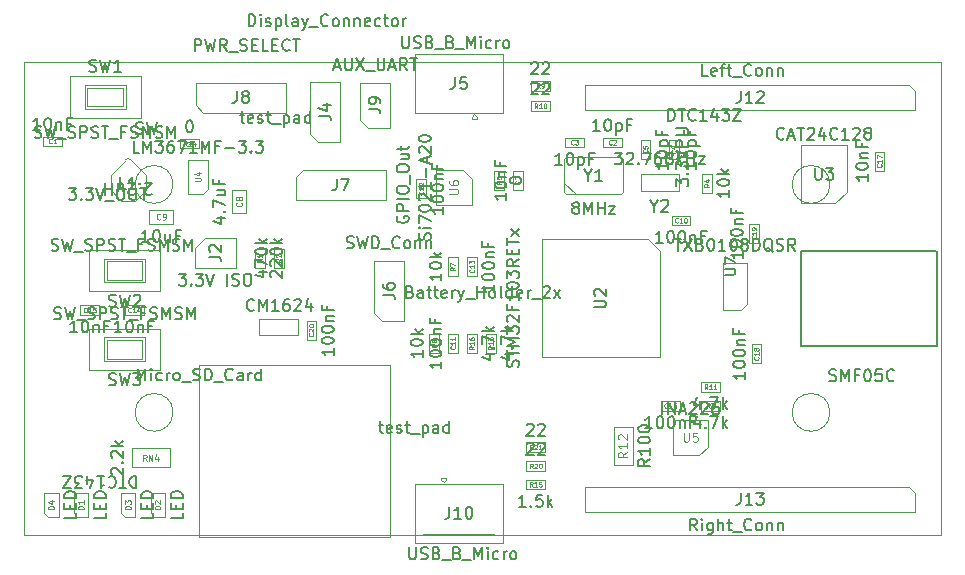
<source format=gbr>
G04 #@! TF.GenerationSoftware,KiCad,Pcbnew,(5.99.0-539-g3370e8996)*
G04 #@! TF.CreationDate,2019-12-31T23:23:20-05:00*
G04 #@! TF.ProjectId,node_base,6e6f6465-5f62-4617-9365-2e6b69636164,rev?*
G04 #@! TF.SameCoordinates,Original*
G04 #@! TF.FileFunction,AssemblyDrawing,Top*
%FSLAX46Y46*%
G04 Gerber Fmt 4.6, Leading zero omitted, Abs format (unit mm)*
G04 Created by KiCad (PCBNEW (5.99.0-539-g3370e8996)) date 2019-12-31 23:23:20*
%MOMM*%
%LPD*%
G04 APERTURE LIST*
%ADD10C,0.100000*%
%ADD11C,0.120000*%
%ADD12C,0.150000*%
%ADD13C,0.060000*%
%ADD14C,0.080000*%
%ADD15C,0.075000*%
%ADD16C,0.110000*%
G04 APERTURE END LIST*
D10*
X113370000Y-91885000D02*
X111465000Y-91885000D01*
X111465000Y-91885000D02*
X110830000Y-91250000D01*
X110830000Y-91250000D02*
X110830000Y-86805000D01*
X110830000Y-86805000D02*
X113370000Y-86805000D01*
X113370000Y-86805000D02*
X113370000Y-91885000D01*
D11*
X158850000Y-70000000D02*
X81150000Y-70000000D01*
X158850000Y-110000000D02*
X158850000Y-70000000D01*
X158850000Y-110000000D02*
X81150000Y-110000000D01*
X81150000Y-70000000D02*
X81150000Y-110000000D01*
X93790000Y-80350000D02*
G75*
G03*
X93790000Y-80350000I-1600000J0D01*
G01*
X93790000Y-99650000D02*
G75*
G03*
X93790000Y-99650000I-1600000J0D01*
G01*
X149410000Y-99650000D02*
G75*
G03*
X149410000Y-99650000I-1600000J0D01*
G01*
X149410000Y-80350000D02*
G75*
G03*
X149410000Y-80350000I-1600000J0D01*
G01*
D10*
X92700000Y-96050000D02*
X92700000Y-92550000D01*
X92700000Y-92550000D02*
X86700000Y-92550000D01*
X91200000Y-95100000D02*
X91200000Y-93500000D01*
X92700000Y-96050000D02*
X86700000Y-96050000D01*
X86700000Y-96050000D02*
X86700000Y-92550000D01*
X91200000Y-95100000D02*
X88200000Y-95100000D01*
X91200000Y-93500000D02*
X88200000Y-93500000D01*
X87950000Y-93300000D02*
X91450000Y-93300000D01*
X88200000Y-95100000D02*
X88200000Y-93500000D01*
X91450000Y-93300000D02*
X91450000Y-95300000D01*
X87950000Y-95300000D02*
X87950000Y-93300000D01*
X91450000Y-95300000D02*
X87950000Y-95300000D01*
X92700000Y-89400000D02*
X92700000Y-85900000D01*
X92700000Y-85900000D02*
X86700000Y-85900000D01*
X91200000Y-88450000D02*
X91200000Y-86850000D01*
X92700000Y-89400000D02*
X86700000Y-89400000D01*
X86700000Y-89400000D02*
X86700000Y-85900000D01*
X91200000Y-88450000D02*
X88200000Y-88450000D01*
X91200000Y-86850000D02*
X88200000Y-86850000D01*
X87950000Y-86650000D02*
X91450000Y-86650000D01*
X88200000Y-88450000D02*
X88200000Y-86850000D01*
X91450000Y-86650000D02*
X91450000Y-88650000D01*
X87950000Y-88650000D02*
X87950000Y-86650000D01*
X91450000Y-88650000D02*
X87950000Y-88650000D01*
X85050000Y-71200000D02*
X85050000Y-74700000D01*
X85050000Y-74700000D02*
X91050000Y-74700000D01*
X86550000Y-72150000D02*
X86550000Y-73750000D01*
X85050000Y-71200000D02*
X91050000Y-71200000D01*
X91050000Y-71200000D02*
X91050000Y-74700000D01*
X86550000Y-72150000D02*
X89550000Y-72150000D01*
X86550000Y-73750000D02*
X89550000Y-73750000D01*
X89800000Y-73950000D02*
X86300000Y-73950000D01*
X89550000Y-72150000D02*
X89550000Y-73750000D01*
X86300000Y-73950000D02*
X86300000Y-71950000D01*
X89800000Y-71950000D02*
X89800000Y-73950000D01*
X86300000Y-71950000D02*
X89800000Y-71950000D01*
X123700000Y-106150000D02*
X123700000Y-105350000D01*
X123700000Y-105350000D02*
X125300000Y-105350000D01*
X125300000Y-105350000D02*
X125300000Y-106150000D01*
X125300000Y-106150000D02*
X123700000Y-106150000D01*
X139400000Y-81050000D02*
X138600000Y-81050000D01*
X138600000Y-81050000D02*
X138600000Y-79450000D01*
X138600000Y-79450000D02*
X139400000Y-79450000D01*
X139400000Y-79450000D02*
X139400000Y-81050000D01*
X96532500Y-84865000D02*
X99090000Y-84865000D01*
X99090000Y-84865000D02*
X99090000Y-87405000D01*
X99090000Y-87405000D02*
X95680000Y-87405000D01*
X95680000Y-87405000D02*
X95680000Y-85717500D01*
X95680000Y-85717500D02*
X96532500Y-84865000D01*
D11*
X101050000Y-91725000D02*
X104350000Y-91725000D01*
X104350000Y-93075000D02*
X101050000Y-93075000D01*
X101050000Y-91725000D02*
X101050000Y-93075000D01*
X104350000Y-93075000D02*
X104350000Y-91725000D01*
D10*
X94400000Y-76500000D02*
X96000000Y-76500000D01*
X94400000Y-77300000D02*
X94400000Y-76500000D01*
X96000000Y-77300000D02*
X94400000Y-77300000D01*
X96000000Y-76500000D02*
X96000000Y-77300000D01*
D11*
X89800001Y-78250001D02*
G75*
G02*
X90199999Y-78250001I199999J-199999D01*
G01*
X89400000Y-81750000D02*
X88500000Y-80850000D01*
X90600000Y-81750000D02*
X89400000Y-81750000D01*
X91500000Y-80850000D02*
X90600000Y-81750000D01*
X89800001Y-78250001D02*
X88500000Y-79550000D01*
X91500000Y-79550000D02*
X90199999Y-78250001D01*
D10*
X88500000Y-80850000D02*
X88500000Y-79550000D01*
X91500000Y-79550000D02*
X91500000Y-80850000D01*
X93800000Y-83700000D02*
X91800000Y-83700000D01*
X93800000Y-82500000D02*
X93800000Y-83700000D01*
X91800000Y-82500000D02*
X93800000Y-82500000D01*
X91800000Y-83700000D02*
X91800000Y-82500000D01*
X98800000Y-82800000D02*
X98800000Y-80800000D01*
X100000000Y-82800000D02*
X98800000Y-82800000D01*
X100000000Y-80800000D02*
X100000000Y-82800000D01*
X98800000Y-80800000D02*
X100000000Y-80800000D01*
X105900000Y-93487500D02*
X105100000Y-93487500D01*
X105100000Y-93487500D02*
X105100000Y-91887500D01*
X105100000Y-91887500D02*
X105900000Y-91887500D01*
X105900000Y-91887500D02*
X105900000Y-93487500D01*
X126900000Y-80200000D02*
X127900000Y-81200000D01*
X126900000Y-78200000D02*
X127100000Y-78000000D01*
X126900000Y-81000000D02*
X126900000Y-78200000D01*
X127100000Y-81200000D02*
X126900000Y-81000000D01*
X131700000Y-81200000D02*
X127100000Y-81200000D01*
X131900000Y-81000000D02*
X131700000Y-81200000D01*
X131900000Y-78200000D02*
X131900000Y-81000000D01*
X131700000Y-78000000D02*
X131900000Y-78200000D01*
X127100000Y-78000000D02*
X131700000Y-78000000D01*
X86600000Y-106500000D02*
X85400000Y-106500000D01*
X86600000Y-108500000D02*
X86600000Y-106500000D01*
X85700000Y-108500000D02*
X86600000Y-108500000D01*
X85400000Y-108200000D02*
X85700000Y-108500000D01*
X85400000Y-106500000D02*
X85400000Y-108200000D01*
X96365000Y-74270000D02*
X95730000Y-73635000D01*
X103350000Y-74270000D02*
X96365000Y-74270000D01*
X103350000Y-71730000D02*
X103350000Y-74270000D01*
X95730000Y-71730000D02*
X103350000Y-71730000D01*
X95730000Y-73635000D02*
X95730000Y-71730000D01*
X107970000Y-71655000D02*
X107970000Y-76735000D01*
X105430000Y-71655000D02*
X107970000Y-71655000D01*
X105430000Y-76100000D02*
X105430000Y-71655000D01*
X106065000Y-76735000D02*
X105430000Y-76100000D01*
X107970000Y-76735000D02*
X106065000Y-76735000D01*
X119500000Y-93000000D02*
X119500000Y-94600000D01*
X118700000Y-93000000D02*
X119500000Y-93000000D01*
X118700000Y-94600000D02*
X118700000Y-93000000D01*
X119500000Y-94600000D02*
X118700000Y-94600000D01*
X121100000Y-93000000D02*
X121100000Y-94600000D01*
X120300000Y-93000000D02*
X121100000Y-93000000D01*
X120300000Y-94600000D02*
X120300000Y-93000000D01*
X121100000Y-94600000D02*
X120300000Y-94600000D01*
X140100000Y-97900000D02*
X138500000Y-97900000D01*
X140100000Y-97100000D02*
X140100000Y-97900000D01*
X138500000Y-97100000D02*
X140100000Y-97100000D01*
X138500000Y-97900000D02*
X138500000Y-97100000D01*
X140100000Y-99500000D02*
X138500000Y-99500000D01*
X140100000Y-98700000D02*
X140100000Y-99500000D01*
X138500000Y-98700000D02*
X140100000Y-98700000D01*
X138500000Y-99500000D02*
X138500000Y-98700000D01*
X93500000Y-102700000D02*
X93500000Y-104300000D01*
X93500000Y-104300000D02*
X90300000Y-104300000D01*
X90300000Y-104300000D02*
X90300000Y-102700000D01*
X90300000Y-102700000D02*
X93500000Y-102700000D01*
X141900000Y-91000000D02*
X142400000Y-90500000D01*
X141900000Y-91000000D02*
X140400000Y-91000000D01*
X142400000Y-87000000D02*
X142400000Y-90500000D01*
X140400000Y-87000000D02*
X142400000Y-87000000D01*
X140400000Y-91000000D02*
X140400000Y-87000000D01*
X125312500Y-102200000D02*
X125312500Y-103000000D01*
X125312500Y-103000000D02*
X123712500Y-103000000D01*
X123712500Y-103000000D02*
X123712500Y-102200000D01*
X123712500Y-102200000D02*
X125312500Y-102200000D01*
X125312500Y-103800000D02*
X125312500Y-104600000D01*
X125312500Y-104600000D02*
X123712500Y-104600000D01*
X123712500Y-104600000D02*
X123712500Y-103800000D01*
X123712500Y-103800000D02*
X125312500Y-103800000D01*
X125700000Y-73300000D02*
X125700000Y-74100000D01*
X125700000Y-74100000D02*
X124100000Y-74100000D01*
X124100000Y-74100000D02*
X124100000Y-73300000D01*
X124100000Y-73300000D02*
X125700000Y-73300000D01*
X125700000Y-71600000D02*
X125700000Y-72400000D01*
X125700000Y-72400000D02*
X124100000Y-72400000D01*
X124100000Y-72400000D02*
X124100000Y-71600000D01*
X124100000Y-71600000D02*
X125700000Y-71600000D01*
X115500000Y-93000000D02*
X116300000Y-93000000D01*
X116300000Y-93000000D02*
X116300000Y-94600000D01*
X116300000Y-94600000D02*
X115500000Y-94600000D01*
X115500000Y-94600000D02*
X115500000Y-93000000D01*
X117100000Y-86500000D02*
X117900000Y-86500000D01*
X117900000Y-86500000D02*
X117900000Y-88100000D01*
X117900000Y-88100000D02*
X117100000Y-88100000D01*
X117100000Y-88100000D02*
X117100000Y-86500000D01*
X102350000Y-85787500D02*
X103150000Y-85787500D01*
X103150000Y-85787500D02*
X103150000Y-87387500D01*
X103150000Y-87387500D02*
X102350000Y-87387500D01*
X102350000Y-87387500D02*
X102350000Y-85787500D01*
X101550000Y-87387500D02*
X100750000Y-87387500D01*
X100750000Y-87387500D02*
X100750000Y-85787500D01*
X100750000Y-85787500D02*
X101550000Y-85787500D01*
X101550000Y-85787500D02*
X101550000Y-87387500D01*
X121750000Y-110687500D02*
X121750000Y-105687500D01*
X115000000Y-109989204D02*
X121000000Y-109989204D01*
X114250000Y-110689204D02*
X121750000Y-110689204D01*
X114250000Y-105687500D02*
X121750000Y-105687500D01*
X114250000Y-110687500D02*
X114250000Y-105687500D01*
X116700000Y-105587500D02*
X116500000Y-105387500D01*
X116900000Y-105387500D02*
X116700000Y-105587500D01*
X116500000Y-105177500D02*
X116900000Y-105177500D01*
X116500000Y-105177500D02*
X116500000Y-105387500D01*
X116900000Y-105177500D02*
X116900000Y-105387500D01*
X112170000Y-75535000D02*
X110265000Y-75535000D01*
X110265000Y-75535000D02*
X109630000Y-74900000D01*
X109630000Y-74900000D02*
X109630000Y-71725000D01*
X109630000Y-71725000D02*
X112170000Y-71725000D01*
X112170000Y-71725000D02*
X112170000Y-75535000D01*
X104165000Y-81670000D02*
X104165000Y-79765000D01*
X104165000Y-79765000D02*
X104800000Y-79130000D01*
X104800000Y-79130000D02*
X111785000Y-79130000D01*
X111785000Y-79130000D02*
X111785000Y-81670000D01*
X111785000Y-81670000D02*
X104165000Y-81670000D01*
D11*
X96000000Y-95608000D02*
X96000000Y-110208000D01*
X96000000Y-110208000D02*
X112200000Y-110208000D01*
X112200000Y-110208000D02*
X112200000Y-95608000D01*
X112200000Y-95608000D02*
X96000000Y-95608000D01*
D10*
X82900000Y-106500000D02*
X82900000Y-108200000D01*
X82900000Y-108200000D02*
X83200000Y-108500000D01*
X83200000Y-108500000D02*
X84100000Y-108500000D01*
X84100000Y-108500000D02*
X84100000Y-106500000D01*
X84100000Y-106500000D02*
X82900000Y-106500000D01*
X89400000Y-106500000D02*
X89400000Y-108200000D01*
X89400000Y-108200000D02*
X89700000Y-108500000D01*
X89700000Y-108500000D02*
X90600000Y-108500000D01*
X90600000Y-108500000D02*
X90600000Y-106500000D01*
X90600000Y-106500000D02*
X89400000Y-106500000D01*
X91900000Y-106500000D02*
X91900000Y-108200000D01*
X91900000Y-108200000D02*
X92200000Y-108500000D01*
X92200000Y-108500000D02*
X93100000Y-108500000D01*
X93100000Y-108500000D02*
X93100000Y-106500000D01*
X93100000Y-106500000D02*
X91900000Y-106500000D01*
X142600000Y-83700000D02*
X143400000Y-83700000D01*
X143400000Y-83700000D02*
X143400000Y-85300000D01*
X143400000Y-85300000D02*
X142600000Y-85300000D01*
X142600000Y-85300000D02*
X142600000Y-83700000D01*
X142800000Y-93900000D02*
X143600000Y-93900000D01*
X143600000Y-93900000D02*
X143600000Y-95500000D01*
X143600000Y-95500000D02*
X142800000Y-95500000D01*
X142800000Y-95500000D02*
X142800000Y-93900000D01*
X153200000Y-77600000D02*
X154000000Y-77600000D01*
X154000000Y-77600000D02*
X154000000Y-79200000D01*
X154000000Y-79200000D02*
X153200000Y-79200000D01*
X153200000Y-79200000D02*
X153200000Y-77600000D01*
X135100000Y-99500000D02*
X135100000Y-98700000D01*
X135100000Y-98700000D02*
X136700000Y-98700000D01*
X136700000Y-98700000D02*
X136700000Y-99500000D01*
X136700000Y-99500000D02*
X135100000Y-99500000D01*
X85950000Y-91400000D02*
X85950000Y-90600000D01*
X85950000Y-90600000D02*
X87550000Y-90600000D01*
X87550000Y-90600000D02*
X87550000Y-91400000D01*
X87550000Y-91400000D02*
X85950000Y-91400000D01*
X89700000Y-91400000D02*
X89700000Y-90600000D01*
X89700000Y-90600000D02*
X91300000Y-90600000D01*
X91300000Y-90600000D02*
X91300000Y-91400000D01*
X91300000Y-91400000D02*
X89700000Y-91400000D01*
X119500000Y-88100000D02*
X118700000Y-88100000D01*
X118700000Y-88100000D02*
X118700000Y-86500000D01*
X118700000Y-86500000D02*
X119500000Y-86500000D01*
X119500000Y-86500000D02*
X119500000Y-88100000D01*
X115200000Y-81500000D02*
X114400000Y-81500000D01*
X114400000Y-81500000D02*
X114400000Y-79900000D01*
X114400000Y-79900000D02*
X115200000Y-79900000D01*
X115200000Y-79900000D02*
X115200000Y-81500000D01*
X117100000Y-93000000D02*
X117900000Y-93000000D01*
X117900000Y-93000000D02*
X117900000Y-94600000D01*
X117900000Y-94600000D02*
X117100000Y-94600000D01*
X117100000Y-94600000D02*
X117100000Y-93000000D01*
X136000000Y-83800000D02*
X136000000Y-83000000D01*
X136000000Y-83000000D02*
X137600000Y-83000000D01*
X137600000Y-83000000D02*
X137600000Y-83800000D01*
X137600000Y-83800000D02*
X136000000Y-83800000D01*
X122600000Y-79200000D02*
X123400000Y-79200000D01*
X123400000Y-79200000D02*
X123400000Y-80800000D01*
X123400000Y-80800000D02*
X122600000Y-80800000D01*
X122600000Y-80800000D02*
X122600000Y-79200000D01*
X134200000Y-78200000D02*
X133400000Y-78200000D01*
X133400000Y-78200000D02*
X133400000Y-76600000D01*
X133400000Y-76600000D02*
X134200000Y-76600000D01*
X134200000Y-76600000D02*
X134200000Y-78200000D01*
X136600000Y-78200000D02*
X135800000Y-78200000D01*
X135800000Y-78200000D02*
X135800000Y-76600000D01*
X135800000Y-76600000D02*
X136600000Y-76600000D01*
X136600000Y-76600000D02*
X136600000Y-78200000D01*
X127000000Y-77200000D02*
X127000000Y-76400000D01*
X127000000Y-76400000D02*
X128600000Y-76400000D01*
X128600000Y-76400000D02*
X128600000Y-77200000D01*
X128600000Y-77200000D02*
X127000000Y-77200000D01*
X131800000Y-76400000D02*
X131800000Y-77200000D01*
X131800000Y-77200000D02*
X130200000Y-77200000D01*
X130200000Y-77200000D02*
X130200000Y-76400000D01*
X130200000Y-76400000D02*
X131800000Y-76400000D01*
X84400000Y-76300000D02*
X84400000Y-77100000D01*
X84400000Y-77100000D02*
X82800000Y-77100000D01*
X82800000Y-77100000D02*
X82800000Y-76300000D01*
X82800000Y-76300000D02*
X84400000Y-76300000D01*
X136600000Y-80950000D02*
X136600000Y-79450000D01*
X133400000Y-80950000D02*
X133400000Y-79450000D01*
X136600000Y-80950000D02*
X133400000Y-80950000D01*
X136600000Y-79450000D02*
X133400000Y-79450000D01*
X119100000Y-79850000D02*
X119100000Y-82100000D01*
X119100000Y-82100000D02*
X116100000Y-82100000D01*
X116100000Y-82100000D02*
X116100000Y-79100000D01*
X116100000Y-79100000D02*
X118350000Y-79100000D01*
X118350000Y-79100000D02*
X119100000Y-79850000D01*
X139100000Y-102550000D02*
X138350000Y-103300000D01*
X139100000Y-100300000D02*
X139100000Y-102550000D01*
X136100000Y-100300000D02*
X139100000Y-100300000D01*
X136100000Y-103300000D02*
X136100000Y-100300000D01*
X138350000Y-103300000D02*
X136100000Y-103300000D01*
X96780000Y-80700000D02*
X96330000Y-81150000D01*
X95020000Y-81150000D02*
X96330000Y-81150000D01*
X96780000Y-80700000D02*
X96780000Y-78250000D01*
X95020000Y-78250000D02*
X96780000Y-78250000D01*
X95020000Y-81150000D02*
X95020000Y-78250000D01*
X149875000Y-81950000D02*
X146950000Y-81950000D01*
X146950000Y-81950000D02*
X146950000Y-77050000D01*
X146950000Y-77050000D02*
X150850000Y-77050000D01*
X150850000Y-77050000D02*
X150850000Y-80975000D01*
X150850000Y-80975000D02*
X149875000Y-81950000D01*
X135000000Y-86000000D02*
X135000000Y-95000000D01*
X135000000Y-95000000D02*
X125000000Y-95000000D01*
X125000000Y-95000000D02*
X125000000Y-85000000D01*
X125000000Y-85000000D02*
X134000000Y-85000000D01*
X134000000Y-85000000D02*
X135000000Y-86000000D01*
X132700000Y-104100000D02*
X131100000Y-104100000D01*
X131100000Y-104100000D02*
X131100000Y-100900000D01*
X131100000Y-100900000D02*
X132700000Y-100900000D01*
X132700000Y-100900000D02*
X132700000Y-104100000D01*
X121800000Y-80800000D02*
X121000000Y-80800000D01*
X121000000Y-80800000D02*
X121000000Y-79200000D01*
X121000000Y-79200000D02*
X121800000Y-79200000D01*
X121800000Y-79200000D02*
X121800000Y-80800000D01*
X156635000Y-106475000D02*
X156635000Y-108050000D01*
X156635000Y-108050000D02*
X128695000Y-108050000D01*
X128695000Y-108050000D02*
X128695000Y-105950000D01*
X128695000Y-105950000D02*
X156110000Y-105950000D01*
X156110000Y-105950000D02*
X156635000Y-106475000D01*
X156635000Y-72475000D02*
X156635000Y-74050000D01*
X156635000Y-74050000D02*
X128695000Y-74050000D01*
X128695000Y-74050000D02*
X128695000Y-71950000D01*
X128695000Y-71950000D02*
X156110000Y-71950000D01*
X156110000Y-71950000D02*
X156635000Y-72475000D01*
X114250000Y-69312500D02*
X114250000Y-74312500D01*
X121000000Y-70010796D02*
X115000000Y-70010796D01*
X121750000Y-69310796D02*
X114250000Y-69310796D01*
X121750000Y-74312500D02*
X114250000Y-74312500D01*
X121750000Y-69312500D02*
X121750000Y-74312500D01*
X119300000Y-74412500D02*
X119500000Y-74612500D01*
X119100000Y-74612500D02*
X119300000Y-74412500D01*
X119500000Y-74822500D02*
X119100000Y-74822500D01*
X119500000Y-74822500D02*
X119500000Y-74612500D01*
X119100000Y-74822500D02*
X119100000Y-74612500D01*
D12*
X158450000Y-94000000D02*
X158450000Y-86000000D01*
X158400000Y-86000000D02*
X146950000Y-86000000D01*
X146950000Y-86000000D02*
X146950000Y-94000000D01*
X146950000Y-94000000D02*
X158400000Y-94000000D01*
X111202380Y-100735714D02*
X111583333Y-100735714D01*
X111345238Y-100402380D02*
X111345238Y-101259523D01*
X111392857Y-101354761D01*
X111488095Y-101402380D01*
X111583333Y-101402380D01*
X112297619Y-101354761D02*
X112202380Y-101402380D01*
X112011904Y-101402380D01*
X111916666Y-101354761D01*
X111869047Y-101259523D01*
X111869047Y-100878571D01*
X111916666Y-100783333D01*
X112011904Y-100735714D01*
X112202380Y-100735714D01*
X112297619Y-100783333D01*
X112345238Y-100878571D01*
X112345238Y-100973809D01*
X111869047Y-101069047D01*
X112726190Y-101354761D02*
X112821428Y-101402380D01*
X113011904Y-101402380D01*
X113107142Y-101354761D01*
X113154761Y-101259523D01*
X113154761Y-101211904D01*
X113107142Y-101116666D01*
X113011904Y-101069047D01*
X112869047Y-101069047D01*
X112773809Y-101021428D01*
X112726190Y-100926190D01*
X112726190Y-100878571D01*
X112773809Y-100783333D01*
X112869047Y-100735714D01*
X113011904Y-100735714D01*
X113107142Y-100783333D01*
X113440476Y-100735714D02*
X113821428Y-100735714D01*
X113583333Y-100402380D02*
X113583333Y-101259523D01*
X113630952Y-101354761D01*
X113726190Y-101402380D01*
X113821428Y-101402380D01*
X113916666Y-101497619D02*
X114678571Y-101497619D01*
X114916666Y-100735714D02*
X114916666Y-101735714D01*
X114916666Y-100783333D02*
X115011904Y-100735714D01*
X115202380Y-100735714D01*
X115297619Y-100783333D01*
X115345238Y-100830952D01*
X115392857Y-100926190D01*
X115392857Y-101211904D01*
X115345238Y-101307142D01*
X115297619Y-101354761D01*
X115202380Y-101402380D01*
X115011904Y-101402380D01*
X114916666Y-101354761D01*
X116250000Y-101402380D02*
X116250000Y-100878571D01*
X116202380Y-100783333D01*
X116107142Y-100735714D01*
X115916666Y-100735714D01*
X115821428Y-100783333D01*
X116250000Y-101354761D02*
X116154761Y-101402380D01*
X115916666Y-101402380D01*
X115821428Y-101354761D01*
X115773809Y-101259523D01*
X115773809Y-101164285D01*
X115821428Y-101069047D01*
X115916666Y-101021428D01*
X116154761Y-101021428D01*
X116250000Y-100973809D01*
X117154761Y-101402380D02*
X117154761Y-100402380D01*
X117154761Y-101354761D02*
X117059523Y-101402380D01*
X116869047Y-101402380D01*
X116773809Y-101354761D01*
X116726190Y-101307142D01*
X116678571Y-101211904D01*
X116678571Y-100926190D01*
X116726190Y-100830952D01*
X116773809Y-100783333D01*
X116869047Y-100735714D01*
X117059523Y-100735714D01*
X117154761Y-100783333D01*
X99452380Y-74485714D02*
X99833333Y-74485714D01*
X99595238Y-74152380D02*
X99595238Y-75009523D01*
X99642857Y-75104761D01*
X99738095Y-75152380D01*
X99833333Y-75152380D01*
X100547619Y-75104761D02*
X100452380Y-75152380D01*
X100261904Y-75152380D01*
X100166666Y-75104761D01*
X100119047Y-75009523D01*
X100119047Y-74628571D01*
X100166666Y-74533333D01*
X100261904Y-74485714D01*
X100452380Y-74485714D01*
X100547619Y-74533333D01*
X100595238Y-74628571D01*
X100595238Y-74723809D01*
X100119047Y-74819047D01*
X100976190Y-75104761D02*
X101071428Y-75152380D01*
X101261904Y-75152380D01*
X101357142Y-75104761D01*
X101404761Y-75009523D01*
X101404761Y-74961904D01*
X101357142Y-74866666D01*
X101261904Y-74819047D01*
X101119047Y-74819047D01*
X101023809Y-74771428D01*
X100976190Y-74676190D01*
X100976190Y-74628571D01*
X101023809Y-74533333D01*
X101119047Y-74485714D01*
X101261904Y-74485714D01*
X101357142Y-74533333D01*
X101690476Y-74485714D02*
X102071428Y-74485714D01*
X101833333Y-74152380D02*
X101833333Y-75009523D01*
X101880952Y-75104761D01*
X101976190Y-75152380D01*
X102071428Y-75152380D01*
X102166666Y-75247619D02*
X102928571Y-75247619D01*
X103166666Y-74485714D02*
X103166666Y-75485714D01*
X103166666Y-74533333D02*
X103261904Y-74485714D01*
X103452380Y-74485714D01*
X103547619Y-74533333D01*
X103595238Y-74580952D01*
X103642857Y-74676190D01*
X103642857Y-74961904D01*
X103595238Y-75057142D01*
X103547619Y-75104761D01*
X103452380Y-75152380D01*
X103261904Y-75152380D01*
X103166666Y-75104761D01*
X104500000Y-75152380D02*
X104500000Y-74628571D01*
X104452380Y-74533333D01*
X104357142Y-74485714D01*
X104166666Y-74485714D01*
X104071428Y-74533333D01*
X104500000Y-75104761D02*
X104404761Y-75152380D01*
X104166666Y-75152380D01*
X104071428Y-75104761D01*
X104023809Y-75009523D01*
X104023809Y-74914285D01*
X104071428Y-74819047D01*
X104166666Y-74771428D01*
X104404761Y-74771428D01*
X104500000Y-74723809D01*
X105404761Y-75152380D02*
X105404761Y-74152380D01*
X105404761Y-75104761D02*
X105309523Y-75152380D01*
X105119047Y-75152380D01*
X105023809Y-75104761D01*
X104976190Y-75057142D01*
X104928571Y-74961904D01*
X104928571Y-74676190D01*
X104976190Y-74580952D01*
X105023809Y-74533333D01*
X105119047Y-74485714D01*
X105309523Y-74485714D01*
X105404761Y-74533333D01*
X149361904Y-96954761D02*
X149504761Y-97002380D01*
X149742857Y-97002380D01*
X149838095Y-96954761D01*
X149885714Y-96907142D01*
X149933333Y-96811904D01*
X149933333Y-96716666D01*
X149885714Y-96621428D01*
X149838095Y-96573809D01*
X149742857Y-96526190D01*
X149552380Y-96478571D01*
X149457142Y-96430952D01*
X149409523Y-96383333D01*
X149361904Y-96288095D01*
X149361904Y-96192857D01*
X149409523Y-96097619D01*
X149457142Y-96050000D01*
X149552380Y-96002380D01*
X149790476Y-96002380D01*
X149933333Y-96050000D01*
X150361904Y-97002380D02*
X150361904Y-96002380D01*
X150695238Y-96716666D01*
X151028571Y-96002380D01*
X151028571Y-97002380D01*
X151838095Y-96478571D02*
X151504761Y-96478571D01*
X151504761Y-97002380D02*
X151504761Y-96002380D01*
X151980952Y-96002380D01*
X152552380Y-96002380D02*
X152647619Y-96002380D01*
X152742857Y-96050000D01*
X152790476Y-96097619D01*
X152838095Y-96192857D01*
X152885714Y-96383333D01*
X152885714Y-96621428D01*
X152838095Y-96811904D01*
X152790476Y-96907142D01*
X152742857Y-96954761D01*
X152647619Y-97002380D01*
X152552380Y-97002380D01*
X152457142Y-96954761D01*
X152409523Y-96907142D01*
X152361904Y-96811904D01*
X152314285Y-96621428D01*
X152314285Y-96383333D01*
X152361904Y-96192857D01*
X152409523Y-96097619D01*
X152457142Y-96050000D01*
X152552380Y-96002380D01*
X153790476Y-96002380D02*
X153314285Y-96002380D01*
X153266666Y-96478571D01*
X153314285Y-96430952D01*
X153409523Y-96383333D01*
X153647619Y-96383333D01*
X153742857Y-96430952D01*
X153790476Y-96478571D01*
X153838095Y-96573809D01*
X153838095Y-96811904D01*
X153790476Y-96907142D01*
X153742857Y-96954761D01*
X153647619Y-97002380D01*
X153409523Y-97002380D01*
X153314285Y-96954761D01*
X153266666Y-96907142D01*
X154838095Y-96907142D02*
X154790476Y-96954761D01*
X154647619Y-97002380D01*
X154552380Y-97002380D01*
X154409523Y-96954761D01*
X154314285Y-96859523D01*
X154266666Y-96764285D01*
X154219047Y-96573809D01*
X154219047Y-96430952D01*
X154266666Y-96240476D01*
X154314285Y-96145238D01*
X154409523Y-96050000D01*
X154552380Y-96002380D01*
X154647619Y-96002380D01*
X154790476Y-96050000D01*
X154838095Y-96097619D01*
X108504761Y-85709761D02*
X108647619Y-85757380D01*
X108885714Y-85757380D01*
X108980952Y-85709761D01*
X109028571Y-85662142D01*
X109076190Y-85566904D01*
X109076190Y-85471666D01*
X109028571Y-85376428D01*
X108980952Y-85328809D01*
X108885714Y-85281190D01*
X108695238Y-85233571D01*
X108600000Y-85185952D01*
X108552380Y-85138333D01*
X108504761Y-85043095D01*
X108504761Y-84947857D01*
X108552380Y-84852619D01*
X108600000Y-84805000D01*
X108695238Y-84757380D01*
X108933333Y-84757380D01*
X109076190Y-84805000D01*
X109409523Y-84757380D02*
X109647619Y-85757380D01*
X109838095Y-85043095D01*
X110028571Y-85757380D01*
X110266666Y-84757380D01*
X110647619Y-85757380D02*
X110647619Y-84757380D01*
X110885714Y-84757380D01*
X111028571Y-84805000D01*
X111123809Y-84900238D01*
X111171428Y-84995476D01*
X111219047Y-85185952D01*
X111219047Y-85328809D01*
X111171428Y-85519285D01*
X111123809Y-85614523D01*
X111028571Y-85709761D01*
X110885714Y-85757380D01*
X110647619Y-85757380D01*
X111409523Y-85852619D02*
X112171428Y-85852619D01*
X112980952Y-85662142D02*
X112933333Y-85709761D01*
X112790476Y-85757380D01*
X112695238Y-85757380D01*
X112552380Y-85709761D01*
X112457142Y-85614523D01*
X112409523Y-85519285D01*
X112361904Y-85328809D01*
X112361904Y-85185952D01*
X112409523Y-84995476D01*
X112457142Y-84900238D01*
X112552380Y-84805000D01*
X112695238Y-84757380D01*
X112790476Y-84757380D01*
X112933333Y-84805000D01*
X112980952Y-84852619D01*
X113552380Y-85757380D02*
X113457142Y-85709761D01*
X113409523Y-85662142D01*
X113361904Y-85566904D01*
X113361904Y-85281190D01*
X113409523Y-85185952D01*
X113457142Y-85138333D01*
X113552380Y-85090714D01*
X113695238Y-85090714D01*
X113790476Y-85138333D01*
X113838095Y-85185952D01*
X113885714Y-85281190D01*
X113885714Y-85566904D01*
X113838095Y-85662142D01*
X113790476Y-85709761D01*
X113695238Y-85757380D01*
X113552380Y-85757380D01*
X114314285Y-85090714D02*
X114314285Y-85757380D01*
X114314285Y-85185952D02*
X114361904Y-85138333D01*
X114457142Y-85090714D01*
X114600000Y-85090714D01*
X114695238Y-85138333D01*
X114742857Y-85233571D01*
X114742857Y-85757380D01*
X115219047Y-85090714D02*
X115219047Y-85757380D01*
X115219047Y-85185952D02*
X115266666Y-85138333D01*
X115361904Y-85090714D01*
X115504761Y-85090714D01*
X115600000Y-85138333D01*
X115647619Y-85233571D01*
X115647619Y-85757380D01*
X111552380Y-89678333D02*
X112266666Y-89678333D01*
X112409523Y-89725952D01*
X112504761Y-89821190D01*
X112552380Y-89964047D01*
X112552380Y-90059285D01*
X111552380Y-88773571D02*
X111552380Y-88964047D01*
X111600000Y-89059285D01*
X111647619Y-89106904D01*
X111790476Y-89202142D01*
X111980952Y-89249761D01*
X112361904Y-89249761D01*
X112457142Y-89202142D01*
X112504761Y-89154523D01*
X112552380Y-89059285D01*
X112552380Y-88868809D01*
X112504761Y-88773571D01*
X112457142Y-88725952D01*
X112361904Y-88678333D01*
X112123809Y-88678333D01*
X112028571Y-88725952D01*
X111980952Y-88773571D01*
X111933333Y-88868809D01*
X111933333Y-89059285D01*
X111980952Y-89154523D01*
X112028571Y-89202142D01*
X112123809Y-89249761D01*
X113857142Y-89428571D02*
X114000000Y-89476190D01*
X114047619Y-89523809D01*
X114095238Y-89619047D01*
X114095238Y-89761904D01*
X114047619Y-89857142D01*
X114000000Y-89904761D01*
X113904761Y-89952380D01*
X113523809Y-89952380D01*
X113523809Y-88952380D01*
X113857142Y-88952380D01*
X113952380Y-89000000D01*
X114000000Y-89047619D01*
X114047619Y-89142857D01*
X114047619Y-89238095D01*
X114000000Y-89333333D01*
X113952380Y-89380952D01*
X113857142Y-89428571D01*
X113523809Y-89428571D01*
X114952380Y-89952380D02*
X114952380Y-89428571D01*
X114904761Y-89333333D01*
X114809523Y-89285714D01*
X114619047Y-89285714D01*
X114523809Y-89333333D01*
X114952380Y-89904761D02*
X114857142Y-89952380D01*
X114619047Y-89952380D01*
X114523809Y-89904761D01*
X114476190Y-89809523D01*
X114476190Y-89714285D01*
X114523809Y-89619047D01*
X114619047Y-89571428D01*
X114857142Y-89571428D01*
X114952380Y-89523809D01*
X115285714Y-89285714D02*
X115666666Y-89285714D01*
X115428571Y-88952380D02*
X115428571Y-89809523D01*
X115476190Y-89904761D01*
X115571428Y-89952380D01*
X115666666Y-89952380D01*
X115857142Y-89285714D02*
X116238095Y-89285714D01*
X116000000Y-88952380D02*
X116000000Y-89809523D01*
X116047619Y-89904761D01*
X116142857Y-89952380D01*
X116238095Y-89952380D01*
X116952380Y-89904761D02*
X116857142Y-89952380D01*
X116666666Y-89952380D01*
X116571428Y-89904761D01*
X116523809Y-89809523D01*
X116523809Y-89428571D01*
X116571428Y-89333333D01*
X116666666Y-89285714D01*
X116857142Y-89285714D01*
X116952380Y-89333333D01*
X117000000Y-89428571D01*
X117000000Y-89523809D01*
X116523809Y-89619047D01*
X117428571Y-89952380D02*
X117428571Y-89285714D01*
X117428571Y-89476190D02*
X117476190Y-89380952D01*
X117523809Y-89333333D01*
X117619047Y-89285714D01*
X117714285Y-89285714D01*
X117952380Y-89285714D02*
X118190476Y-89952380D01*
X118428571Y-89285714D02*
X118190476Y-89952380D01*
X118095238Y-90190476D01*
X118047619Y-90238095D01*
X117952380Y-90285714D01*
X118571428Y-90047619D02*
X119333333Y-90047619D01*
X119571428Y-89952380D02*
X119571428Y-88952380D01*
X119571428Y-89428571D02*
X120142857Y-89428571D01*
X120142857Y-89952380D02*
X120142857Y-88952380D01*
X120761904Y-89952380D02*
X120666666Y-89904761D01*
X120619047Y-89857142D01*
X120571428Y-89761904D01*
X120571428Y-89476190D01*
X120619047Y-89380952D01*
X120666666Y-89333333D01*
X120761904Y-89285714D01*
X120904761Y-89285714D01*
X121000000Y-89333333D01*
X121047619Y-89380952D01*
X121095238Y-89476190D01*
X121095238Y-89761904D01*
X121047619Y-89857142D01*
X121000000Y-89904761D01*
X120904761Y-89952380D01*
X120761904Y-89952380D01*
X121666666Y-89952380D02*
X121571428Y-89904761D01*
X121523809Y-89809523D01*
X121523809Y-88952380D01*
X122476190Y-89952380D02*
X122476190Y-88952380D01*
X122476190Y-89904761D02*
X122380952Y-89952380D01*
X122190476Y-89952380D01*
X122095238Y-89904761D01*
X122047619Y-89857142D01*
X122000000Y-89761904D01*
X122000000Y-89476190D01*
X122047619Y-89380952D01*
X122095238Y-89333333D01*
X122190476Y-89285714D01*
X122380952Y-89285714D01*
X122476190Y-89333333D01*
X123333333Y-89904761D02*
X123238095Y-89952380D01*
X123047619Y-89952380D01*
X122952380Y-89904761D01*
X122904761Y-89809523D01*
X122904761Y-89428571D01*
X122952380Y-89333333D01*
X123047619Y-89285714D01*
X123238095Y-89285714D01*
X123333333Y-89333333D01*
X123380952Y-89428571D01*
X123380952Y-89523809D01*
X122904761Y-89619047D01*
X123809523Y-89952380D02*
X123809523Y-89285714D01*
X123809523Y-89476190D02*
X123857142Y-89380952D01*
X123904761Y-89333333D01*
X124000000Y-89285714D01*
X124095238Y-89285714D01*
X124190476Y-90047619D02*
X124952380Y-90047619D01*
X125142857Y-89047619D02*
X125190476Y-89000000D01*
X125285714Y-88952380D01*
X125523809Y-88952380D01*
X125619047Y-89000000D01*
X125666666Y-89047619D01*
X125714285Y-89142857D01*
X125714285Y-89238095D01*
X125666666Y-89380952D01*
X125095238Y-89952380D01*
X125714285Y-89952380D01*
X126047619Y-89952380D02*
X126571428Y-89285714D01*
X126047619Y-89285714D02*
X126571428Y-89952380D01*
X84964285Y-80652380D02*
X85583333Y-80652380D01*
X85250000Y-81033333D01*
X85392857Y-81033333D01*
X85488095Y-81080952D01*
X85535714Y-81128571D01*
X85583333Y-81223809D01*
X85583333Y-81461904D01*
X85535714Y-81557142D01*
X85488095Y-81604761D01*
X85392857Y-81652380D01*
X85107142Y-81652380D01*
X85011904Y-81604761D01*
X84964285Y-81557142D01*
X86011904Y-81557142D02*
X86059523Y-81604761D01*
X86011904Y-81652380D01*
X85964285Y-81604761D01*
X86011904Y-81557142D01*
X86011904Y-81652380D01*
X86392857Y-80652380D02*
X87011904Y-80652380D01*
X86678571Y-81033333D01*
X86821428Y-81033333D01*
X86916666Y-81080952D01*
X86964285Y-81128571D01*
X87011904Y-81223809D01*
X87011904Y-81461904D01*
X86964285Y-81557142D01*
X86916666Y-81604761D01*
X86821428Y-81652380D01*
X86535714Y-81652380D01*
X86440476Y-81604761D01*
X86392857Y-81557142D01*
X87297619Y-80652380D02*
X87630952Y-81652380D01*
X87964285Y-80652380D01*
X88059523Y-81747619D02*
X88821428Y-81747619D01*
X89250000Y-80652380D02*
X89440476Y-80652380D01*
X89535714Y-80700000D01*
X89630952Y-80795238D01*
X89678571Y-80985714D01*
X89678571Y-81319047D01*
X89630952Y-81509523D01*
X89535714Y-81604761D01*
X89440476Y-81652380D01*
X89250000Y-81652380D01*
X89154761Y-81604761D01*
X89059523Y-81509523D01*
X89011904Y-81319047D01*
X89011904Y-80985714D01*
X89059523Y-80795238D01*
X89154761Y-80700000D01*
X89250000Y-80652380D01*
X90107142Y-80652380D02*
X90107142Y-81461904D01*
X90154761Y-81557142D01*
X90202380Y-81604761D01*
X90297619Y-81652380D01*
X90488095Y-81652380D01*
X90583333Y-81604761D01*
X90630952Y-81557142D01*
X90678571Y-81461904D01*
X90678571Y-80652380D01*
X91011904Y-80652380D02*
X91583333Y-80652380D01*
X91297619Y-81652380D02*
X91297619Y-80652380D01*
X136402380Y-80500000D02*
X136402380Y-79880952D01*
X136783333Y-80214285D01*
X136783333Y-80071428D01*
X136830952Y-79976190D01*
X136878571Y-79928571D01*
X136973809Y-79880952D01*
X137211904Y-79880952D01*
X137307142Y-79928571D01*
X137354761Y-79976190D01*
X137402380Y-80071428D01*
X137402380Y-80357142D01*
X137354761Y-80452380D01*
X137307142Y-80500000D01*
X137307142Y-79452380D02*
X137354761Y-79404761D01*
X137402380Y-79452380D01*
X137354761Y-79500000D01*
X137307142Y-79452380D01*
X137402380Y-79452380D01*
X136402380Y-79071428D02*
X136402380Y-78452380D01*
X136783333Y-78785714D01*
X136783333Y-78642857D01*
X136830952Y-78547619D01*
X136878571Y-78500000D01*
X136973809Y-78452380D01*
X137211904Y-78452380D01*
X137307142Y-78500000D01*
X137354761Y-78547619D01*
X137402380Y-78642857D01*
X137402380Y-78928571D01*
X137354761Y-79023809D01*
X137307142Y-79071428D01*
X136402380Y-78166666D02*
X137402380Y-77833333D01*
X136402380Y-77500000D01*
X137402380Y-77166666D02*
X136402380Y-77166666D01*
X136402380Y-76785714D01*
X136450000Y-76690476D01*
X136497619Y-76642857D01*
X136592857Y-76595238D01*
X136735714Y-76595238D01*
X136830952Y-76642857D01*
X136878571Y-76690476D01*
X136926190Y-76785714D01*
X136926190Y-77166666D01*
X136402380Y-76166666D02*
X137211904Y-76166666D01*
X137307142Y-76119047D01*
X137354761Y-76071428D01*
X137402380Y-75976190D01*
X137402380Y-75785714D01*
X137354761Y-75690476D01*
X137307142Y-75642857D01*
X137211904Y-75595238D01*
X136402380Y-75595238D01*
X83723809Y-91704761D02*
X83866666Y-91752380D01*
X84104761Y-91752380D01*
X84200000Y-91704761D01*
X84247619Y-91657142D01*
X84295238Y-91561904D01*
X84295238Y-91466666D01*
X84247619Y-91371428D01*
X84200000Y-91323809D01*
X84104761Y-91276190D01*
X83914285Y-91228571D01*
X83819047Y-91180952D01*
X83771428Y-91133333D01*
X83723809Y-91038095D01*
X83723809Y-90942857D01*
X83771428Y-90847619D01*
X83819047Y-90800000D01*
X83914285Y-90752380D01*
X84152380Y-90752380D01*
X84295238Y-90800000D01*
X84628571Y-90752380D02*
X84866666Y-91752380D01*
X85057142Y-91038095D01*
X85247619Y-91752380D01*
X85485714Y-90752380D01*
X85628571Y-91847619D02*
X86390476Y-91847619D01*
X86580952Y-91704761D02*
X86723809Y-91752380D01*
X86961904Y-91752380D01*
X87057142Y-91704761D01*
X87104761Y-91657142D01*
X87152380Y-91561904D01*
X87152380Y-91466666D01*
X87104761Y-91371428D01*
X87057142Y-91323809D01*
X86961904Y-91276190D01*
X86771428Y-91228571D01*
X86676190Y-91180952D01*
X86628571Y-91133333D01*
X86580952Y-91038095D01*
X86580952Y-90942857D01*
X86628571Y-90847619D01*
X86676190Y-90800000D01*
X86771428Y-90752380D01*
X87009523Y-90752380D01*
X87152380Y-90800000D01*
X87580952Y-91752380D02*
X87580952Y-90752380D01*
X87961904Y-90752380D01*
X88057142Y-90800000D01*
X88104761Y-90847619D01*
X88152380Y-90942857D01*
X88152380Y-91085714D01*
X88104761Y-91180952D01*
X88057142Y-91228571D01*
X87961904Y-91276190D01*
X87580952Y-91276190D01*
X88533333Y-91704761D02*
X88676190Y-91752380D01*
X88914285Y-91752380D01*
X89009523Y-91704761D01*
X89057142Y-91657142D01*
X89104761Y-91561904D01*
X89104761Y-91466666D01*
X89057142Y-91371428D01*
X89009523Y-91323809D01*
X88914285Y-91276190D01*
X88723809Y-91228571D01*
X88628571Y-91180952D01*
X88580952Y-91133333D01*
X88533333Y-91038095D01*
X88533333Y-90942857D01*
X88580952Y-90847619D01*
X88628571Y-90800000D01*
X88723809Y-90752380D01*
X88961904Y-90752380D01*
X89104761Y-90800000D01*
X89390476Y-90752380D02*
X89961904Y-90752380D01*
X89676190Y-91752380D02*
X89676190Y-90752380D01*
X90057142Y-91847619D02*
X90819047Y-91847619D01*
X91390476Y-91228571D02*
X91057142Y-91228571D01*
X91057142Y-91752380D02*
X91057142Y-90752380D01*
X91533333Y-90752380D01*
X91866666Y-91704761D02*
X92009523Y-91752380D01*
X92247619Y-91752380D01*
X92342857Y-91704761D01*
X92390476Y-91657142D01*
X92438095Y-91561904D01*
X92438095Y-91466666D01*
X92390476Y-91371428D01*
X92342857Y-91323809D01*
X92247619Y-91276190D01*
X92057142Y-91228571D01*
X91961904Y-91180952D01*
X91914285Y-91133333D01*
X91866666Y-91038095D01*
X91866666Y-90942857D01*
X91914285Y-90847619D01*
X91961904Y-90800000D01*
X92057142Y-90752380D01*
X92295238Y-90752380D01*
X92438095Y-90800000D01*
X92866666Y-91752380D02*
X92866666Y-90752380D01*
X93200000Y-91466666D01*
X93533333Y-90752380D01*
X93533333Y-91752380D01*
X93961904Y-91704761D02*
X94104761Y-91752380D01*
X94342857Y-91752380D01*
X94438095Y-91704761D01*
X94485714Y-91657142D01*
X94533333Y-91561904D01*
X94533333Y-91466666D01*
X94485714Y-91371428D01*
X94438095Y-91323809D01*
X94342857Y-91276190D01*
X94152380Y-91228571D01*
X94057142Y-91180952D01*
X94009523Y-91133333D01*
X93961904Y-91038095D01*
X93961904Y-90942857D01*
X94009523Y-90847619D01*
X94057142Y-90800000D01*
X94152380Y-90752380D01*
X94390476Y-90752380D01*
X94533333Y-90800000D01*
X94961904Y-91752380D02*
X94961904Y-90752380D01*
X95295238Y-91466666D01*
X95628571Y-90752380D01*
X95628571Y-91752380D01*
X88366666Y-97304761D02*
X88509523Y-97352380D01*
X88747619Y-97352380D01*
X88842857Y-97304761D01*
X88890476Y-97257142D01*
X88938095Y-97161904D01*
X88938095Y-97066666D01*
X88890476Y-96971428D01*
X88842857Y-96923809D01*
X88747619Y-96876190D01*
X88557142Y-96828571D01*
X88461904Y-96780952D01*
X88414285Y-96733333D01*
X88366666Y-96638095D01*
X88366666Y-96542857D01*
X88414285Y-96447619D01*
X88461904Y-96400000D01*
X88557142Y-96352380D01*
X88795238Y-96352380D01*
X88938095Y-96400000D01*
X89271428Y-96352380D02*
X89509523Y-97352380D01*
X89700000Y-96638095D01*
X89890476Y-97352380D01*
X90128571Y-96352380D01*
X90414285Y-96352380D02*
X91033333Y-96352380D01*
X90700000Y-96733333D01*
X90842857Y-96733333D01*
X90938095Y-96780952D01*
X90985714Y-96828571D01*
X91033333Y-96923809D01*
X91033333Y-97161904D01*
X90985714Y-97257142D01*
X90938095Y-97304761D01*
X90842857Y-97352380D01*
X90557142Y-97352380D01*
X90461904Y-97304761D01*
X90414285Y-97257142D01*
X83523809Y-85904761D02*
X83666666Y-85952380D01*
X83904761Y-85952380D01*
X84000000Y-85904761D01*
X84047619Y-85857142D01*
X84095238Y-85761904D01*
X84095238Y-85666666D01*
X84047619Y-85571428D01*
X84000000Y-85523809D01*
X83904761Y-85476190D01*
X83714285Y-85428571D01*
X83619047Y-85380952D01*
X83571428Y-85333333D01*
X83523809Y-85238095D01*
X83523809Y-85142857D01*
X83571428Y-85047619D01*
X83619047Y-85000000D01*
X83714285Y-84952380D01*
X83952380Y-84952380D01*
X84095238Y-85000000D01*
X84428571Y-84952380D02*
X84666666Y-85952380D01*
X84857142Y-85238095D01*
X85047619Y-85952380D01*
X85285714Y-84952380D01*
X85428571Y-86047619D02*
X86190476Y-86047619D01*
X86380952Y-85904761D02*
X86523809Y-85952380D01*
X86761904Y-85952380D01*
X86857142Y-85904761D01*
X86904761Y-85857142D01*
X86952380Y-85761904D01*
X86952380Y-85666666D01*
X86904761Y-85571428D01*
X86857142Y-85523809D01*
X86761904Y-85476190D01*
X86571428Y-85428571D01*
X86476190Y-85380952D01*
X86428571Y-85333333D01*
X86380952Y-85238095D01*
X86380952Y-85142857D01*
X86428571Y-85047619D01*
X86476190Y-85000000D01*
X86571428Y-84952380D01*
X86809523Y-84952380D01*
X86952380Y-85000000D01*
X87380952Y-85952380D02*
X87380952Y-84952380D01*
X87761904Y-84952380D01*
X87857142Y-85000000D01*
X87904761Y-85047619D01*
X87952380Y-85142857D01*
X87952380Y-85285714D01*
X87904761Y-85380952D01*
X87857142Y-85428571D01*
X87761904Y-85476190D01*
X87380952Y-85476190D01*
X88333333Y-85904761D02*
X88476190Y-85952380D01*
X88714285Y-85952380D01*
X88809523Y-85904761D01*
X88857142Y-85857142D01*
X88904761Y-85761904D01*
X88904761Y-85666666D01*
X88857142Y-85571428D01*
X88809523Y-85523809D01*
X88714285Y-85476190D01*
X88523809Y-85428571D01*
X88428571Y-85380952D01*
X88380952Y-85333333D01*
X88333333Y-85238095D01*
X88333333Y-85142857D01*
X88380952Y-85047619D01*
X88428571Y-85000000D01*
X88523809Y-84952380D01*
X88761904Y-84952380D01*
X88904761Y-85000000D01*
X89190476Y-84952380D02*
X89761904Y-84952380D01*
X89476190Y-85952380D02*
X89476190Y-84952380D01*
X89857142Y-86047619D02*
X90619047Y-86047619D01*
X91190476Y-85428571D02*
X90857142Y-85428571D01*
X90857142Y-85952380D02*
X90857142Y-84952380D01*
X91333333Y-84952380D01*
X91666666Y-85904761D02*
X91809523Y-85952380D01*
X92047619Y-85952380D01*
X92142857Y-85904761D01*
X92190476Y-85857142D01*
X92238095Y-85761904D01*
X92238095Y-85666666D01*
X92190476Y-85571428D01*
X92142857Y-85523809D01*
X92047619Y-85476190D01*
X91857142Y-85428571D01*
X91761904Y-85380952D01*
X91714285Y-85333333D01*
X91666666Y-85238095D01*
X91666666Y-85142857D01*
X91714285Y-85047619D01*
X91761904Y-85000000D01*
X91857142Y-84952380D01*
X92095238Y-84952380D01*
X92238095Y-85000000D01*
X92666666Y-85952380D02*
X92666666Y-84952380D01*
X93000000Y-85666666D01*
X93333333Y-84952380D01*
X93333333Y-85952380D01*
X93761904Y-85904761D02*
X93904761Y-85952380D01*
X94142857Y-85952380D01*
X94238095Y-85904761D01*
X94285714Y-85857142D01*
X94333333Y-85761904D01*
X94333333Y-85666666D01*
X94285714Y-85571428D01*
X94238095Y-85523809D01*
X94142857Y-85476190D01*
X93952380Y-85428571D01*
X93857142Y-85380952D01*
X93809523Y-85333333D01*
X93761904Y-85238095D01*
X93761904Y-85142857D01*
X93809523Y-85047619D01*
X93857142Y-85000000D01*
X93952380Y-84952380D01*
X94190476Y-84952380D01*
X94333333Y-85000000D01*
X94761904Y-85952380D02*
X94761904Y-84952380D01*
X95095238Y-85666666D01*
X95428571Y-84952380D01*
X95428571Y-85952380D01*
X88366666Y-90654761D02*
X88509523Y-90702380D01*
X88747619Y-90702380D01*
X88842857Y-90654761D01*
X88890476Y-90607142D01*
X88938095Y-90511904D01*
X88938095Y-90416666D01*
X88890476Y-90321428D01*
X88842857Y-90273809D01*
X88747619Y-90226190D01*
X88557142Y-90178571D01*
X88461904Y-90130952D01*
X88414285Y-90083333D01*
X88366666Y-89988095D01*
X88366666Y-89892857D01*
X88414285Y-89797619D01*
X88461904Y-89750000D01*
X88557142Y-89702380D01*
X88795238Y-89702380D01*
X88938095Y-89750000D01*
X89271428Y-89702380D02*
X89509523Y-90702380D01*
X89700000Y-89988095D01*
X89890476Y-90702380D01*
X90128571Y-89702380D01*
X90461904Y-89797619D02*
X90509523Y-89750000D01*
X90604761Y-89702380D01*
X90842857Y-89702380D01*
X90938095Y-89750000D01*
X90985714Y-89797619D01*
X91033333Y-89892857D01*
X91033333Y-89988095D01*
X90985714Y-90130952D01*
X90414285Y-90702380D01*
X91033333Y-90702380D01*
X82073809Y-76354761D02*
X82216666Y-76402380D01*
X82454761Y-76402380D01*
X82550000Y-76354761D01*
X82597619Y-76307142D01*
X82645238Y-76211904D01*
X82645238Y-76116666D01*
X82597619Y-76021428D01*
X82550000Y-75973809D01*
X82454761Y-75926190D01*
X82264285Y-75878571D01*
X82169047Y-75830952D01*
X82121428Y-75783333D01*
X82073809Y-75688095D01*
X82073809Y-75592857D01*
X82121428Y-75497619D01*
X82169047Y-75450000D01*
X82264285Y-75402380D01*
X82502380Y-75402380D01*
X82645238Y-75450000D01*
X82978571Y-75402380D02*
X83216666Y-76402380D01*
X83407142Y-75688095D01*
X83597619Y-76402380D01*
X83835714Y-75402380D01*
X83978571Y-76497619D02*
X84740476Y-76497619D01*
X84930952Y-76354761D02*
X85073809Y-76402380D01*
X85311904Y-76402380D01*
X85407142Y-76354761D01*
X85454761Y-76307142D01*
X85502380Y-76211904D01*
X85502380Y-76116666D01*
X85454761Y-76021428D01*
X85407142Y-75973809D01*
X85311904Y-75926190D01*
X85121428Y-75878571D01*
X85026190Y-75830952D01*
X84978571Y-75783333D01*
X84930952Y-75688095D01*
X84930952Y-75592857D01*
X84978571Y-75497619D01*
X85026190Y-75450000D01*
X85121428Y-75402380D01*
X85359523Y-75402380D01*
X85502380Y-75450000D01*
X85930952Y-76402380D02*
X85930952Y-75402380D01*
X86311904Y-75402380D01*
X86407142Y-75450000D01*
X86454761Y-75497619D01*
X86502380Y-75592857D01*
X86502380Y-75735714D01*
X86454761Y-75830952D01*
X86407142Y-75878571D01*
X86311904Y-75926190D01*
X85930952Y-75926190D01*
X86883333Y-76354761D02*
X87026190Y-76402380D01*
X87264285Y-76402380D01*
X87359523Y-76354761D01*
X87407142Y-76307142D01*
X87454761Y-76211904D01*
X87454761Y-76116666D01*
X87407142Y-76021428D01*
X87359523Y-75973809D01*
X87264285Y-75926190D01*
X87073809Y-75878571D01*
X86978571Y-75830952D01*
X86930952Y-75783333D01*
X86883333Y-75688095D01*
X86883333Y-75592857D01*
X86930952Y-75497619D01*
X86978571Y-75450000D01*
X87073809Y-75402380D01*
X87311904Y-75402380D01*
X87454761Y-75450000D01*
X87740476Y-75402380D02*
X88311904Y-75402380D01*
X88026190Y-76402380D02*
X88026190Y-75402380D01*
X88407142Y-76497619D02*
X89169047Y-76497619D01*
X89740476Y-75878571D02*
X89407142Y-75878571D01*
X89407142Y-76402380D02*
X89407142Y-75402380D01*
X89883333Y-75402380D01*
X90216666Y-76354761D02*
X90359523Y-76402380D01*
X90597619Y-76402380D01*
X90692857Y-76354761D01*
X90740476Y-76307142D01*
X90788095Y-76211904D01*
X90788095Y-76116666D01*
X90740476Y-76021428D01*
X90692857Y-75973809D01*
X90597619Y-75926190D01*
X90407142Y-75878571D01*
X90311904Y-75830952D01*
X90264285Y-75783333D01*
X90216666Y-75688095D01*
X90216666Y-75592857D01*
X90264285Y-75497619D01*
X90311904Y-75450000D01*
X90407142Y-75402380D01*
X90645238Y-75402380D01*
X90788095Y-75450000D01*
X91216666Y-76402380D02*
X91216666Y-75402380D01*
X91550000Y-76116666D01*
X91883333Y-75402380D01*
X91883333Y-76402380D01*
X92311904Y-76354761D02*
X92454761Y-76402380D01*
X92692857Y-76402380D01*
X92788095Y-76354761D01*
X92835714Y-76307142D01*
X92883333Y-76211904D01*
X92883333Y-76116666D01*
X92835714Y-76021428D01*
X92788095Y-75973809D01*
X92692857Y-75926190D01*
X92502380Y-75878571D01*
X92407142Y-75830952D01*
X92359523Y-75783333D01*
X92311904Y-75688095D01*
X92311904Y-75592857D01*
X92359523Y-75497619D01*
X92407142Y-75450000D01*
X92502380Y-75402380D01*
X92740476Y-75402380D01*
X92883333Y-75450000D01*
X93311904Y-76402380D02*
X93311904Y-75402380D01*
X93645238Y-76116666D01*
X93978571Y-75402380D01*
X93978571Y-76402380D01*
X86716666Y-70754761D02*
X86859523Y-70802380D01*
X87097619Y-70802380D01*
X87192857Y-70754761D01*
X87240476Y-70707142D01*
X87288095Y-70611904D01*
X87288095Y-70516666D01*
X87240476Y-70421428D01*
X87192857Y-70373809D01*
X87097619Y-70326190D01*
X86907142Y-70278571D01*
X86811904Y-70230952D01*
X86764285Y-70183333D01*
X86716666Y-70088095D01*
X86716666Y-69992857D01*
X86764285Y-69897619D01*
X86811904Y-69850000D01*
X86907142Y-69802380D01*
X87145238Y-69802380D01*
X87288095Y-69850000D01*
X87621428Y-69802380D02*
X87859523Y-70802380D01*
X88050000Y-70088095D01*
X88240476Y-70802380D01*
X88478571Y-69802380D01*
X89383333Y-70802380D02*
X88811904Y-70802380D01*
X89097619Y-70802380D02*
X89097619Y-69802380D01*
X89002380Y-69945238D01*
X88907142Y-70040476D01*
X88811904Y-70088095D01*
X123666666Y-107632380D02*
X123095238Y-107632380D01*
X123380952Y-107632380D02*
X123380952Y-106632380D01*
X123285714Y-106775238D01*
X123190476Y-106870476D01*
X123095238Y-106918095D01*
X124095238Y-107537142D02*
X124142857Y-107584761D01*
X124095238Y-107632380D01*
X124047619Y-107584761D01*
X124095238Y-107537142D01*
X124095238Y-107632380D01*
X125047619Y-106632380D02*
X124571428Y-106632380D01*
X124523809Y-107108571D01*
X124571428Y-107060952D01*
X124666666Y-107013333D01*
X124904761Y-107013333D01*
X125000000Y-107060952D01*
X125047619Y-107108571D01*
X125095238Y-107203809D01*
X125095238Y-107441904D01*
X125047619Y-107537142D01*
X125000000Y-107584761D01*
X124904761Y-107632380D01*
X124666666Y-107632380D01*
X124571428Y-107584761D01*
X124523809Y-107537142D01*
X125523809Y-107632380D02*
X125523809Y-106632380D01*
X125619047Y-107251428D02*
X125904761Y-107632380D01*
X125904761Y-106965714D02*
X125523809Y-107346666D01*
D13*
X124242857Y-105930952D02*
X124109523Y-105740476D01*
X124014285Y-105930952D02*
X124014285Y-105530952D01*
X124166666Y-105530952D01*
X124204761Y-105550000D01*
X124223809Y-105569047D01*
X124242857Y-105607142D01*
X124242857Y-105664285D01*
X124223809Y-105702380D01*
X124204761Y-105721428D01*
X124166666Y-105740476D01*
X124014285Y-105740476D01*
X124623809Y-105930952D02*
X124395238Y-105930952D01*
X124509523Y-105930952D02*
X124509523Y-105530952D01*
X124471428Y-105588095D01*
X124433333Y-105626190D01*
X124395238Y-105645238D01*
X124985714Y-105530952D02*
X124795238Y-105530952D01*
X124776190Y-105721428D01*
X124795238Y-105702380D01*
X124833333Y-105683333D01*
X124928571Y-105683333D01*
X124966666Y-105702380D01*
X124985714Y-105721428D01*
X125004761Y-105759523D01*
X125004761Y-105854761D01*
X124985714Y-105892857D01*
X124966666Y-105911904D01*
X124928571Y-105930952D01*
X124833333Y-105930952D01*
X124795238Y-105911904D01*
X124776190Y-105892857D01*
D12*
X140882380Y-80845238D02*
X140882380Y-81416666D01*
X140882380Y-81130952D02*
X139882380Y-81130952D01*
X140025238Y-81226190D01*
X140120476Y-81321428D01*
X140168095Y-81416666D01*
X139882380Y-80226190D02*
X139882380Y-80130952D01*
X139930000Y-80035714D01*
X139977619Y-79988095D01*
X140072857Y-79940476D01*
X140263333Y-79892857D01*
X140501428Y-79892857D01*
X140691904Y-79940476D01*
X140787142Y-79988095D01*
X140834761Y-80035714D01*
X140882380Y-80130952D01*
X140882380Y-80226190D01*
X140834761Y-80321428D01*
X140787142Y-80369047D01*
X140691904Y-80416666D01*
X140501428Y-80464285D01*
X140263333Y-80464285D01*
X140072857Y-80416666D01*
X139977619Y-80369047D01*
X139930000Y-80321428D01*
X139882380Y-80226190D01*
X140882380Y-79464285D02*
X139882380Y-79464285D01*
X140501428Y-79369047D02*
X140882380Y-79083333D01*
X140215714Y-79083333D02*
X140596666Y-79464285D01*
D13*
X139180952Y-80316666D02*
X138990476Y-80450000D01*
X139180952Y-80545238D02*
X138780952Y-80545238D01*
X138780952Y-80392857D01*
X138800000Y-80354761D01*
X138819047Y-80335714D01*
X138857142Y-80316666D01*
X138914285Y-80316666D01*
X138952380Y-80335714D01*
X138971428Y-80354761D01*
X138990476Y-80392857D01*
X138990476Y-80545238D01*
X138914285Y-79973809D02*
X139180952Y-79973809D01*
X138761904Y-80069047D02*
X139047619Y-80164285D01*
X139047619Y-79916666D01*
D12*
X94289761Y-87917380D02*
X94908809Y-87917380D01*
X94575476Y-88298333D01*
X94718333Y-88298333D01*
X94813571Y-88345952D01*
X94861190Y-88393571D01*
X94908809Y-88488809D01*
X94908809Y-88726904D01*
X94861190Y-88822142D01*
X94813571Y-88869761D01*
X94718333Y-88917380D01*
X94432619Y-88917380D01*
X94337380Y-88869761D01*
X94289761Y-88822142D01*
X95337380Y-88822142D02*
X95385000Y-88869761D01*
X95337380Y-88917380D01*
X95289761Y-88869761D01*
X95337380Y-88822142D01*
X95337380Y-88917380D01*
X95718333Y-87917380D02*
X96337380Y-87917380D01*
X96004047Y-88298333D01*
X96146904Y-88298333D01*
X96242142Y-88345952D01*
X96289761Y-88393571D01*
X96337380Y-88488809D01*
X96337380Y-88726904D01*
X96289761Y-88822142D01*
X96242142Y-88869761D01*
X96146904Y-88917380D01*
X95861190Y-88917380D01*
X95765952Y-88869761D01*
X95718333Y-88822142D01*
X96623095Y-87917380D02*
X96956428Y-88917380D01*
X97289761Y-87917380D01*
X98385000Y-88917380D02*
X98385000Y-87917380D01*
X98813571Y-88869761D02*
X98956428Y-88917380D01*
X99194523Y-88917380D01*
X99289761Y-88869761D01*
X99337380Y-88822142D01*
X99385000Y-88726904D01*
X99385000Y-88631666D01*
X99337380Y-88536428D01*
X99289761Y-88488809D01*
X99194523Y-88441190D01*
X99004047Y-88393571D01*
X98908809Y-88345952D01*
X98861190Y-88298333D01*
X98813571Y-88203095D01*
X98813571Y-88107857D01*
X98861190Y-88012619D01*
X98908809Y-87965000D01*
X99004047Y-87917380D01*
X99242142Y-87917380D01*
X99385000Y-87965000D01*
X100004047Y-87917380D02*
X100194523Y-87917380D01*
X100289761Y-87965000D01*
X100385000Y-88060238D01*
X100432619Y-88250714D01*
X100432619Y-88584047D01*
X100385000Y-88774523D01*
X100289761Y-88869761D01*
X100194523Y-88917380D01*
X100004047Y-88917380D01*
X99908809Y-88869761D01*
X99813571Y-88774523D01*
X99765952Y-88584047D01*
X99765952Y-88250714D01*
X99813571Y-88060238D01*
X99908809Y-87965000D01*
X100004047Y-87917380D01*
X96837380Y-86468333D02*
X97551666Y-86468333D01*
X97694523Y-86515952D01*
X97789761Y-86611190D01*
X97837380Y-86754047D01*
X97837380Y-86849285D01*
X96932619Y-86039761D02*
X96885000Y-85992142D01*
X96837380Y-85896904D01*
X96837380Y-85658809D01*
X96885000Y-85563571D01*
X96932619Y-85515952D01*
X97027857Y-85468333D01*
X97123095Y-85468333D01*
X97265952Y-85515952D01*
X97837380Y-86087380D01*
X97837380Y-85468333D01*
X135702380Y-74952380D02*
X135702380Y-73952380D01*
X135940476Y-73952380D01*
X136083333Y-74000000D01*
X136178571Y-74095238D01*
X136226190Y-74190476D01*
X136273809Y-74380952D01*
X136273809Y-74523809D01*
X136226190Y-74714285D01*
X136178571Y-74809523D01*
X136083333Y-74904761D01*
X135940476Y-74952380D01*
X135702380Y-74952380D01*
X136559523Y-73952380D02*
X137130952Y-73952380D01*
X136845238Y-74952380D02*
X136845238Y-73952380D01*
X138035714Y-74857142D02*
X137988095Y-74904761D01*
X137845238Y-74952380D01*
X137750000Y-74952380D01*
X137607142Y-74904761D01*
X137511904Y-74809523D01*
X137464285Y-74714285D01*
X137416666Y-74523809D01*
X137416666Y-74380952D01*
X137464285Y-74190476D01*
X137511904Y-74095238D01*
X137607142Y-74000000D01*
X137750000Y-73952380D01*
X137845238Y-73952380D01*
X137988095Y-74000000D01*
X138035714Y-74047619D01*
X138988095Y-74952380D02*
X138416666Y-74952380D01*
X138702380Y-74952380D02*
X138702380Y-73952380D01*
X138607142Y-74095238D01*
X138511904Y-74190476D01*
X138416666Y-74238095D01*
X139845238Y-74285714D02*
X139845238Y-74952380D01*
X139607142Y-73904761D02*
X139369047Y-74619047D01*
X139988095Y-74619047D01*
X140273809Y-73952380D02*
X140892857Y-73952380D01*
X140559523Y-74333333D01*
X140702380Y-74333333D01*
X140797619Y-74380952D01*
X140845238Y-74428571D01*
X140892857Y-74523809D01*
X140892857Y-74761904D01*
X140845238Y-74857142D01*
X140797619Y-74904761D01*
X140702380Y-74952380D01*
X140416666Y-74952380D01*
X140321428Y-74904761D01*
X140273809Y-74857142D01*
X141226190Y-73952380D02*
X141892857Y-73952380D01*
X141226190Y-74952380D01*
X141892857Y-74952380D01*
X90677619Y-105047619D02*
X90677619Y-106047619D01*
X90439523Y-106047619D01*
X90296666Y-106000000D01*
X90201428Y-105904761D01*
X90153809Y-105809523D01*
X90106190Y-105619047D01*
X90106190Y-105476190D01*
X90153809Y-105285714D01*
X90201428Y-105190476D01*
X90296666Y-105095238D01*
X90439523Y-105047619D01*
X90677619Y-105047619D01*
X89820476Y-106047619D02*
X89249047Y-106047619D01*
X89534761Y-105047619D02*
X89534761Y-106047619D01*
X88344285Y-105142857D02*
X88391904Y-105095238D01*
X88534761Y-105047619D01*
X88630000Y-105047619D01*
X88772857Y-105095238D01*
X88868095Y-105190476D01*
X88915714Y-105285714D01*
X88963333Y-105476190D01*
X88963333Y-105619047D01*
X88915714Y-105809523D01*
X88868095Y-105904761D01*
X88772857Y-106000000D01*
X88630000Y-106047619D01*
X88534761Y-106047619D01*
X88391904Y-106000000D01*
X88344285Y-105952380D01*
X87391904Y-105047619D02*
X87963333Y-105047619D01*
X87677619Y-105047619D02*
X87677619Y-106047619D01*
X87772857Y-105904761D01*
X87868095Y-105809523D01*
X87963333Y-105761904D01*
X86534761Y-105714285D02*
X86534761Y-105047619D01*
X86772857Y-106095238D02*
X87010952Y-105380952D01*
X86391904Y-105380952D01*
X86106190Y-106047619D02*
X85487142Y-106047619D01*
X85820476Y-105666666D01*
X85677619Y-105666666D01*
X85582380Y-105619047D01*
X85534761Y-105571428D01*
X85487142Y-105476190D01*
X85487142Y-105238095D01*
X85534761Y-105142857D01*
X85582380Y-105095238D01*
X85677619Y-105047619D01*
X85963333Y-105047619D01*
X86058571Y-105095238D01*
X86106190Y-105142857D01*
X85153809Y-106047619D02*
X84487142Y-106047619D01*
X85153809Y-105047619D01*
X84487142Y-105047619D01*
X100633333Y-90957142D02*
X100585714Y-91004761D01*
X100442857Y-91052380D01*
X100347619Y-91052380D01*
X100204761Y-91004761D01*
X100109523Y-90909523D01*
X100061904Y-90814285D01*
X100014285Y-90623809D01*
X100014285Y-90480952D01*
X100061904Y-90290476D01*
X100109523Y-90195238D01*
X100204761Y-90100000D01*
X100347619Y-90052380D01*
X100442857Y-90052380D01*
X100585714Y-90100000D01*
X100633333Y-90147619D01*
X101061904Y-91052380D02*
X101061904Y-90052380D01*
X101395238Y-90766666D01*
X101728571Y-90052380D01*
X101728571Y-91052380D01*
X102728571Y-91052380D02*
X102157142Y-91052380D01*
X102442857Y-91052380D02*
X102442857Y-90052380D01*
X102347619Y-90195238D01*
X102252380Y-90290476D01*
X102157142Y-90338095D01*
X103585714Y-90052380D02*
X103395238Y-90052380D01*
X103300000Y-90100000D01*
X103252380Y-90147619D01*
X103157142Y-90290476D01*
X103109523Y-90480952D01*
X103109523Y-90861904D01*
X103157142Y-90957142D01*
X103204761Y-91004761D01*
X103300000Y-91052380D01*
X103490476Y-91052380D01*
X103585714Y-91004761D01*
X103633333Y-90957142D01*
X103680952Y-90861904D01*
X103680952Y-90623809D01*
X103633333Y-90528571D01*
X103585714Y-90480952D01*
X103490476Y-90433333D01*
X103300000Y-90433333D01*
X103204761Y-90480952D01*
X103157142Y-90528571D01*
X103109523Y-90623809D01*
X104061904Y-90147619D02*
X104109523Y-90100000D01*
X104204761Y-90052380D01*
X104442857Y-90052380D01*
X104538095Y-90100000D01*
X104585714Y-90147619D01*
X104633333Y-90242857D01*
X104633333Y-90338095D01*
X104585714Y-90480952D01*
X104014285Y-91052380D01*
X104633333Y-91052380D01*
X105490476Y-90385714D02*
X105490476Y-91052380D01*
X105252380Y-90004761D02*
X105014285Y-90719047D01*
X105633333Y-90719047D01*
X90642857Y-76054761D02*
X90785714Y-76102380D01*
X91023809Y-76102380D01*
X91119047Y-76054761D01*
X91166666Y-76007142D01*
X91214285Y-75911904D01*
X91214285Y-75816666D01*
X91166666Y-75721428D01*
X91119047Y-75673809D01*
X91023809Y-75626190D01*
X90833333Y-75578571D01*
X90738095Y-75530952D01*
X90690476Y-75483333D01*
X90642857Y-75388095D01*
X90642857Y-75292857D01*
X90690476Y-75197619D01*
X90738095Y-75150000D01*
X90833333Y-75102380D01*
X91071428Y-75102380D01*
X91214285Y-75150000D01*
X91547619Y-75102380D02*
X91785714Y-76102380D01*
X91976190Y-75388095D01*
X92166666Y-76102380D01*
X92404761Y-75102380D01*
X95152380Y-74922380D02*
X95247619Y-74922380D01*
X95342857Y-74970000D01*
X95390476Y-75017619D01*
X95438095Y-75112857D01*
X95485714Y-75303333D01*
X95485714Y-75541428D01*
X95438095Y-75731904D01*
X95390476Y-75827142D01*
X95342857Y-75874761D01*
X95247619Y-75922380D01*
X95152380Y-75922380D01*
X95057142Y-75874761D01*
X95009523Y-75827142D01*
X94961904Y-75731904D01*
X94914285Y-75541428D01*
X94914285Y-75303333D01*
X94961904Y-75112857D01*
X95009523Y-75017619D01*
X95057142Y-74970000D01*
X95152380Y-74922380D01*
D13*
X94942857Y-77080952D02*
X94809523Y-76890476D01*
X94714285Y-77080952D02*
X94714285Y-76680952D01*
X94866666Y-76680952D01*
X94904761Y-76700000D01*
X94923809Y-76719047D01*
X94942857Y-76757142D01*
X94942857Y-76814285D01*
X94923809Y-76852380D01*
X94904761Y-76871428D01*
X94866666Y-76890476D01*
X94714285Y-76890476D01*
X95323809Y-77080952D02*
X95095238Y-77080952D01*
X95209523Y-77080952D02*
X95209523Y-76680952D01*
X95171428Y-76738095D01*
X95133333Y-76776190D01*
X95095238Y-76795238D01*
X95666666Y-76814285D02*
X95666666Y-77080952D01*
X95571428Y-76661904D02*
X95476190Y-76947619D01*
X95723809Y-76947619D01*
D12*
X91976190Y-81152380D02*
X91928571Y-81200000D01*
X91833333Y-81247619D01*
X91595238Y-81247619D01*
X91500000Y-81200000D01*
X91452380Y-81152380D01*
X91404761Y-81057142D01*
X91404761Y-80961904D01*
X91452380Y-80819047D01*
X92023809Y-80247619D01*
X91404761Y-80247619D01*
X90976190Y-80342857D02*
X90928571Y-80295238D01*
X90976190Y-80247619D01*
X91023809Y-80295238D01*
X90976190Y-80342857D01*
X90976190Y-80247619D01*
X90547619Y-81152380D02*
X90500000Y-81200000D01*
X90404761Y-81247619D01*
X90166666Y-81247619D01*
X90071428Y-81200000D01*
X90023809Y-81152380D01*
X89976190Y-81057142D01*
X89976190Y-80961904D01*
X90023809Y-80819047D01*
X90595238Y-80247619D01*
X89976190Y-80247619D01*
X89119047Y-80914285D02*
X89119047Y-80247619D01*
X89547619Y-80914285D02*
X89547619Y-80390476D01*
X89500000Y-80295238D01*
X89404761Y-80247619D01*
X89261904Y-80247619D01*
X89166666Y-80295238D01*
X89119047Y-80342857D01*
X88642857Y-80247619D02*
X88642857Y-81247619D01*
X88642857Y-80771428D02*
X88071428Y-80771428D01*
X88071428Y-80247619D02*
X88071428Y-81247619D01*
X89783333Y-80752380D02*
X89307142Y-80752380D01*
X89307142Y-79752380D01*
X90640476Y-80752380D02*
X90069047Y-80752380D01*
X90354761Y-80752380D02*
X90354761Y-79752380D01*
X90259523Y-79895238D01*
X90164285Y-79990476D01*
X90069047Y-80038095D01*
X91728571Y-85202380D02*
X91157142Y-85202380D01*
X91442857Y-85202380D02*
X91442857Y-84202380D01*
X91347619Y-84345238D01*
X91252380Y-84440476D01*
X91157142Y-84488095D01*
X92347619Y-84202380D02*
X92442857Y-84202380D01*
X92538095Y-84250000D01*
X92585714Y-84297619D01*
X92633333Y-84392857D01*
X92680952Y-84583333D01*
X92680952Y-84821428D01*
X92633333Y-85011904D01*
X92585714Y-85107142D01*
X92538095Y-85154761D01*
X92442857Y-85202380D01*
X92347619Y-85202380D01*
X92252380Y-85154761D01*
X92204761Y-85107142D01*
X92157142Y-85011904D01*
X92109523Y-84821428D01*
X92109523Y-84583333D01*
X92157142Y-84392857D01*
X92204761Y-84297619D01*
X92252380Y-84250000D01*
X92347619Y-84202380D01*
X93538095Y-84535714D02*
X93538095Y-85202380D01*
X93109523Y-84535714D02*
X93109523Y-85059523D01*
X93157142Y-85154761D01*
X93252380Y-85202380D01*
X93395238Y-85202380D01*
X93490476Y-85154761D01*
X93538095Y-85107142D01*
X94347619Y-84678571D02*
X94014285Y-84678571D01*
X94014285Y-85202380D02*
X94014285Y-84202380D01*
X94490476Y-84202380D01*
D14*
X92716666Y-83278571D02*
X92692857Y-83302380D01*
X92621428Y-83326190D01*
X92573809Y-83326190D01*
X92502380Y-83302380D01*
X92454761Y-83254761D01*
X92430952Y-83207142D01*
X92407142Y-83111904D01*
X92407142Y-83040476D01*
X92430952Y-82945238D01*
X92454761Y-82897619D01*
X92502380Y-82850000D01*
X92573809Y-82826190D01*
X92621428Y-82826190D01*
X92692857Y-82850000D01*
X92716666Y-82873809D01*
X92954761Y-83326190D02*
X93050000Y-83326190D01*
X93097619Y-83302380D01*
X93121428Y-83278571D01*
X93169047Y-83207142D01*
X93192857Y-83111904D01*
X93192857Y-82921428D01*
X93169047Y-82873809D01*
X93145238Y-82850000D01*
X93097619Y-82826190D01*
X93002380Y-82826190D01*
X92954761Y-82850000D01*
X92930952Y-82873809D01*
X92907142Y-82921428D01*
X92907142Y-83040476D01*
X92930952Y-83088095D01*
X92954761Y-83111904D01*
X93002380Y-83135714D01*
X93097619Y-83135714D01*
X93145238Y-83111904D01*
X93169047Y-83088095D01*
X93192857Y-83040476D01*
D12*
X97535714Y-83204761D02*
X98202380Y-83204761D01*
X97154761Y-83442857D02*
X97869047Y-83680952D01*
X97869047Y-83061904D01*
X98107142Y-82680952D02*
X98154761Y-82633333D01*
X98202380Y-82680952D01*
X98154761Y-82728571D01*
X98107142Y-82680952D01*
X98202380Y-82680952D01*
X97202380Y-82300000D02*
X97202380Y-81633333D01*
X98202380Y-82061904D01*
X97535714Y-80823809D02*
X98202380Y-80823809D01*
X97535714Y-81252380D02*
X98059523Y-81252380D01*
X98154761Y-81204761D01*
X98202380Y-81109523D01*
X98202380Y-80966666D01*
X98154761Y-80871428D01*
X98107142Y-80823809D01*
X97678571Y-80014285D02*
X97678571Y-80347619D01*
X98202380Y-80347619D02*
X97202380Y-80347619D01*
X97202380Y-79871428D01*
D14*
X99578571Y-81883333D02*
X99602380Y-81907142D01*
X99626190Y-81978571D01*
X99626190Y-82026190D01*
X99602380Y-82097619D01*
X99554761Y-82145238D01*
X99507142Y-82169047D01*
X99411904Y-82192857D01*
X99340476Y-82192857D01*
X99245238Y-82169047D01*
X99197619Y-82145238D01*
X99150000Y-82097619D01*
X99126190Y-82026190D01*
X99126190Y-81978571D01*
X99150000Y-81907142D01*
X99173809Y-81883333D01*
X99340476Y-81597619D02*
X99316666Y-81645238D01*
X99292857Y-81669047D01*
X99245238Y-81692857D01*
X99221428Y-81692857D01*
X99173809Y-81669047D01*
X99150000Y-81645238D01*
X99126190Y-81597619D01*
X99126190Y-81502380D01*
X99150000Y-81454761D01*
X99173809Y-81430952D01*
X99221428Y-81407142D01*
X99245238Y-81407142D01*
X99292857Y-81430952D01*
X99316666Y-81454761D01*
X99340476Y-81502380D01*
X99340476Y-81597619D01*
X99364285Y-81645238D01*
X99388095Y-81669047D01*
X99435714Y-81692857D01*
X99530952Y-81692857D01*
X99578571Y-81669047D01*
X99602380Y-81645238D01*
X99626190Y-81597619D01*
X99626190Y-81502380D01*
X99602380Y-81454761D01*
X99578571Y-81430952D01*
X99530952Y-81407142D01*
X99435714Y-81407142D01*
X99388095Y-81430952D01*
X99364285Y-81454761D01*
X99340476Y-81502380D01*
D12*
X107382380Y-94235119D02*
X107382380Y-94806547D01*
X107382380Y-94520833D02*
X106382380Y-94520833D01*
X106525238Y-94616071D01*
X106620476Y-94711309D01*
X106668095Y-94806547D01*
X106382380Y-93616071D02*
X106382380Y-93520833D01*
X106430000Y-93425595D01*
X106477619Y-93377976D01*
X106572857Y-93330357D01*
X106763333Y-93282738D01*
X107001428Y-93282738D01*
X107191904Y-93330357D01*
X107287142Y-93377976D01*
X107334761Y-93425595D01*
X107382380Y-93520833D01*
X107382380Y-93616071D01*
X107334761Y-93711309D01*
X107287142Y-93758928D01*
X107191904Y-93806547D01*
X107001428Y-93854166D01*
X106763333Y-93854166D01*
X106572857Y-93806547D01*
X106477619Y-93758928D01*
X106430000Y-93711309D01*
X106382380Y-93616071D01*
X106382380Y-92663690D02*
X106382380Y-92568452D01*
X106430000Y-92473214D01*
X106477619Y-92425595D01*
X106572857Y-92377976D01*
X106763333Y-92330357D01*
X107001428Y-92330357D01*
X107191904Y-92377976D01*
X107287142Y-92425595D01*
X107334761Y-92473214D01*
X107382380Y-92568452D01*
X107382380Y-92663690D01*
X107334761Y-92758928D01*
X107287142Y-92806547D01*
X107191904Y-92854166D01*
X107001428Y-92901785D01*
X106763333Y-92901785D01*
X106572857Y-92854166D01*
X106477619Y-92806547D01*
X106430000Y-92758928D01*
X106382380Y-92663690D01*
X106715714Y-91901785D02*
X107382380Y-91901785D01*
X106810952Y-91901785D02*
X106763333Y-91854166D01*
X106715714Y-91758928D01*
X106715714Y-91616071D01*
X106763333Y-91520833D01*
X106858571Y-91473214D01*
X107382380Y-91473214D01*
X106858571Y-90663690D02*
X106858571Y-90997023D01*
X107382380Y-90997023D02*
X106382380Y-90997023D01*
X106382380Y-90520833D01*
D13*
X105642857Y-92944642D02*
X105661904Y-92963690D01*
X105680952Y-93020833D01*
X105680952Y-93058928D01*
X105661904Y-93116071D01*
X105623809Y-93154166D01*
X105585714Y-93173214D01*
X105509523Y-93192261D01*
X105452380Y-93192261D01*
X105376190Y-93173214D01*
X105338095Y-93154166D01*
X105300000Y-93116071D01*
X105280952Y-93058928D01*
X105280952Y-93020833D01*
X105300000Y-92963690D01*
X105319047Y-92944642D01*
X105319047Y-92792261D02*
X105300000Y-92773214D01*
X105280952Y-92735119D01*
X105280952Y-92639880D01*
X105300000Y-92601785D01*
X105319047Y-92582738D01*
X105357142Y-92563690D01*
X105395238Y-92563690D01*
X105452380Y-92582738D01*
X105680952Y-92811309D01*
X105680952Y-92563690D01*
X105280952Y-92316071D02*
X105280952Y-92277976D01*
X105300000Y-92239880D01*
X105319047Y-92220833D01*
X105357142Y-92201785D01*
X105433333Y-92182738D01*
X105528571Y-92182738D01*
X105604761Y-92201785D01*
X105642857Y-92220833D01*
X105661904Y-92239880D01*
X105680952Y-92277976D01*
X105680952Y-92316071D01*
X105661904Y-92354166D01*
X105642857Y-92373214D01*
X105604761Y-92392261D01*
X105528571Y-92411309D01*
X105433333Y-92411309D01*
X105357142Y-92392261D01*
X105319047Y-92373214D01*
X105300000Y-92354166D01*
X105280952Y-92316071D01*
D12*
X127804761Y-82280952D02*
X127709523Y-82233333D01*
X127661904Y-82185714D01*
X127614285Y-82090476D01*
X127614285Y-82042857D01*
X127661904Y-81947619D01*
X127709523Y-81900000D01*
X127804761Y-81852380D01*
X127995238Y-81852380D01*
X128090476Y-81900000D01*
X128138095Y-81947619D01*
X128185714Y-82042857D01*
X128185714Y-82090476D01*
X128138095Y-82185714D01*
X128090476Y-82233333D01*
X127995238Y-82280952D01*
X127804761Y-82280952D01*
X127709523Y-82328571D01*
X127661904Y-82376190D01*
X127614285Y-82471428D01*
X127614285Y-82661904D01*
X127661904Y-82757142D01*
X127709523Y-82804761D01*
X127804761Y-82852380D01*
X127995238Y-82852380D01*
X128090476Y-82804761D01*
X128138095Y-82757142D01*
X128185714Y-82661904D01*
X128185714Y-82471428D01*
X128138095Y-82376190D01*
X128090476Y-82328571D01*
X127995238Y-82280952D01*
X128614285Y-82852380D02*
X128614285Y-81852380D01*
X128947619Y-82566666D01*
X129280952Y-81852380D01*
X129280952Y-82852380D01*
X129757142Y-82852380D02*
X129757142Y-81852380D01*
X129757142Y-82328571D02*
X130328571Y-82328571D01*
X130328571Y-82852380D02*
X130328571Y-81852380D01*
X130709523Y-82185714D02*
X131233333Y-82185714D01*
X130709523Y-82852380D01*
X131233333Y-82852380D01*
X128923809Y-79576190D02*
X128923809Y-80052380D01*
X128590476Y-79052380D02*
X128923809Y-79576190D01*
X129257142Y-79052380D01*
X130114285Y-80052380D02*
X129542857Y-80052380D01*
X129828571Y-80052380D02*
X129828571Y-79052380D01*
X129733333Y-79195238D01*
X129638095Y-79290476D01*
X129542857Y-79338095D01*
X88102380Y-108142857D02*
X88102380Y-108619047D01*
X87102380Y-108619047D01*
X87578571Y-107809523D02*
X87578571Y-107476190D01*
X88102380Y-107333333D02*
X88102380Y-107809523D01*
X87102380Y-107809523D01*
X87102380Y-107333333D01*
X88102380Y-106904761D02*
X87102380Y-106904761D01*
X87102380Y-106666666D01*
X87150000Y-106523809D01*
X87245238Y-106428571D01*
X87340476Y-106380952D01*
X87530952Y-106333333D01*
X87673809Y-106333333D01*
X87864285Y-106380952D01*
X87959523Y-106428571D01*
X88054761Y-106523809D01*
X88102380Y-106666666D01*
X88102380Y-106904761D01*
D14*
X86226190Y-107869047D02*
X85726190Y-107869047D01*
X85726190Y-107750000D01*
X85750000Y-107678571D01*
X85797619Y-107630952D01*
X85845238Y-107607142D01*
X85940476Y-107583333D01*
X86011904Y-107583333D01*
X86107142Y-107607142D01*
X86154761Y-107630952D01*
X86202380Y-107678571D01*
X86226190Y-107750000D01*
X86226190Y-107869047D01*
X86226190Y-107107142D02*
X86226190Y-107392857D01*
X86226190Y-107250000D02*
X85726190Y-107250000D01*
X85797619Y-107297619D01*
X85845238Y-107345238D01*
X85869047Y-107392857D01*
D12*
X95619047Y-69052380D02*
X95619047Y-68052380D01*
X96000000Y-68052380D01*
X96095238Y-68100000D01*
X96142857Y-68147619D01*
X96190476Y-68242857D01*
X96190476Y-68385714D01*
X96142857Y-68480952D01*
X96095238Y-68528571D01*
X96000000Y-68576190D01*
X95619047Y-68576190D01*
X96523809Y-68052380D02*
X96761904Y-69052380D01*
X96952380Y-68338095D01*
X97142857Y-69052380D01*
X97380952Y-68052380D01*
X98333333Y-69052380D02*
X98000000Y-68576190D01*
X97761904Y-69052380D02*
X97761904Y-68052380D01*
X98142857Y-68052380D01*
X98238095Y-68100000D01*
X98285714Y-68147619D01*
X98333333Y-68242857D01*
X98333333Y-68385714D01*
X98285714Y-68480952D01*
X98238095Y-68528571D01*
X98142857Y-68576190D01*
X97761904Y-68576190D01*
X98523809Y-69147619D02*
X99285714Y-69147619D01*
X99476190Y-69004761D02*
X99619047Y-69052380D01*
X99857142Y-69052380D01*
X99952380Y-69004761D01*
X100000000Y-68957142D01*
X100047619Y-68861904D01*
X100047619Y-68766666D01*
X100000000Y-68671428D01*
X99952380Y-68623809D01*
X99857142Y-68576190D01*
X99666666Y-68528571D01*
X99571428Y-68480952D01*
X99523809Y-68433333D01*
X99476190Y-68338095D01*
X99476190Y-68242857D01*
X99523809Y-68147619D01*
X99571428Y-68100000D01*
X99666666Y-68052380D01*
X99904761Y-68052380D01*
X100047619Y-68100000D01*
X100476190Y-68528571D02*
X100809523Y-68528571D01*
X100952380Y-69052380D02*
X100476190Y-69052380D01*
X100476190Y-68052380D01*
X100952380Y-68052380D01*
X101857142Y-69052380D02*
X101380952Y-69052380D01*
X101380952Y-68052380D01*
X102190476Y-68528571D02*
X102523809Y-68528571D01*
X102666666Y-69052380D02*
X102190476Y-69052380D01*
X102190476Y-68052380D01*
X102666666Y-68052380D01*
X103666666Y-68957142D02*
X103619047Y-69004761D01*
X103476190Y-69052380D01*
X103380952Y-69052380D01*
X103238095Y-69004761D01*
X103142857Y-68909523D01*
X103095238Y-68814285D01*
X103047619Y-68623809D01*
X103047619Y-68480952D01*
X103095238Y-68290476D01*
X103142857Y-68195238D01*
X103238095Y-68100000D01*
X103380952Y-68052380D01*
X103476190Y-68052380D01*
X103619047Y-68100000D01*
X103666666Y-68147619D01*
X103952380Y-68052380D02*
X104523809Y-68052380D01*
X104238095Y-69052380D02*
X104238095Y-68052380D01*
X99206666Y-72452380D02*
X99206666Y-73166666D01*
X99159047Y-73309523D01*
X99063809Y-73404761D01*
X98920952Y-73452380D01*
X98825714Y-73452380D01*
X99825714Y-72880952D02*
X99730476Y-72833333D01*
X99682857Y-72785714D01*
X99635238Y-72690476D01*
X99635238Y-72642857D01*
X99682857Y-72547619D01*
X99730476Y-72500000D01*
X99825714Y-72452380D01*
X100016190Y-72452380D01*
X100111428Y-72500000D01*
X100159047Y-72547619D01*
X100206666Y-72642857D01*
X100206666Y-72690476D01*
X100159047Y-72785714D01*
X100111428Y-72833333D01*
X100016190Y-72880952D01*
X99825714Y-72880952D01*
X99730476Y-72928571D01*
X99682857Y-72976190D01*
X99635238Y-73071428D01*
X99635238Y-73261904D01*
X99682857Y-73357142D01*
X99730476Y-73404761D01*
X99825714Y-73452380D01*
X100016190Y-73452380D01*
X100111428Y-73404761D01*
X100159047Y-73357142D01*
X100206666Y-73261904D01*
X100206666Y-73071428D01*
X100159047Y-72976190D01*
X100111428Y-72928571D01*
X100016190Y-72880952D01*
X100204761Y-66952380D02*
X100204761Y-65952380D01*
X100442857Y-65952380D01*
X100585714Y-66000000D01*
X100680952Y-66095238D01*
X100728571Y-66190476D01*
X100776190Y-66380952D01*
X100776190Y-66523809D01*
X100728571Y-66714285D01*
X100680952Y-66809523D01*
X100585714Y-66904761D01*
X100442857Y-66952380D01*
X100204761Y-66952380D01*
X101204761Y-66952380D02*
X101204761Y-66285714D01*
X101204761Y-65952380D02*
X101157142Y-66000000D01*
X101204761Y-66047619D01*
X101252380Y-66000000D01*
X101204761Y-65952380D01*
X101204761Y-66047619D01*
X101633333Y-66904761D02*
X101728571Y-66952380D01*
X101919047Y-66952380D01*
X102014285Y-66904761D01*
X102061904Y-66809523D01*
X102061904Y-66761904D01*
X102014285Y-66666666D01*
X101919047Y-66619047D01*
X101776190Y-66619047D01*
X101680952Y-66571428D01*
X101633333Y-66476190D01*
X101633333Y-66428571D01*
X101680952Y-66333333D01*
X101776190Y-66285714D01*
X101919047Y-66285714D01*
X102014285Y-66333333D01*
X102490476Y-66285714D02*
X102490476Y-67285714D01*
X102490476Y-66333333D02*
X102585714Y-66285714D01*
X102776190Y-66285714D01*
X102871428Y-66333333D01*
X102919047Y-66380952D01*
X102966666Y-66476190D01*
X102966666Y-66761904D01*
X102919047Y-66857142D01*
X102871428Y-66904761D01*
X102776190Y-66952380D01*
X102585714Y-66952380D01*
X102490476Y-66904761D01*
X103538095Y-66952380D02*
X103442857Y-66904761D01*
X103395238Y-66809523D01*
X103395238Y-65952380D01*
X104347619Y-66952380D02*
X104347619Y-66428571D01*
X104300000Y-66333333D01*
X104204761Y-66285714D01*
X104014285Y-66285714D01*
X103919047Y-66333333D01*
X104347619Y-66904761D02*
X104252380Y-66952380D01*
X104014285Y-66952380D01*
X103919047Y-66904761D01*
X103871428Y-66809523D01*
X103871428Y-66714285D01*
X103919047Y-66619047D01*
X104014285Y-66571428D01*
X104252380Y-66571428D01*
X104347619Y-66523809D01*
X104728571Y-66285714D02*
X104966666Y-66952380D01*
X105204761Y-66285714D02*
X104966666Y-66952380D01*
X104871428Y-67190476D01*
X104823809Y-67238095D01*
X104728571Y-67285714D01*
X105347619Y-67047619D02*
X106109523Y-67047619D01*
X106919047Y-66857142D02*
X106871428Y-66904761D01*
X106728571Y-66952380D01*
X106633333Y-66952380D01*
X106490476Y-66904761D01*
X106395238Y-66809523D01*
X106347619Y-66714285D01*
X106300000Y-66523809D01*
X106300000Y-66380952D01*
X106347619Y-66190476D01*
X106395238Y-66095238D01*
X106490476Y-66000000D01*
X106633333Y-65952380D01*
X106728571Y-65952380D01*
X106871428Y-66000000D01*
X106919047Y-66047619D01*
X107490476Y-66952380D02*
X107395238Y-66904761D01*
X107347619Y-66857142D01*
X107300000Y-66761904D01*
X107300000Y-66476190D01*
X107347619Y-66380952D01*
X107395238Y-66333333D01*
X107490476Y-66285714D01*
X107633333Y-66285714D01*
X107728571Y-66333333D01*
X107776190Y-66380952D01*
X107823809Y-66476190D01*
X107823809Y-66761904D01*
X107776190Y-66857142D01*
X107728571Y-66904761D01*
X107633333Y-66952380D01*
X107490476Y-66952380D01*
X108252380Y-66285714D02*
X108252380Y-66952380D01*
X108252380Y-66380952D02*
X108300000Y-66333333D01*
X108395238Y-66285714D01*
X108538095Y-66285714D01*
X108633333Y-66333333D01*
X108680952Y-66428571D01*
X108680952Y-66952380D01*
X109157142Y-66285714D02*
X109157142Y-66952380D01*
X109157142Y-66380952D02*
X109204761Y-66333333D01*
X109300000Y-66285714D01*
X109442857Y-66285714D01*
X109538095Y-66333333D01*
X109585714Y-66428571D01*
X109585714Y-66952380D01*
X110442857Y-66904761D02*
X110347619Y-66952380D01*
X110157142Y-66952380D01*
X110061904Y-66904761D01*
X110014285Y-66809523D01*
X110014285Y-66428571D01*
X110061904Y-66333333D01*
X110157142Y-66285714D01*
X110347619Y-66285714D01*
X110442857Y-66333333D01*
X110490476Y-66428571D01*
X110490476Y-66523809D01*
X110014285Y-66619047D01*
X111347619Y-66904761D02*
X111252380Y-66952380D01*
X111061904Y-66952380D01*
X110966666Y-66904761D01*
X110919047Y-66857142D01*
X110871428Y-66761904D01*
X110871428Y-66476190D01*
X110919047Y-66380952D01*
X110966666Y-66333333D01*
X111061904Y-66285714D01*
X111252380Y-66285714D01*
X111347619Y-66333333D01*
X111633333Y-66285714D02*
X112014285Y-66285714D01*
X111776190Y-65952380D02*
X111776190Y-66809523D01*
X111823809Y-66904761D01*
X111919047Y-66952380D01*
X112014285Y-66952380D01*
X112490476Y-66952380D02*
X112395238Y-66904761D01*
X112347619Y-66857142D01*
X112300000Y-66761904D01*
X112300000Y-66476190D01*
X112347619Y-66380952D01*
X112395238Y-66333333D01*
X112490476Y-66285714D01*
X112633333Y-66285714D01*
X112728571Y-66333333D01*
X112776190Y-66380952D01*
X112823809Y-66476190D01*
X112823809Y-66761904D01*
X112776190Y-66857142D01*
X112728571Y-66904761D01*
X112633333Y-66952380D01*
X112490476Y-66952380D01*
X113252380Y-66952380D02*
X113252380Y-66285714D01*
X113252380Y-66476190D02*
X113300000Y-66380952D01*
X113347619Y-66333333D01*
X113442857Y-66285714D01*
X113538095Y-66285714D01*
X106152380Y-74528333D02*
X106866666Y-74528333D01*
X107009523Y-74575952D01*
X107104761Y-74671190D01*
X107152380Y-74814047D01*
X107152380Y-74909285D01*
X106485714Y-73623571D02*
X107152380Y-73623571D01*
X106104761Y-73861666D02*
X106819047Y-74099761D01*
X106819047Y-73480714D01*
X120315714Y-94728571D02*
X120982380Y-94728571D01*
X119934761Y-94966666D02*
X120649047Y-95204761D01*
X120649047Y-94585714D01*
X120887142Y-94204761D02*
X120934761Y-94157142D01*
X120982380Y-94204761D01*
X120934761Y-94252380D01*
X120887142Y-94204761D01*
X120982380Y-94204761D01*
X119982380Y-93823809D02*
X119982380Y-93157142D01*
X120982380Y-93585714D01*
X120982380Y-92776190D02*
X119982380Y-92776190D01*
X120601428Y-92680952D02*
X120982380Y-92395238D01*
X120315714Y-92395238D02*
X120696666Y-92776190D01*
D13*
X119280952Y-94057142D02*
X119090476Y-94190476D01*
X119280952Y-94285714D02*
X118880952Y-94285714D01*
X118880952Y-94133333D01*
X118900000Y-94095238D01*
X118919047Y-94076190D01*
X118957142Y-94057142D01*
X119014285Y-94057142D01*
X119052380Y-94076190D01*
X119071428Y-94095238D01*
X119090476Y-94133333D01*
X119090476Y-94285714D01*
X119280952Y-93676190D02*
X119280952Y-93904761D01*
X119280952Y-93790476D02*
X118880952Y-93790476D01*
X118938095Y-93828571D01*
X118976190Y-93866666D01*
X118995238Y-93904761D01*
X118880952Y-93333333D02*
X118880952Y-93409523D01*
X118900000Y-93447619D01*
X118919047Y-93466666D01*
X118976190Y-93504761D01*
X119052380Y-93523809D01*
X119204761Y-93523809D01*
X119242857Y-93504761D01*
X119261904Y-93485714D01*
X119280952Y-93447619D01*
X119280952Y-93371428D01*
X119261904Y-93333333D01*
X119242857Y-93314285D01*
X119204761Y-93295238D01*
X119109523Y-93295238D01*
X119071428Y-93314285D01*
X119052380Y-93333333D01*
X119033333Y-93371428D01*
X119033333Y-93447619D01*
X119052380Y-93485714D01*
X119071428Y-93504761D01*
X119109523Y-93523809D01*
D12*
X121915714Y-94728571D02*
X122582380Y-94728571D01*
X121534761Y-94966666D02*
X122249047Y-95204761D01*
X122249047Y-94585714D01*
X122487142Y-94204761D02*
X122534761Y-94157142D01*
X122582380Y-94204761D01*
X122534761Y-94252380D01*
X122487142Y-94204761D01*
X122582380Y-94204761D01*
X121582380Y-93823809D02*
X121582380Y-93157142D01*
X122582380Y-93585714D01*
X122582380Y-92776190D02*
X121582380Y-92776190D01*
X122201428Y-92680952D02*
X122582380Y-92395238D01*
X121915714Y-92395238D02*
X122296666Y-92776190D01*
D13*
X120880952Y-94057142D02*
X120690476Y-94190476D01*
X120880952Y-94285714D02*
X120480952Y-94285714D01*
X120480952Y-94133333D01*
X120500000Y-94095238D01*
X120519047Y-94076190D01*
X120557142Y-94057142D01*
X120614285Y-94057142D01*
X120652380Y-94076190D01*
X120671428Y-94095238D01*
X120690476Y-94133333D01*
X120690476Y-94285714D01*
X120880952Y-93676190D02*
X120880952Y-93904761D01*
X120880952Y-93790476D02*
X120480952Y-93790476D01*
X120538095Y-93828571D01*
X120576190Y-93866666D01*
X120595238Y-93904761D01*
X120480952Y-93542857D02*
X120480952Y-93295238D01*
X120633333Y-93428571D01*
X120633333Y-93371428D01*
X120652380Y-93333333D01*
X120671428Y-93314285D01*
X120709523Y-93295238D01*
X120804761Y-93295238D01*
X120842857Y-93314285D01*
X120861904Y-93333333D01*
X120880952Y-93371428D01*
X120880952Y-93485714D01*
X120861904Y-93523809D01*
X120842857Y-93542857D01*
D12*
X138371428Y-98715714D02*
X138371428Y-99382380D01*
X138133333Y-98334761D02*
X137895238Y-99049047D01*
X138514285Y-99049047D01*
X138895238Y-99287142D02*
X138942857Y-99334761D01*
X138895238Y-99382380D01*
X138847619Y-99334761D01*
X138895238Y-99287142D01*
X138895238Y-99382380D01*
X139276190Y-98382380D02*
X139942857Y-98382380D01*
X139514285Y-99382380D01*
X140323809Y-99382380D02*
X140323809Y-98382380D01*
X140419047Y-99001428D02*
X140704761Y-99382380D01*
X140704761Y-98715714D02*
X140323809Y-99096666D01*
D13*
X139042857Y-97680952D02*
X138909523Y-97490476D01*
X138814285Y-97680952D02*
X138814285Y-97280952D01*
X138966666Y-97280952D01*
X139004761Y-97300000D01*
X139023809Y-97319047D01*
X139042857Y-97357142D01*
X139042857Y-97414285D01*
X139023809Y-97452380D01*
X139004761Y-97471428D01*
X138966666Y-97490476D01*
X138814285Y-97490476D01*
X139423809Y-97680952D02*
X139195238Y-97680952D01*
X139309523Y-97680952D02*
X139309523Y-97280952D01*
X139271428Y-97338095D01*
X139233333Y-97376190D01*
X139195238Y-97395238D01*
X139804761Y-97680952D02*
X139576190Y-97680952D01*
X139690476Y-97680952D02*
X139690476Y-97280952D01*
X139652380Y-97338095D01*
X139614285Y-97376190D01*
X139576190Y-97395238D01*
D12*
X138371428Y-100315714D02*
X138371428Y-100982380D01*
X138133333Y-99934761D02*
X137895238Y-100649047D01*
X138514285Y-100649047D01*
X138895238Y-100887142D02*
X138942857Y-100934761D01*
X138895238Y-100982380D01*
X138847619Y-100934761D01*
X138895238Y-100887142D01*
X138895238Y-100982380D01*
X139276190Y-99982380D02*
X139942857Y-99982380D01*
X139514285Y-100982380D01*
X140323809Y-100982380D02*
X140323809Y-99982380D01*
X140419047Y-100601428D02*
X140704761Y-100982380D01*
X140704761Y-100315714D02*
X140323809Y-100696666D01*
D13*
X139233333Y-99280952D02*
X139100000Y-99090476D01*
X139004761Y-99280952D02*
X139004761Y-98880952D01*
X139157142Y-98880952D01*
X139195238Y-98900000D01*
X139214285Y-98919047D01*
X139233333Y-98957142D01*
X139233333Y-99014285D01*
X139214285Y-99052380D01*
X139195238Y-99071428D01*
X139157142Y-99090476D01*
X139004761Y-99090476D01*
X139366666Y-98880952D02*
X139614285Y-98880952D01*
X139480952Y-99033333D01*
X139538095Y-99033333D01*
X139576190Y-99052380D01*
X139595238Y-99071428D01*
X139614285Y-99109523D01*
X139614285Y-99204761D01*
X139595238Y-99242857D01*
X139576190Y-99261904D01*
X139538095Y-99280952D01*
X139423809Y-99280952D01*
X139385714Y-99261904D01*
X139366666Y-99242857D01*
D12*
X88647619Y-104904761D02*
X88600000Y-104857142D01*
X88552380Y-104761904D01*
X88552380Y-104523809D01*
X88600000Y-104428571D01*
X88647619Y-104380952D01*
X88742857Y-104333333D01*
X88838095Y-104333333D01*
X88980952Y-104380952D01*
X89552380Y-104952380D01*
X89552380Y-104333333D01*
X89457142Y-103904761D02*
X89504761Y-103857142D01*
X89552380Y-103904761D01*
X89504761Y-103952380D01*
X89457142Y-103904761D01*
X89552380Y-103904761D01*
X88647619Y-103476190D02*
X88600000Y-103428571D01*
X88552380Y-103333333D01*
X88552380Y-103095238D01*
X88600000Y-103000000D01*
X88647619Y-102952380D01*
X88742857Y-102904761D01*
X88838095Y-102904761D01*
X88980952Y-102952380D01*
X89552380Y-103523809D01*
X89552380Y-102904761D01*
X89552380Y-102476190D02*
X88552380Y-102476190D01*
X89171428Y-102380952D02*
X89552380Y-102095238D01*
X88885714Y-102095238D02*
X89266666Y-102476190D01*
D15*
X91554761Y-103726190D02*
X91388095Y-103488095D01*
X91269047Y-103726190D02*
X91269047Y-103226190D01*
X91459523Y-103226190D01*
X91507142Y-103250000D01*
X91530952Y-103273809D01*
X91554761Y-103321428D01*
X91554761Y-103392857D01*
X91530952Y-103440476D01*
X91507142Y-103464285D01*
X91459523Y-103488095D01*
X91269047Y-103488095D01*
X91769047Y-103726190D02*
X91769047Y-103226190D01*
X92054761Y-103726190D01*
X92054761Y-103226190D01*
X92507142Y-103392857D02*
X92507142Y-103726190D01*
X92388095Y-103202380D02*
X92269047Y-103559523D01*
X92578571Y-103559523D01*
D12*
X136233333Y-84952380D02*
X136804761Y-84952380D01*
X136519047Y-85952380D02*
X136519047Y-84952380D01*
X137042857Y-84952380D02*
X137709523Y-85952380D01*
X137709523Y-84952380D02*
X137042857Y-85952380D01*
X138423809Y-85428571D02*
X138566666Y-85476190D01*
X138614285Y-85523809D01*
X138661904Y-85619047D01*
X138661904Y-85761904D01*
X138614285Y-85857142D01*
X138566666Y-85904761D01*
X138471428Y-85952380D01*
X138090476Y-85952380D01*
X138090476Y-84952380D01*
X138423809Y-84952380D01*
X138519047Y-85000000D01*
X138566666Y-85047619D01*
X138614285Y-85142857D01*
X138614285Y-85238095D01*
X138566666Y-85333333D01*
X138519047Y-85380952D01*
X138423809Y-85428571D01*
X138090476Y-85428571D01*
X139280952Y-84952380D02*
X139376190Y-84952380D01*
X139471428Y-85000000D01*
X139519047Y-85047619D01*
X139566666Y-85142857D01*
X139614285Y-85333333D01*
X139614285Y-85571428D01*
X139566666Y-85761904D01*
X139519047Y-85857142D01*
X139471428Y-85904761D01*
X139376190Y-85952380D01*
X139280952Y-85952380D01*
X139185714Y-85904761D01*
X139138095Y-85857142D01*
X139090476Y-85761904D01*
X139042857Y-85571428D01*
X139042857Y-85333333D01*
X139090476Y-85142857D01*
X139138095Y-85047619D01*
X139185714Y-85000000D01*
X139280952Y-84952380D01*
X140566666Y-85952380D02*
X139995238Y-85952380D01*
X140280952Y-85952380D02*
X140280952Y-84952380D01*
X140185714Y-85095238D01*
X140090476Y-85190476D01*
X139995238Y-85238095D01*
X141185714Y-84952380D02*
X141280952Y-84952380D01*
X141376190Y-85000000D01*
X141423809Y-85047619D01*
X141471428Y-85142857D01*
X141519047Y-85333333D01*
X141519047Y-85571428D01*
X141471428Y-85761904D01*
X141423809Y-85857142D01*
X141376190Y-85904761D01*
X141280952Y-85952380D01*
X141185714Y-85952380D01*
X141090476Y-85904761D01*
X141042857Y-85857142D01*
X140995238Y-85761904D01*
X140947619Y-85571428D01*
X140947619Y-85333333D01*
X140995238Y-85142857D01*
X141042857Y-85047619D01*
X141090476Y-85000000D01*
X141185714Y-84952380D01*
X142090476Y-85380952D02*
X141995238Y-85333333D01*
X141947619Y-85285714D01*
X141900000Y-85190476D01*
X141900000Y-85142857D01*
X141947619Y-85047619D01*
X141995238Y-85000000D01*
X142090476Y-84952380D01*
X142280952Y-84952380D01*
X142376190Y-85000000D01*
X142423809Y-85047619D01*
X142471428Y-85142857D01*
X142471428Y-85190476D01*
X142423809Y-85285714D01*
X142376190Y-85333333D01*
X142280952Y-85380952D01*
X142090476Y-85380952D01*
X141995238Y-85428571D01*
X141947619Y-85476190D01*
X141900000Y-85571428D01*
X141900000Y-85761904D01*
X141947619Y-85857142D01*
X141995238Y-85904761D01*
X142090476Y-85952380D01*
X142280952Y-85952380D01*
X142376190Y-85904761D01*
X142423809Y-85857142D01*
X142471428Y-85761904D01*
X142471428Y-85571428D01*
X142423809Y-85476190D01*
X142376190Y-85428571D01*
X142280952Y-85380952D01*
X142900000Y-85952380D02*
X142900000Y-84952380D01*
X143138095Y-84952380D01*
X143280952Y-85000000D01*
X143376190Y-85095238D01*
X143423809Y-85190476D01*
X143471428Y-85380952D01*
X143471428Y-85523809D01*
X143423809Y-85714285D01*
X143376190Y-85809523D01*
X143280952Y-85904761D01*
X143138095Y-85952380D01*
X142900000Y-85952380D01*
X144566666Y-86047619D02*
X144471428Y-86000000D01*
X144376190Y-85904761D01*
X144233333Y-85761904D01*
X144138095Y-85714285D01*
X144042857Y-85714285D01*
X144090476Y-85952380D02*
X143995238Y-85904761D01*
X143900000Y-85809523D01*
X143852380Y-85619047D01*
X143852380Y-85285714D01*
X143900000Y-85095238D01*
X143995238Y-85000000D01*
X144090476Y-84952380D01*
X144280952Y-84952380D01*
X144376190Y-85000000D01*
X144471428Y-85095238D01*
X144519047Y-85285714D01*
X144519047Y-85619047D01*
X144471428Y-85809523D01*
X144376190Y-85904761D01*
X144280952Y-85952380D01*
X144090476Y-85952380D01*
X144900000Y-85904761D02*
X145042857Y-85952380D01*
X145280952Y-85952380D01*
X145376190Y-85904761D01*
X145423809Y-85857142D01*
X145471428Y-85761904D01*
X145471428Y-85666666D01*
X145423809Y-85571428D01*
X145376190Y-85523809D01*
X145280952Y-85476190D01*
X145090476Y-85428571D01*
X144995238Y-85380952D01*
X144947619Y-85333333D01*
X144900000Y-85238095D01*
X144900000Y-85142857D01*
X144947619Y-85047619D01*
X144995238Y-85000000D01*
X145090476Y-84952380D01*
X145328571Y-84952380D01*
X145471428Y-85000000D01*
X146471428Y-85952380D02*
X146138095Y-85476190D01*
X145900000Y-85952380D02*
X145900000Y-84952380D01*
X146280952Y-84952380D01*
X146376190Y-85000000D01*
X146423809Y-85047619D01*
X146471428Y-85142857D01*
X146471428Y-85285714D01*
X146423809Y-85380952D01*
X146376190Y-85428571D01*
X146280952Y-85476190D01*
X145900000Y-85476190D01*
X140507142Y-87985714D02*
X141235714Y-87985714D01*
X141321428Y-87942857D01*
X141364285Y-87900000D01*
X141407142Y-87814285D01*
X141407142Y-87642857D01*
X141364285Y-87557142D01*
X141321428Y-87514285D01*
X141235714Y-87471428D01*
X140507142Y-87471428D01*
X140507142Y-87128571D02*
X140507142Y-86528571D01*
X141407142Y-86914285D01*
X123750595Y-100717619D02*
X123798214Y-100670000D01*
X123893452Y-100622380D01*
X124131547Y-100622380D01*
X124226785Y-100670000D01*
X124274404Y-100717619D01*
X124322023Y-100812857D01*
X124322023Y-100908095D01*
X124274404Y-101050952D01*
X123702976Y-101622380D01*
X124322023Y-101622380D01*
X124702976Y-100717619D02*
X124750595Y-100670000D01*
X124845833Y-100622380D01*
X125083928Y-100622380D01*
X125179166Y-100670000D01*
X125226785Y-100717619D01*
X125274404Y-100812857D01*
X125274404Y-100908095D01*
X125226785Y-101050952D01*
X124655357Y-101622380D01*
X125274404Y-101622380D01*
D13*
X124255357Y-102780952D02*
X124122023Y-102590476D01*
X124026785Y-102780952D02*
X124026785Y-102380952D01*
X124179166Y-102380952D01*
X124217261Y-102400000D01*
X124236309Y-102419047D01*
X124255357Y-102457142D01*
X124255357Y-102514285D01*
X124236309Y-102552380D01*
X124217261Y-102571428D01*
X124179166Y-102590476D01*
X124026785Y-102590476D01*
X124407738Y-102419047D02*
X124426785Y-102400000D01*
X124464880Y-102380952D01*
X124560119Y-102380952D01*
X124598214Y-102400000D01*
X124617261Y-102419047D01*
X124636309Y-102457142D01*
X124636309Y-102495238D01*
X124617261Y-102552380D01*
X124388690Y-102780952D01*
X124636309Y-102780952D01*
X125017261Y-102780952D02*
X124788690Y-102780952D01*
X124902976Y-102780952D02*
X124902976Y-102380952D01*
X124864880Y-102438095D01*
X124826785Y-102476190D01*
X124788690Y-102495238D01*
D12*
X123750595Y-102317619D02*
X123798214Y-102270000D01*
X123893452Y-102222380D01*
X124131547Y-102222380D01*
X124226785Y-102270000D01*
X124274404Y-102317619D01*
X124322023Y-102412857D01*
X124322023Y-102508095D01*
X124274404Y-102650952D01*
X123702976Y-103222380D01*
X124322023Y-103222380D01*
X124702976Y-102317619D02*
X124750595Y-102270000D01*
X124845833Y-102222380D01*
X125083928Y-102222380D01*
X125179166Y-102270000D01*
X125226785Y-102317619D01*
X125274404Y-102412857D01*
X125274404Y-102508095D01*
X125226785Y-102650952D01*
X124655357Y-103222380D01*
X125274404Y-103222380D01*
D13*
X124255357Y-104380952D02*
X124122023Y-104190476D01*
X124026785Y-104380952D02*
X124026785Y-103980952D01*
X124179166Y-103980952D01*
X124217261Y-104000000D01*
X124236309Y-104019047D01*
X124255357Y-104057142D01*
X124255357Y-104114285D01*
X124236309Y-104152380D01*
X124217261Y-104171428D01*
X124179166Y-104190476D01*
X124026785Y-104190476D01*
X124407738Y-104019047D02*
X124426785Y-104000000D01*
X124464880Y-103980952D01*
X124560119Y-103980952D01*
X124598214Y-104000000D01*
X124617261Y-104019047D01*
X124636309Y-104057142D01*
X124636309Y-104095238D01*
X124617261Y-104152380D01*
X124388690Y-104380952D01*
X124636309Y-104380952D01*
X124883928Y-103980952D02*
X124922023Y-103980952D01*
X124960119Y-104000000D01*
X124979166Y-104019047D01*
X124998214Y-104057142D01*
X125017261Y-104133333D01*
X125017261Y-104228571D01*
X124998214Y-104304761D01*
X124979166Y-104342857D01*
X124960119Y-104361904D01*
X124922023Y-104380952D01*
X124883928Y-104380952D01*
X124845833Y-104361904D01*
X124826785Y-104342857D01*
X124807738Y-104304761D01*
X124788690Y-104228571D01*
X124788690Y-104133333D01*
X124807738Y-104057142D01*
X124826785Y-104019047D01*
X124845833Y-104000000D01*
X124883928Y-103980952D01*
D12*
X124138095Y-71817619D02*
X124185714Y-71770000D01*
X124280952Y-71722380D01*
X124519047Y-71722380D01*
X124614285Y-71770000D01*
X124661904Y-71817619D01*
X124709523Y-71912857D01*
X124709523Y-72008095D01*
X124661904Y-72150952D01*
X124090476Y-72722380D01*
X124709523Y-72722380D01*
X125090476Y-71817619D02*
X125138095Y-71770000D01*
X125233333Y-71722380D01*
X125471428Y-71722380D01*
X125566666Y-71770000D01*
X125614285Y-71817619D01*
X125661904Y-71912857D01*
X125661904Y-72008095D01*
X125614285Y-72150952D01*
X125042857Y-72722380D01*
X125661904Y-72722380D01*
D13*
X124642857Y-73880952D02*
X124509523Y-73690476D01*
X124414285Y-73880952D02*
X124414285Y-73480952D01*
X124566666Y-73480952D01*
X124604761Y-73500000D01*
X124623809Y-73519047D01*
X124642857Y-73557142D01*
X124642857Y-73614285D01*
X124623809Y-73652380D01*
X124604761Y-73671428D01*
X124566666Y-73690476D01*
X124414285Y-73690476D01*
X125023809Y-73880952D02*
X124795238Y-73880952D01*
X124909523Y-73880952D02*
X124909523Y-73480952D01*
X124871428Y-73538095D01*
X124833333Y-73576190D01*
X124795238Y-73595238D01*
X125271428Y-73480952D02*
X125309523Y-73480952D01*
X125347619Y-73500000D01*
X125366666Y-73519047D01*
X125385714Y-73557142D01*
X125404761Y-73633333D01*
X125404761Y-73728571D01*
X125385714Y-73804761D01*
X125366666Y-73842857D01*
X125347619Y-73861904D01*
X125309523Y-73880952D01*
X125271428Y-73880952D01*
X125233333Y-73861904D01*
X125214285Y-73842857D01*
X125195238Y-73804761D01*
X125176190Y-73728571D01*
X125176190Y-73633333D01*
X125195238Y-73557142D01*
X125214285Y-73519047D01*
X125233333Y-73500000D01*
X125271428Y-73480952D01*
D12*
X124138095Y-70117619D02*
X124185714Y-70070000D01*
X124280952Y-70022380D01*
X124519047Y-70022380D01*
X124614285Y-70070000D01*
X124661904Y-70117619D01*
X124709523Y-70212857D01*
X124709523Y-70308095D01*
X124661904Y-70450952D01*
X124090476Y-71022380D01*
X124709523Y-71022380D01*
X125090476Y-70117619D02*
X125138095Y-70070000D01*
X125233333Y-70022380D01*
X125471428Y-70022380D01*
X125566666Y-70070000D01*
X125614285Y-70117619D01*
X125661904Y-70212857D01*
X125661904Y-70308095D01*
X125614285Y-70450952D01*
X125042857Y-71022380D01*
X125661904Y-71022380D01*
D13*
X124833333Y-72180952D02*
X124700000Y-71990476D01*
X124604761Y-72180952D02*
X124604761Y-71780952D01*
X124757142Y-71780952D01*
X124795238Y-71800000D01*
X124814285Y-71819047D01*
X124833333Y-71857142D01*
X124833333Y-71914285D01*
X124814285Y-71952380D01*
X124795238Y-71971428D01*
X124757142Y-71990476D01*
X124604761Y-71990476D01*
X125023809Y-72180952D02*
X125100000Y-72180952D01*
X125138095Y-72161904D01*
X125157142Y-72142857D01*
X125195238Y-72085714D01*
X125214285Y-72009523D01*
X125214285Y-71857142D01*
X125195238Y-71819047D01*
X125176190Y-71800000D01*
X125138095Y-71780952D01*
X125061904Y-71780952D01*
X125023809Y-71800000D01*
X125004761Y-71819047D01*
X124985714Y-71857142D01*
X124985714Y-71952380D01*
X125004761Y-71990476D01*
X125023809Y-72009523D01*
X125061904Y-72028571D01*
X125138095Y-72028571D01*
X125176190Y-72009523D01*
X125195238Y-71990476D01*
X125214285Y-71952380D01*
D12*
X114922380Y-94395238D02*
X114922380Y-94966666D01*
X114922380Y-94680952D02*
X113922380Y-94680952D01*
X114065238Y-94776190D01*
X114160476Y-94871428D01*
X114208095Y-94966666D01*
X113922380Y-93776190D02*
X113922380Y-93680952D01*
X113970000Y-93585714D01*
X114017619Y-93538095D01*
X114112857Y-93490476D01*
X114303333Y-93442857D01*
X114541428Y-93442857D01*
X114731904Y-93490476D01*
X114827142Y-93538095D01*
X114874761Y-93585714D01*
X114922380Y-93680952D01*
X114922380Y-93776190D01*
X114874761Y-93871428D01*
X114827142Y-93919047D01*
X114731904Y-93966666D01*
X114541428Y-94014285D01*
X114303333Y-94014285D01*
X114112857Y-93966666D01*
X114017619Y-93919047D01*
X113970000Y-93871428D01*
X113922380Y-93776190D01*
X114922380Y-93014285D02*
X113922380Y-93014285D01*
X114541428Y-92919047D02*
X114922380Y-92633333D01*
X114255714Y-92633333D02*
X114636666Y-93014285D01*
D13*
X116080952Y-93866666D02*
X115890476Y-94000000D01*
X116080952Y-94095238D02*
X115680952Y-94095238D01*
X115680952Y-93942857D01*
X115700000Y-93904761D01*
X115719047Y-93885714D01*
X115757142Y-93866666D01*
X115814285Y-93866666D01*
X115852380Y-93885714D01*
X115871428Y-93904761D01*
X115890476Y-93942857D01*
X115890476Y-94095238D01*
X115852380Y-93638095D02*
X115833333Y-93676190D01*
X115814285Y-93695238D01*
X115776190Y-93714285D01*
X115757142Y-93714285D01*
X115719047Y-93695238D01*
X115700000Y-93676190D01*
X115680952Y-93638095D01*
X115680952Y-93561904D01*
X115700000Y-93523809D01*
X115719047Y-93504761D01*
X115757142Y-93485714D01*
X115776190Y-93485714D01*
X115814285Y-93504761D01*
X115833333Y-93523809D01*
X115852380Y-93561904D01*
X115852380Y-93638095D01*
X115871428Y-93676190D01*
X115890476Y-93695238D01*
X115928571Y-93714285D01*
X116004761Y-93714285D01*
X116042857Y-93695238D01*
X116061904Y-93676190D01*
X116080952Y-93638095D01*
X116080952Y-93561904D01*
X116061904Y-93523809D01*
X116042857Y-93504761D01*
X116004761Y-93485714D01*
X115928571Y-93485714D01*
X115890476Y-93504761D01*
X115871428Y-93523809D01*
X115852380Y-93561904D01*
D12*
X116522380Y-87895238D02*
X116522380Y-88466666D01*
X116522380Y-88180952D02*
X115522380Y-88180952D01*
X115665238Y-88276190D01*
X115760476Y-88371428D01*
X115808095Y-88466666D01*
X115522380Y-87276190D02*
X115522380Y-87180952D01*
X115570000Y-87085714D01*
X115617619Y-87038095D01*
X115712857Y-86990476D01*
X115903333Y-86942857D01*
X116141428Y-86942857D01*
X116331904Y-86990476D01*
X116427142Y-87038095D01*
X116474761Y-87085714D01*
X116522380Y-87180952D01*
X116522380Y-87276190D01*
X116474761Y-87371428D01*
X116427142Y-87419047D01*
X116331904Y-87466666D01*
X116141428Y-87514285D01*
X115903333Y-87514285D01*
X115712857Y-87466666D01*
X115617619Y-87419047D01*
X115570000Y-87371428D01*
X115522380Y-87276190D01*
X116522380Y-86514285D02*
X115522380Y-86514285D01*
X116141428Y-86419047D02*
X116522380Y-86133333D01*
X115855714Y-86133333D02*
X116236666Y-86514285D01*
D13*
X117680952Y-87366666D02*
X117490476Y-87500000D01*
X117680952Y-87595238D02*
X117280952Y-87595238D01*
X117280952Y-87442857D01*
X117300000Y-87404761D01*
X117319047Y-87385714D01*
X117357142Y-87366666D01*
X117414285Y-87366666D01*
X117452380Y-87385714D01*
X117471428Y-87404761D01*
X117490476Y-87442857D01*
X117490476Y-87595238D01*
X117280952Y-87233333D02*
X117280952Y-86966666D01*
X117680952Y-87138095D01*
D12*
X101105714Y-87754166D02*
X101772380Y-87754166D01*
X100724761Y-87992261D02*
X101439047Y-88230357D01*
X101439047Y-87611309D01*
X100772380Y-87325595D02*
X100772380Y-86658928D01*
X101772380Y-87087500D01*
X100772380Y-86087500D02*
X100772380Y-85992261D01*
X100820000Y-85897023D01*
X100867619Y-85849404D01*
X100962857Y-85801785D01*
X101153333Y-85754166D01*
X101391428Y-85754166D01*
X101581904Y-85801785D01*
X101677142Y-85849404D01*
X101724761Y-85897023D01*
X101772380Y-85992261D01*
X101772380Y-86087500D01*
X101724761Y-86182738D01*
X101677142Y-86230357D01*
X101581904Y-86277976D01*
X101391428Y-86325595D01*
X101153333Y-86325595D01*
X100962857Y-86277976D01*
X100867619Y-86230357D01*
X100820000Y-86182738D01*
X100772380Y-86087500D01*
X101772380Y-85325595D02*
X100772380Y-85325595D01*
X101391428Y-85230357D02*
X101772380Y-84944642D01*
X101105714Y-84944642D02*
X101486666Y-85325595D01*
D13*
X102930952Y-86654166D02*
X102740476Y-86787500D01*
X102930952Y-86882738D02*
X102530952Y-86882738D01*
X102530952Y-86730357D01*
X102550000Y-86692261D01*
X102569047Y-86673214D01*
X102607142Y-86654166D01*
X102664285Y-86654166D01*
X102702380Y-86673214D01*
X102721428Y-86692261D01*
X102740476Y-86730357D01*
X102740476Y-86882738D01*
X102569047Y-86501785D02*
X102550000Y-86482738D01*
X102530952Y-86444642D01*
X102530952Y-86349404D01*
X102550000Y-86311309D01*
X102569047Y-86292261D01*
X102607142Y-86273214D01*
X102645238Y-86273214D01*
X102702380Y-86292261D01*
X102930952Y-86520833D01*
X102930952Y-86273214D01*
D12*
X102127619Y-88230357D02*
X102080000Y-88182738D01*
X102032380Y-88087500D01*
X102032380Y-87849404D01*
X102080000Y-87754166D01*
X102127619Y-87706547D01*
X102222857Y-87658928D01*
X102318095Y-87658928D01*
X102460952Y-87706547D01*
X103032380Y-88277976D01*
X103032380Y-87658928D01*
X102127619Y-87277976D02*
X102080000Y-87230357D01*
X102032380Y-87135119D01*
X102032380Y-86897023D01*
X102080000Y-86801785D01*
X102127619Y-86754166D01*
X102222857Y-86706547D01*
X102318095Y-86706547D01*
X102460952Y-86754166D01*
X103032380Y-87325595D01*
X103032380Y-86706547D01*
X102032380Y-86087500D02*
X102032380Y-85992261D01*
X102080000Y-85897023D01*
X102127619Y-85849404D01*
X102222857Y-85801785D01*
X102413333Y-85754166D01*
X102651428Y-85754166D01*
X102841904Y-85801785D01*
X102937142Y-85849404D01*
X102984761Y-85897023D01*
X103032380Y-85992261D01*
X103032380Y-86087500D01*
X102984761Y-86182738D01*
X102937142Y-86230357D01*
X102841904Y-86277976D01*
X102651428Y-86325595D01*
X102413333Y-86325595D01*
X102222857Y-86277976D01*
X102127619Y-86230357D01*
X102080000Y-86182738D01*
X102032380Y-86087500D01*
X103032380Y-85325595D02*
X102032380Y-85325595D01*
X102651428Y-85230357D02*
X103032380Y-84944642D01*
X102365714Y-84944642D02*
X102746666Y-85325595D01*
D13*
X101330952Y-86654166D02*
X101140476Y-86787500D01*
X101330952Y-86882738D02*
X100930952Y-86882738D01*
X100930952Y-86730357D01*
X100950000Y-86692261D01*
X100969047Y-86673214D01*
X101007142Y-86654166D01*
X101064285Y-86654166D01*
X101102380Y-86673214D01*
X101121428Y-86692261D01*
X101140476Y-86730357D01*
X101140476Y-86882738D01*
X101330952Y-86273214D02*
X101330952Y-86501785D01*
X101330952Y-86387500D02*
X100930952Y-86387500D01*
X100988095Y-86425595D01*
X101026190Y-86463690D01*
X101045238Y-86501785D01*
D12*
X113776190Y-111089880D02*
X113776190Y-111899404D01*
X113823809Y-111994642D01*
X113871428Y-112042261D01*
X113966666Y-112089880D01*
X114157142Y-112089880D01*
X114252380Y-112042261D01*
X114300000Y-111994642D01*
X114347619Y-111899404D01*
X114347619Y-111089880D01*
X114776190Y-112042261D02*
X114919047Y-112089880D01*
X115157142Y-112089880D01*
X115252380Y-112042261D01*
X115300000Y-111994642D01*
X115347619Y-111899404D01*
X115347619Y-111804166D01*
X115300000Y-111708928D01*
X115252380Y-111661309D01*
X115157142Y-111613690D01*
X114966666Y-111566071D01*
X114871428Y-111518452D01*
X114823809Y-111470833D01*
X114776190Y-111375595D01*
X114776190Y-111280357D01*
X114823809Y-111185119D01*
X114871428Y-111137500D01*
X114966666Y-111089880D01*
X115204761Y-111089880D01*
X115347619Y-111137500D01*
X116109523Y-111566071D02*
X116252380Y-111613690D01*
X116300000Y-111661309D01*
X116347619Y-111756547D01*
X116347619Y-111899404D01*
X116300000Y-111994642D01*
X116252380Y-112042261D01*
X116157142Y-112089880D01*
X115776190Y-112089880D01*
X115776190Y-111089880D01*
X116109523Y-111089880D01*
X116204761Y-111137500D01*
X116252380Y-111185119D01*
X116300000Y-111280357D01*
X116300000Y-111375595D01*
X116252380Y-111470833D01*
X116204761Y-111518452D01*
X116109523Y-111566071D01*
X115776190Y-111566071D01*
X116538095Y-112185119D02*
X117300000Y-112185119D01*
X117871428Y-111566071D02*
X118014285Y-111613690D01*
X118061904Y-111661309D01*
X118109523Y-111756547D01*
X118109523Y-111899404D01*
X118061904Y-111994642D01*
X118014285Y-112042261D01*
X117919047Y-112089880D01*
X117538095Y-112089880D01*
X117538095Y-111089880D01*
X117871428Y-111089880D01*
X117966666Y-111137500D01*
X118014285Y-111185119D01*
X118061904Y-111280357D01*
X118061904Y-111375595D01*
X118014285Y-111470833D01*
X117966666Y-111518452D01*
X117871428Y-111566071D01*
X117538095Y-111566071D01*
X118300000Y-112185119D02*
X119061904Y-112185119D01*
X119300000Y-112089880D02*
X119300000Y-111089880D01*
X119633333Y-111804166D01*
X119966666Y-111089880D01*
X119966666Y-112089880D01*
X120442857Y-112089880D02*
X120442857Y-111423214D01*
X120442857Y-111089880D02*
X120395238Y-111137500D01*
X120442857Y-111185119D01*
X120490476Y-111137500D01*
X120442857Y-111089880D01*
X120442857Y-111185119D01*
X121347619Y-112042261D02*
X121252380Y-112089880D01*
X121061904Y-112089880D01*
X120966666Y-112042261D01*
X120919047Y-111994642D01*
X120871428Y-111899404D01*
X120871428Y-111613690D01*
X120919047Y-111518452D01*
X120966666Y-111470833D01*
X121061904Y-111423214D01*
X121252380Y-111423214D01*
X121347619Y-111470833D01*
X121776190Y-112089880D02*
X121776190Y-111423214D01*
X121776190Y-111613690D02*
X121823809Y-111518452D01*
X121871428Y-111470833D01*
X121966666Y-111423214D01*
X122061904Y-111423214D01*
X122538095Y-112089880D02*
X122442857Y-112042261D01*
X122395238Y-111994642D01*
X122347619Y-111899404D01*
X122347619Y-111613690D01*
X122395238Y-111518452D01*
X122442857Y-111470833D01*
X122538095Y-111423214D01*
X122680952Y-111423214D01*
X122776190Y-111470833D01*
X122823809Y-111518452D01*
X122871428Y-111613690D01*
X122871428Y-111899404D01*
X122823809Y-111994642D01*
X122776190Y-112042261D01*
X122680952Y-112089880D01*
X122538095Y-112089880D01*
X117190476Y-107639880D02*
X117190476Y-108354166D01*
X117142857Y-108497023D01*
X117047619Y-108592261D01*
X116904761Y-108639880D01*
X116809523Y-108639880D01*
X118190476Y-108639880D02*
X117619047Y-108639880D01*
X117904761Y-108639880D02*
X117904761Y-107639880D01*
X117809523Y-107782738D01*
X117714285Y-107877976D01*
X117619047Y-107925595D01*
X118809523Y-107639880D02*
X118904761Y-107639880D01*
X119000000Y-107687500D01*
X119047619Y-107735119D01*
X119095238Y-107830357D01*
X119142857Y-108020833D01*
X119142857Y-108258928D01*
X119095238Y-108449404D01*
X119047619Y-108544642D01*
X119000000Y-108592261D01*
X118904761Y-108639880D01*
X118809523Y-108639880D01*
X118714285Y-108592261D01*
X118666666Y-108544642D01*
X118619047Y-108449404D01*
X118571428Y-108258928D01*
X118571428Y-108020833D01*
X118619047Y-107830357D01*
X118666666Y-107735119D01*
X118714285Y-107687500D01*
X118809523Y-107639880D01*
X107447619Y-70391666D02*
X107923809Y-70391666D01*
X107352380Y-70677380D02*
X107685714Y-69677380D01*
X108019047Y-70677380D01*
X108352380Y-69677380D02*
X108352380Y-70486904D01*
X108400000Y-70582142D01*
X108447619Y-70629761D01*
X108542857Y-70677380D01*
X108733333Y-70677380D01*
X108828571Y-70629761D01*
X108876190Y-70582142D01*
X108923809Y-70486904D01*
X108923809Y-69677380D01*
X109304761Y-69677380D02*
X109971428Y-70677380D01*
X109971428Y-69677380D02*
X109304761Y-70677380D01*
X110114285Y-70772619D02*
X110876190Y-70772619D01*
X111114285Y-69677380D02*
X111114285Y-70486904D01*
X111161904Y-70582142D01*
X111209523Y-70629761D01*
X111304761Y-70677380D01*
X111495238Y-70677380D01*
X111590476Y-70629761D01*
X111638095Y-70582142D01*
X111685714Y-70486904D01*
X111685714Y-69677380D01*
X112114285Y-70391666D02*
X112590476Y-70391666D01*
X112019047Y-70677380D02*
X112352380Y-69677380D01*
X112685714Y-70677380D01*
X113590476Y-70677380D02*
X113257142Y-70201190D01*
X113019047Y-70677380D02*
X113019047Y-69677380D01*
X113400000Y-69677380D01*
X113495238Y-69725000D01*
X113542857Y-69772619D01*
X113590476Y-69867857D01*
X113590476Y-70010714D01*
X113542857Y-70105952D01*
X113495238Y-70153571D01*
X113400000Y-70201190D01*
X113019047Y-70201190D01*
X113876190Y-69677380D02*
X114447619Y-69677380D01*
X114161904Y-70677380D02*
X114161904Y-69677380D01*
X110352380Y-73963333D02*
X111066666Y-73963333D01*
X111209523Y-74010952D01*
X111304761Y-74106190D01*
X111352380Y-74249047D01*
X111352380Y-74344285D01*
X111352380Y-73439523D02*
X111352380Y-73249047D01*
X111304761Y-73153809D01*
X111257142Y-73106190D01*
X111114285Y-73010952D01*
X110923809Y-72963333D01*
X110542857Y-72963333D01*
X110447619Y-73010952D01*
X110400000Y-73058571D01*
X110352380Y-73153809D01*
X110352380Y-73344285D01*
X110400000Y-73439523D01*
X110447619Y-73487142D01*
X110542857Y-73534761D01*
X110780952Y-73534761D01*
X110876190Y-73487142D01*
X110923809Y-73439523D01*
X110971428Y-73344285D01*
X110971428Y-73153809D01*
X110923809Y-73058571D01*
X110876190Y-73010952D01*
X110780952Y-72963333D01*
X112785000Y-83042857D02*
X112737380Y-83138095D01*
X112737380Y-83280952D01*
X112785000Y-83423809D01*
X112880238Y-83519047D01*
X112975476Y-83566666D01*
X113165952Y-83614285D01*
X113308809Y-83614285D01*
X113499285Y-83566666D01*
X113594523Y-83519047D01*
X113689761Y-83423809D01*
X113737380Y-83280952D01*
X113737380Y-83185714D01*
X113689761Y-83042857D01*
X113642142Y-82995238D01*
X113308809Y-82995238D01*
X113308809Y-83185714D01*
X113737380Y-82566666D02*
X112737380Y-82566666D01*
X112737380Y-82185714D01*
X112785000Y-82090476D01*
X112832619Y-82042857D01*
X112927857Y-81995238D01*
X113070714Y-81995238D01*
X113165952Y-82042857D01*
X113213571Y-82090476D01*
X113261190Y-82185714D01*
X113261190Y-82566666D01*
X113737380Y-81566666D02*
X112737380Y-81566666D01*
X112737380Y-80900000D02*
X112737380Y-80709523D01*
X112785000Y-80614285D01*
X112880238Y-80519047D01*
X113070714Y-80471428D01*
X113404047Y-80471428D01*
X113594523Y-80519047D01*
X113689761Y-80614285D01*
X113737380Y-80709523D01*
X113737380Y-80900000D01*
X113689761Y-80995238D01*
X113594523Y-81090476D01*
X113404047Y-81138095D01*
X113070714Y-81138095D01*
X112880238Y-81090476D01*
X112785000Y-80995238D01*
X112737380Y-80900000D01*
X113832619Y-80280952D02*
X113832619Y-79519047D01*
X112737380Y-79090476D02*
X112737380Y-78900000D01*
X112785000Y-78804761D01*
X112880238Y-78709523D01*
X113070714Y-78661904D01*
X113404047Y-78661904D01*
X113594523Y-78709523D01*
X113689761Y-78804761D01*
X113737380Y-78900000D01*
X113737380Y-79090476D01*
X113689761Y-79185714D01*
X113594523Y-79280952D01*
X113404047Y-79328571D01*
X113070714Y-79328571D01*
X112880238Y-79280952D01*
X112785000Y-79185714D01*
X112737380Y-79090476D01*
X113070714Y-77804761D02*
X113737380Y-77804761D01*
X113070714Y-78233333D02*
X113594523Y-78233333D01*
X113689761Y-78185714D01*
X113737380Y-78090476D01*
X113737380Y-77947619D01*
X113689761Y-77852380D01*
X113642142Y-77804761D01*
X113070714Y-77471428D02*
X113070714Y-77090476D01*
X112737380Y-77328571D02*
X113594523Y-77328571D01*
X113689761Y-77280952D01*
X113737380Y-77185714D01*
X113737380Y-77090476D01*
X107641666Y-79852380D02*
X107641666Y-80566666D01*
X107594047Y-80709523D01*
X107498809Y-80804761D01*
X107355952Y-80852380D01*
X107260714Y-80852380D01*
X108022619Y-79852380D02*
X108689285Y-79852380D01*
X108260714Y-80852380D01*
X90785714Y-96952380D02*
X90785714Y-95952380D01*
X91119047Y-96666666D01*
X91452380Y-95952380D01*
X91452380Y-96952380D01*
X91928571Y-96952380D02*
X91928571Y-96285714D01*
X91928571Y-95952380D02*
X91880952Y-96000000D01*
X91928571Y-96047619D01*
X91976190Y-96000000D01*
X91928571Y-95952380D01*
X91928571Y-96047619D01*
X92833333Y-96904761D02*
X92738095Y-96952380D01*
X92547619Y-96952380D01*
X92452380Y-96904761D01*
X92404761Y-96857142D01*
X92357142Y-96761904D01*
X92357142Y-96476190D01*
X92404761Y-96380952D01*
X92452380Y-96333333D01*
X92547619Y-96285714D01*
X92738095Y-96285714D01*
X92833333Y-96333333D01*
X93261904Y-96952380D02*
X93261904Y-96285714D01*
X93261904Y-96476190D02*
X93309523Y-96380952D01*
X93357142Y-96333333D01*
X93452380Y-96285714D01*
X93547619Y-96285714D01*
X94023809Y-96952380D02*
X93928571Y-96904761D01*
X93880952Y-96857142D01*
X93833333Y-96761904D01*
X93833333Y-96476190D01*
X93880952Y-96380952D01*
X93928571Y-96333333D01*
X94023809Y-96285714D01*
X94166666Y-96285714D01*
X94261904Y-96333333D01*
X94309523Y-96380952D01*
X94357142Y-96476190D01*
X94357142Y-96761904D01*
X94309523Y-96857142D01*
X94261904Y-96904761D01*
X94166666Y-96952380D01*
X94023809Y-96952380D01*
X94547619Y-97047619D02*
X95309523Y-97047619D01*
X95500000Y-96904761D02*
X95642857Y-96952380D01*
X95880952Y-96952380D01*
X95976190Y-96904761D01*
X96023809Y-96857142D01*
X96071428Y-96761904D01*
X96071428Y-96666666D01*
X96023809Y-96571428D01*
X95976190Y-96523809D01*
X95880952Y-96476190D01*
X95690476Y-96428571D01*
X95595238Y-96380952D01*
X95547619Y-96333333D01*
X95500000Y-96238095D01*
X95500000Y-96142857D01*
X95547619Y-96047619D01*
X95595238Y-96000000D01*
X95690476Y-95952380D01*
X95928571Y-95952380D01*
X96071428Y-96000000D01*
X96500000Y-96952380D02*
X96500000Y-95952380D01*
X96738095Y-95952380D01*
X96880952Y-96000000D01*
X96976190Y-96095238D01*
X97023809Y-96190476D01*
X97071428Y-96380952D01*
X97071428Y-96523809D01*
X97023809Y-96714285D01*
X96976190Y-96809523D01*
X96880952Y-96904761D01*
X96738095Y-96952380D01*
X96500000Y-96952380D01*
X97261904Y-97047619D02*
X98023809Y-97047619D01*
X98833333Y-96857142D02*
X98785714Y-96904761D01*
X98642857Y-96952380D01*
X98547619Y-96952380D01*
X98404761Y-96904761D01*
X98309523Y-96809523D01*
X98261904Y-96714285D01*
X98214285Y-96523809D01*
X98214285Y-96380952D01*
X98261904Y-96190476D01*
X98309523Y-96095238D01*
X98404761Y-96000000D01*
X98547619Y-95952380D01*
X98642857Y-95952380D01*
X98785714Y-96000000D01*
X98833333Y-96047619D01*
X99690476Y-96952380D02*
X99690476Y-96428571D01*
X99642857Y-96333333D01*
X99547619Y-96285714D01*
X99357142Y-96285714D01*
X99261904Y-96333333D01*
X99690476Y-96904761D02*
X99595238Y-96952380D01*
X99357142Y-96952380D01*
X99261904Y-96904761D01*
X99214285Y-96809523D01*
X99214285Y-96714285D01*
X99261904Y-96619047D01*
X99357142Y-96571428D01*
X99595238Y-96571428D01*
X99690476Y-96523809D01*
X100166666Y-96952380D02*
X100166666Y-96285714D01*
X100166666Y-96476190D02*
X100214285Y-96380952D01*
X100261904Y-96333333D01*
X100357142Y-96285714D01*
X100452380Y-96285714D01*
X101214285Y-96952380D02*
X101214285Y-95952380D01*
X101214285Y-96904761D02*
X101119047Y-96952380D01*
X100928571Y-96952380D01*
X100833333Y-96904761D01*
X100785714Y-96857142D01*
X100738095Y-96761904D01*
X100738095Y-96476190D01*
X100785714Y-96380952D01*
X100833333Y-96333333D01*
X100928571Y-96285714D01*
X101119047Y-96285714D01*
X101214285Y-96333333D01*
X85602380Y-108142857D02*
X85602380Y-108619047D01*
X84602380Y-108619047D01*
X85078571Y-107809523D02*
X85078571Y-107476190D01*
X85602380Y-107333333D02*
X85602380Y-107809523D01*
X84602380Y-107809523D01*
X84602380Y-107333333D01*
X85602380Y-106904761D02*
X84602380Y-106904761D01*
X84602380Y-106666666D01*
X84650000Y-106523809D01*
X84745238Y-106428571D01*
X84840476Y-106380952D01*
X85030952Y-106333333D01*
X85173809Y-106333333D01*
X85364285Y-106380952D01*
X85459523Y-106428571D01*
X85554761Y-106523809D01*
X85602380Y-106666666D01*
X85602380Y-106904761D01*
D14*
X83726190Y-107869047D02*
X83226190Y-107869047D01*
X83226190Y-107750000D01*
X83250000Y-107678571D01*
X83297619Y-107630952D01*
X83345238Y-107607142D01*
X83440476Y-107583333D01*
X83511904Y-107583333D01*
X83607142Y-107607142D01*
X83654761Y-107630952D01*
X83702380Y-107678571D01*
X83726190Y-107750000D01*
X83726190Y-107869047D01*
X83392857Y-107154761D02*
X83726190Y-107154761D01*
X83202380Y-107273809D02*
X83559523Y-107392857D01*
X83559523Y-107083333D01*
D12*
X92102380Y-108142857D02*
X92102380Y-108619047D01*
X91102380Y-108619047D01*
X91578571Y-107809523D02*
X91578571Y-107476190D01*
X92102380Y-107333333D02*
X92102380Y-107809523D01*
X91102380Y-107809523D01*
X91102380Y-107333333D01*
X92102380Y-106904761D02*
X91102380Y-106904761D01*
X91102380Y-106666666D01*
X91150000Y-106523809D01*
X91245238Y-106428571D01*
X91340476Y-106380952D01*
X91530952Y-106333333D01*
X91673809Y-106333333D01*
X91864285Y-106380952D01*
X91959523Y-106428571D01*
X92054761Y-106523809D01*
X92102380Y-106666666D01*
X92102380Y-106904761D01*
D14*
X90226190Y-107869047D02*
X89726190Y-107869047D01*
X89726190Y-107750000D01*
X89750000Y-107678571D01*
X89797619Y-107630952D01*
X89845238Y-107607142D01*
X89940476Y-107583333D01*
X90011904Y-107583333D01*
X90107142Y-107607142D01*
X90154761Y-107630952D01*
X90202380Y-107678571D01*
X90226190Y-107750000D01*
X90226190Y-107869047D01*
X89726190Y-107416666D02*
X89726190Y-107107142D01*
X89916666Y-107273809D01*
X89916666Y-107202380D01*
X89940476Y-107154761D01*
X89964285Y-107130952D01*
X90011904Y-107107142D01*
X90130952Y-107107142D01*
X90178571Y-107130952D01*
X90202380Y-107154761D01*
X90226190Y-107202380D01*
X90226190Y-107345238D01*
X90202380Y-107392857D01*
X90178571Y-107416666D01*
D12*
X94602380Y-108142857D02*
X94602380Y-108619047D01*
X93602380Y-108619047D01*
X94078571Y-107809523D02*
X94078571Y-107476190D01*
X94602380Y-107333333D02*
X94602380Y-107809523D01*
X93602380Y-107809523D01*
X93602380Y-107333333D01*
X94602380Y-106904761D02*
X93602380Y-106904761D01*
X93602380Y-106666666D01*
X93650000Y-106523809D01*
X93745238Y-106428571D01*
X93840476Y-106380952D01*
X94030952Y-106333333D01*
X94173809Y-106333333D01*
X94364285Y-106380952D01*
X94459523Y-106428571D01*
X94554761Y-106523809D01*
X94602380Y-106666666D01*
X94602380Y-106904761D01*
D14*
X92726190Y-107869047D02*
X92226190Y-107869047D01*
X92226190Y-107750000D01*
X92250000Y-107678571D01*
X92297619Y-107630952D01*
X92345238Y-107607142D01*
X92440476Y-107583333D01*
X92511904Y-107583333D01*
X92607142Y-107607142D01*
X92654761Y-107630952D01*
X92702380Y-107678571D01*
X92726190Y-107750000D01*
X92726190Y-107869047D01*
X92273809Y-107392857D02*
X92250000Y-107369047D01*
X92226190Y-107321428D01*
X92226190Y-107202380D01*
X92250000Y-107154761D01*
X92273809Y-107130952D01*
X92321428Y-107107142D01*
X92369047Y-107107142D01*
X92440476Y-107130952D01*
X92726190Y-107416666D01*
X92726190Y-107107142D01*
D12*
X142022380Y-86047619D02*
X142022380Y-86619047D01*
X142022380Y-86333333D02*
X141022380Y-86333333D01*
X141165238Y-86428571D01*
X141260476Y-86523809D01*
X141308095Y-86619047D01*
X141022380Y-85428571D02*
X141022380Y-85333333D01*
X141070000Y-85238095D01*
X141117619Y-85190476D01*
X141212857Y-85142857D01*
X141403333Y-85095238D01*
X141641428Y-85095238D01*
X141831904Y-85142857D01*
X141927142Y-85190476D01*
X141974761Y-85238095D01*
X142022380Y-85333333D01*
X142022380Y-85428571D01*
X141974761Y-85523809D01*
X141927142Y-85571428D01*
X141831904Y-85619047D01*
X141641428Y-85666666D01*
X141403333Y-85666666D01*
X141212857Y-85619047D01*
X141117619Y-85571428D01*
X141070000Y-85523809D01*
X141022380Y-85428571D01*
X141022380Y-84476190D02*
X141022380Y-84380952D01*
X141070000Y-84285714D01*
X141117619Y-84238095D01*
X141212857Y-84190476D01*
X141403333Y-84142857D01*
X141641428Y-84142857D01*
X141831904Y-84190476D01*
X141927142Y-84238095D01*
X141974761Y-84285714D01*
X142022380Y-84380952D01*
X142022380Y-84476190D01*
X141974761Y-84571428D01*
X141927142Y-84619047D01*
X141831904Y-84666666D01*
X141641428Y-84714285D01*
X141403333Y-84714285D01*
X141212857Y-84666666D01*
X141117619Y-84619047D01*
X141070000Y-84571428D01*
X141022380Y-84476190D01*
X141355714Y-83714285D02*
X142022380Y-83714285D01*
X141450952Y-83714285D02*
X141403333Y-83666666D01*
X141355714Y-83571428D01*
X141355714Y-83428571D01*
X141403333Y-83333333D01*
X141498571Y-83285714D01*
X142022380Y-83285714D01*
X141498571Y-82476190D02*
X141498571Y-82809523D01*
X142022380Y-82809523D02*
X141022380Y-82809523D01*
X141022380Y-82333333D01*
D13*
X143142857Y-84757142D02*
X143161904Y-84776190D01*
X143180952Y-84833333D01*
X143180952Y-84871428D01*
X143161904Y-84928571D01*
X143123809Y-84966666D01*
X143085714Y-84985714D01*
X143009523Y-85004761D01*
X142952380Y-85004761D01*
X142876190Y-84985714D01*
X142838095Y-84966666D01*
X142800000Y-84928571D01*
X142780952Y-84871428D01*
X142780952Y-84833333D01*
X142800000Y-84776190D01*
X142819047Y-84757142D01*
X143180952Y-84376190D02*
X143180952Y-84604761D01*
X143180952Y-84490476D02*
X142780952Y-84490476D01*
X142838095Y-84528571D01*
X142876190Y-84566666D01*
X142895238Y-84604761D01*
X143180952Y-84185714D02*
X143180952Y-84109523D01*
X143161904Y-84071428D01*
X143142857Y-84052380D01*
X143085714Y-84014285D01*
X143009523Y-83995238D01*
X142857142Y-83995238D01*
X142819047Y-84014285D01*
X142800000Y-84033333D01*
X142780952Y-84071428D01*
X142780952Y-84147619D01*
X142800000Y-84185714D01*
X142819047Y-84204761D01*
X142857142Y-84223809D01*
X142952380Y-84223809D01*
X142990476Y-84204761D01*
X143009523Y-84185714D01*
X143028571Y-84147619D01*
X143028571Y-84071428D01*
X143009523Y-84033333D01*
X142990476Y-84014285D01*
X142952380Y-83995238D01*
D12*
X142222380Y-96247619D02*
X142222380Y-96819047D01*
X142222380Y-96533333D02*
X141222380Y-96533333D01*
X141365238Y-96628571D01*
X141460476Y-96723809D01*
X141508095Y-96819047D01*
X141222380Y-95628571D02*
X141222380Y-95533333D01*
X141270000Y-95438095D01*
X141317619Y-95390476D01*
X141412857Y-95342857D01*
X141603333Y-95295238D01*
X141841428Y-95295238D01*
X142031904Y-95342857D01*
X142127142Y-95390476D01*
X142174761Y-95438095D01*
X142222380Y-95533333D01*
X142222380Y-95628571D01*
X142174761Y-95723809D01*
X142127142Y-95771428D01*
X142031904Y-95819047D01*
X141841428Y-95866666D01*
X141603333Y-95866666D01*
X141412857Y-95819047D01*
X141317619Y-95771428D01*
X141270000Y-95723809D01*
X141222380Y-95628571D01*
X141222380Y-94676190D02*
X141222380Y-94580952D01*
X141270000Y-94485714D01*
X141317619Y-94438095D01*
X141412857Y-94390476D01*
X141603333Y-94342857D01*
X141841428Y-94342857D01*
X142031904Y-94390476D01*
X142127142Y-94438095D01*
X142174761Y-94485714D01*
X142222380Y-94580952D01*
X142222380Y-94676190D01*
X142174761Y-94771428D01*
X142127142Y-94819047D01*
X142031904Y-94866666D01*
X141841428Y-94914285D01*
X141603333Y-94914285D01*
X141412857Y-94866666D01*
X141317619Y-94819047D01*
X141270000Y-94771428D01*
X141222380Y-94676190D01*
X141555714Y-93914285D02*
X142222380Y-93914285D01*
X141650952Y-93914285D02*
X141603333Y-93866666D01*
X141555714Y-93771428D01*
X141555714Y-93628571D01*
X141603333Y-93533333D01*
X141698571Y-93485714D01*
X142222380Y-93485714D01*
X141698571Y-92676190D02*
X141698571Y-93009523D01*
X142222380Y-93009523D02*
X141222380Y-93009523D01*
X141222380Y-92533333D01*
D13*
X143342857Y-94957142D02*
X143361904Y-94976190D01*
X143380952Y-95033333D01*
X143380952Y-95071428D01*
X143361904Y-95128571D01*
X143323809Y-95166666D01*
X143285714Y-95185714D01*
X143209523Y-95204761D01*
X143152380Y-95204761D01*
X143076190Y-95185714D01*
X143038095Y-95166666D01*
X143000000Y-95128571D01*
X142980952Y-95071428D01*
X142980952Y-95033333D01*
X143000000Y-94976190D01*
X143019047Y-94957142D01*
X143380952Y-94576190D02*
X143380952Y-94804761D01*
X143380952Y-94690476D02*
X142980952Y-94690476D01*
X143038095Y-94728571D01*
X143076190Y-94766666D01*
X143095238Y-94804761D01*
X143152380Y-94347619D02*
X143133333Y-94385714D01*
X143114285Y-94404761D01*
X143076190Y-94423809D01*
X143057142Y-94423809D01*
X143019047Y-94404761D01*
X143000000Y-94385714D01*
X142980952Y-94347619D01*
X142980952Y-94271428D01*
X143000000Y-94233333D01*
X143019047Y-94214285D01*
X143057142Y-94195238D01*
X143076190Y-94195238D01*
X143114285Y-94214285D01*
X143133333Y-94233333D01*
X143152380Y-94271428D01*
X143152380Y-94347619D01*
X143171428Y-94385714D01*
X143190476Y-94404761D01*
X143228571Y-94423809D01*
X143304761Y-94423809D01*
X143342857Y-94404761D01*
X143361904Y-94385714D01*
X143380952Y-94347619D01*
X143380952Y-94271428D01*
X143361904Y-94233333D01*
X143342857Y-94214285D01*
X143304761Y-94195238D01*
X143228571Y-94195238D01*
X143190476Y-94214285D01*
X143171428Y-94233333D01*
X143152380Y-94271428D01*
D12*
X152622380Y-79471428D02*
X152622380Y-80042857D01*
X152622380Y-79757142D02*
X151622380Y-79757142D01*
X151765238Y-79852380D01*
X151860476Y-79947619D01*
X151908095Y-80042857D01*
X151622380Y-78852380D02*
X151622380Y-78757142D01*
X151670000Y-78661904D01*
X151717619Y-78614285D01*
X151812857Y-78566666D01*
X152003333Y-78519047D01*
X152241428Y-78519047D01*
X152431904Y-78566666D01*
X152527142Y-78614285D01*
X152574761Y-78661904D01*
X152622380Y-78757142D01*
X152622380Y-78852380D01*
X152574761Y-78947619D01*
X152527142Y-78995238D01*
X152431904Y-79042857D01*
X152241428Y-79090476D01*
X152003333Y-79090476D01*
X151812857Y-79042857D01*
X151717619Y-78995238D01*
X151670000Y-78947619D01*
X151622380Y-78852380D01*
X151955714Y-78090476D02*
X152622380Y-78090476D01*
X152050952Y-78090476D02*
X152003333Y-78042857D01*
X151955714Y-77947619D01*
X151955714Y-77804761D01*
X152003333Y-77709523D01*
X152098571Y-77661904D01*
X152622380Y-77661904D01*
X152098571Y-76852380D02*
X152098571Y-77185714D01*
X152622380Y-77185714D02*
X151622380Y-77185714D01*
X151622380Y-76709523D01*
D13*
X153742857Y-78657142D02*
X153761904Y-78676190D01*
X153780952Y-78733333D01*
X153780952Y-78771428D01*
X153761904Y-78828571D01*
X153723809Y-78866666D01*
X153685714Y-78885714D01*
X153609523Y-78904761D01*
X153552380Y-78904761D01*
X153476190Y-78885714D01*
X153438095Y-78866666D01*
X153400000Y-78828571D01*
X153380952Y-78771428D01*
X153380952Y-78733333D01*
X153400000Y-78676190D01*
X153419047Y-78657142D01*
X153780952Y-78276190D02*
X153780952Y-78504761D01*
X153780952Y-78390476D02*
X153380952Y-78390476D01*
X153438095Y-78428571D01*
X153476190Y-78466666D01*
X153495238Y-78504761D01*
X153380952Y-78142857D02*
X153380952Y-77876190D01*
X153780952Y-78047619D01*
D12*
X134352380Y-100982380D02*
X133780952Y-100982380D01*
X134066666Y-100982380D02*
X134066666Y-99982380D01*
X133971428Y-100125238D01*
X133876190Y-100220476D01*
X133780952Y-100268095D01*
X134971428Y-99982380D02*
X135066666Y-99982380D01*
X135161904Y-100030000D01*
X135209523Y-100077619D01*
X135257142Y-100172857D01*
X135304761Y-100363333D01*
X135304761Y-100601428D01*
X135257142Y-100791904D01*
X135209523Y-100887142D01*
X135161904Y-100934761D01*
X135066666Y-100982380D01*
X134971428Y-100982380D01*
X134876190Y-100934761D01*
X134828571Y-100887142D01*
X134780952Y-100791904D01*
X134733333Y-100601428D01*
X134733333Y-100363333D01*
X134780952Y-100172857D01*
X134828571Y-100077619D01*
X134876190Y-100030000D01*
X134971428Y-99982380D01*
X135923809Y-99982380D02*
X136019047Y-99982380D01*
X136114285Y-100030000D01*
X136161904Y-100077619D01*
X136209523Y-100172857D01*
X136257142Y-100363333D01*
X136257142Y-100601428D01*
X136209523Y-100791904D01*
X136161904Y-100887142D01*
X136114285Y-100934761D01*
X136019047Y-100982380D01*
X135923809Y-100982380D01*
X135828571Y-100934761D01*
X135780952Y-100887142D01*
X135733333Y-100791904D01*
X135685714Y-100601428D01*
X135685714Y-100363333D01*
X135733333Y-100172857D01*
X135780952Y-100077619D01*
X135828571Y-100030000D01*
X135923809Y-99982380D01*
X136685714Y-100315714D02*
X136685714Y-100982380D01*
X136685714Y-100410952D02*
X136733333Y-100363333D01*
X136828571Y-100315714D01*
X136971428Y-100315714D01*
X137066666Y-100363333D01*
X137114285Y-100458571D01*
X137114285Y-100982380D01*
X137923809Y-100458571D02*
X137590476Y-100458571D01*
X137590476Y-100982380D02*
X137590476Y-99982380D01*
X138066666Y-99982380D01*
D13*
X135642857Y-99242857D02*
X135623809Y-99261904D01*
X135566666Y-99280952D01*
X135528571Y-99280952D01*
X135471428Y-99261904D01*
X135433333Y-99223809D01*
X135414285Y-99185714D01*
X135395238Y-99109523D01*
X135395238Y-99052380D01*
X135414285Y-98976190D01*
X135433333Y-98938095D01*
X135471428Y-98900000D01*
X135528571Y-98880952D01*
X135566666Y-98880952D01*
X135623809Y-98900000D01*
X135642857Y-98919047D01*
X136023809Y-99280952D02*
X135795238Y-99280952D01*
X135909523Y-99280952D02*
X135909523Y-98880952D01*
X135871428Y-98938095D01*
X135833333Y-98976190D01*
X135795238Y-98995238D01*
X136366666Y-98880952D02*
X136290476Y-98880952D01*
X136252380Y-98900000D01*
X136233333Y-98919047D01*
X136195238Y-98976190D01*
X136176190Y-99052380D01*
X136176190Y-99204761D01*
X136195238Y-99242857D01*
X136214285Y-99261904D01*
X136252380Y-99280952D01*
X136328571Y-99280952D01*
X136366666Y-99261904D01*
X136385714Y-99242857D01*
X136404761Y-99204761D01*
X136404761Y-99109523D01*
X136385714Y-99071428D01*
X136366666Y-99052380D01*
X136328571Y-99033333D01*
X136252380Y-99033333D01*
X136214285Y-99052380D01*
X136195238Y-99071428D01*
X136176190Y-99109523D01*
D12*
X85678571Y-92882380D02*
X85107142Y-92882380D01*
X85392857Y-92882380D02*
X85392857Y-91882380D01*
X85297619Y-92025238D01*
X85202380Y-92120476D01*
X85107142Y-92168095D01*
X86297619Y-91882380D02*
X86392857Y-91882380D01*
X86488095Y-91930000D01*
X86535714Y-91977619D01*
X86583333Y-92072857D01*
X86630952Y-92263333D01*
X86630952Y-92501428D01*
X86583333Y-92691904D01*
X86535714Y-92787142D01*
X86488095Y-92834761D01*
X86392857Y-92882380D01*
X86297619Y-92882380D01*
X86202380Y-92834761D01*
X86154761Y-92787142D01*
X86107142Y-92691904D01*
X86059523Y-92501428D01*
X86059523Y-92263333D01*
X86107142Y-92072857D01*
X86154761Y-91977619D01*
X86202380Y-91930000D01*
X86297619Y-91882380D01*
X87059523Y-92215714D02*
X87059523Y-92882380D01*
X87059523Y-92310952D02*
X87107142Y-92263333D01*
X87202380Y-92215714D01*
X87345238Y-92215714D01*
X87440476Y-92263333D01*
X87488095Y-92358571D01*
X87488095Y-92882380D01*
X88297619Y-92358571D02*
X87964285Y-92358571D01*
X87964285Y-92882380D02*
X87964285Y-91882380D01*
X88440476Y-91882380D01*
D13*
X86492857Y-91142857D02*
X86473809Y-91161904D01*
X86416666Y-91180952D01*
X86378571Y-91180952D01*
X86321428Y-91161904D01*
X86283333Y-91123809D01*
X86264285Y-91085714D01*
X86245238Y-91009523D01*
X86245238Y-90952380D01*
X86264285Y-90876190D01*
X86283333Y-90838095D01*
X86321428Y-90800000D01*
X86378571Y-90780952D01*
X86416666Y-90780952D01*
X86473809Y-90800000D01*
X86492857Y-90819047D01*
X86873809Y-91180952D02*
X86645238Y-91180952D01*
X86759523Y-91180952D02*
X86759523Y-90780952D01*
X86721428Y-90838095D01*
X86683333Y-90876190D01*
X86645238Y-90895238D01*
X87235714Y-90780952D02*
X87045238Y-90780952D01*
X87026190Y-90971428D01*
X87045238Y-90952380D01*
X87083333Y-90933333D01*
X87178571Y-90933333D01*
X87216666Y-90952380D01*
X87235714Y-90971428D01*
X87254761Y-91009523D01*
X87254761Y-91104761D01*
X87235714Y-91142857D01*
X87216666Y-91161904D01*
X87178571Y-91180952D01*
X87083333Y-91180952D01*
X87045238Y-91161904D01*
X87026190Y-91142857D01*
D12*
X89428571Y-92882380D02*
X88857142Y-92882380D01*
X89142857Y-92882380D02*
X89142857Y-91882380D01*
X89047619Y-92025238D01*
X88952380Y-92120476D01*
X88857142Y-92168095D01*
X90047619Y-91882380D02*
X90142857Y-91882380D01*
X90238095Y-91930000D01*
X90285714Y-91977619D01*
X90333333Y-92072857D01*
X90380952Y-92263333D01*
X90380952Y-92501428D01*
X90333333Y-92691904D01*
X90285714Y-92787142D01*
X90238095Y-92834761D01*
X90142857Y-92882380D01*
X90047619Y-92882380D01*
X89952380Y-92834761D01*
X89904761Y-92787142D01*
X89857142Y-92691904D01*
X89809523Y-92501428D01*
X89809523Y-92263333D01*
X89857142Y-92072857D01*
X89904761Y-91977619D01*
X89952380Y-91930000D01*
X90047619Y-91882380D01*
X90809523Y-92215714D02*
X90809523Y-92882380D01*
X90809523Y-92310952D02*
X90857142Y-92263333D01*
X90952380Y-92215714D01*
X91095238Y-92215714D01*
X91190476Y-92263333D01*
X91238095Y-92358571D01*
X91238095Y-92882380D01*
X92047619Y-92358571D02*
X91714285Y-92358571D01*
X91714285Y-92882380D02*
X91714285Y-91882380D01*
X92190476Y-91882380D01*
D13*
X90242857Y-91142857D02*
X90223809Y-91161904D01*
X90166666Y-91180952D01*
X90128571Y-91180952D01*
X90071428Y-91161904D01*
X90033333Y-91123809D01*
X90014285Y-91085714D01*
X89995238Y-91009523D01*
X89995238Y-90952380D01*
X90014285Y-90876190D01*
X90033333Y-90838095D01*
X90071428Y-90800000D01*
X90128571Y-90780952D01*
X90166666Y-90780952D01*
X90223809Y-90800000D01*
X90242857Y-90819047D01*
X90623809Y-91180952D02*
X90395238Y-91180952D01*
X90509523Y-91180952D02*
X90509523Y-90780952D01*
X90471428Y-90838095D01*
X90433333Y-90876190D01*
X90395238Y-90895238D01*
X90966666Y-90914285D02*
X90966666Y-91180952D01*
X90871428Y-90761904D02*
X90776190Y-91047619D01*
X91023809Y-91047619D01*
D12*
X120982380Y-88847619D02*
X120982380Y-89419047D01*
X120982380Y-89133333D02*
X119982380Y-89133333D01*
X120125238Y-89228571D01*
X120220476Y-89323809D01*
X120268095Y-89419047D01*
X119982380Y-88228571D02*
X119982380Y-88133333D01*
X120030000Y-88038095D01*
X120077619Y-87990476D01*
X120172857Y-87942857D01*
X120363333Y-87895238D01*
X120601428Y-87895238D01*
X120791904Y-87942857D01*
X120887142Y-87990476D01*
X120934761Y-88038095D01*
X120982380Y-88133333D01*
X120982380Y-88228571D01*
X120934761Y-88323809D01*
X120887142Y-88371428D01*
X120791904Y-88419047D01*
X120601428Y-88466666D01*
X120363333Y-88466666D01*
X120172857Y-88419047D01*
X120077619Y-88371428D01*
X120030000Y-88323809D01*
X119982380Y-88228571D01*
X119982380Y-87276190D02*
X119982380Y-87180952D01*
X120030000Y-87085714D01*
X120077619Y-87038095D01*
X120172857Y-86990476D01*
X120363333Y-86942857D01*
X120601428Y-86942857D01*
X120791904Y-86990476D01*
X120887142Y-87038095D01*
X120934761Y-87085714D01*
X120982380Y-87180952D01*
X120982380Y-87276190D01*
X120934761Y-87371428D01*
X120887142Y-87419047D01*
X120791904Y-87466666D01*
X120601428Y-87514285D01*
X120363333Y-87514285D01*
X120172857Y-87466666D01*
X120077619Y-87419047D01*
X120030000Y-87371428D01*
X119982380Y-87276190D01*
X120315714Y-86514285D02*
X120982380Y-86514285D01*
X120410952Y-86514285D02*
X120363333Y-86466666D01*
X120315714Y-86371428D01*
X120315714Y-86228571D01*
X120363333Y-86133333D01*
X120458571Y-86085714D01*
X120982380Y-86085714D01*
X120458571Y-85276190D02*
X120458571Y-85609523D01*
X120982380Y-85609523D02*
X119982380Y-85609523D01*
X119982380Y-85133333D01*
D13*
X119242857Y-87557142D02*
X119261904Y-87576190D01*
X119280952Y-87633333D01*
X119280952Y-87671428D01*
X119261904Y-87728571D01*
X119223809Y-87766666D01*
X119185714Y-87785714D01*
X119109523Y-87804761D01*
X119052380Y-87804761D01*
X118976190Y-87785714D01*
X118938095Y-87766666D01*
X118900000Y-87728571D01*
X118880952Y-87671428D01*
X118880952Y-87633333D01*
X118900000Y-87576190D01*
X118919047Y-87557142D01*
X119280952Y-87176190D02*
X119280952Y-87404761D01*
X119280952Y-87290476D02*
X118880952Y-87290476D01*
X118938095Y-87328571D01*
X118976190Y-87366666D01*
X118995238Y-87404761D01*
X118880952Y-87042857D02*
X118880952Y-86795238D01*
X119033333Y-86928571D01*
X119033333Y-86871428D01*
X119052380Y-86833333D01*
X119071428Y-86814285D01*
X119109523Y-86795238D01*
X119204761Y-86795238D01*
X119242857Y-86814285D01*
X119261904Y-86833333D01*
X119280952Y-86871428D01*
X119280952Y-86985714D01*
X119261904Y-87023809D01*
X119242857Y-87042857D01*
D12*
X116682380Y-82247619D02*
X116682380Y-82819047D01*
X116682380Y-82533333D02*
X115682380Y-82533333D01*
X115825238Y-82628571D01*
X115920476Y-82723809D01*
X115968095Y-82819047D01*
X115682380Y-81628571D02*
X115682380Y-81533333D01*
X115730000Y-81438095D01*
X115777619Y-81390476D01*
X115872857Y-81342857D01*
X116063333Y-81295238D01*
X116301428Y-81295238D01*
X116491904Y-81342857D01*
X116587142Y-81390476D01*
X116634761Y-81438095D01*
X116682380Y-81533333D01*
X116682380Y-81628571D01*
X116634761Y-81723809D01*
X116587142Y-81771428D01*
X116491904Y-81819047D01*
X116301428Y-81866666D01*
X116063333Y-81866666D01*
X115872857Y-81819047D01*
X115777619Y-81771428D01*
X115730000Y-81723809D01*
X115682380Y-81628571D01*
X115682380Y-80676190D02*
X115682380Y-80580952D01*
X115730000Y-80485714D01*
X115777619Y-80438095D01*
X115872857Y-80390476D01*
X116063333Y-80342857D01*
X116301428Y-80342857D01*
X116491904Y-80390476D01*
X116587142Y-80438095D01*
X116634761Y-80485714D01*
X116682380Y-80580952D01*
X116682380Y-80676190D01*
X116634761Y-80771428D01*
X116587142Y-80819047D01*
X116491904Y-80866666D01*
X116301428Y-80914285D01*
X116063333Y-80914285D01*
X115872857Y-80866666D01*
X115777619Y-80819047D01*
X115730000Y-80771428D01*
X115682380Y-80676190D01*
X116015714Y-79914285D02*
X116682380Y-79914285D01*
X116110952Y-79914285D02*
X116063333Y-79866666D01*
X116015714Y-79771428D01*
X116015714Y-79628571D01*
X116063333Y-79533333D01*
X116158571Y-79485714D01*
X116682380Y-79485714D01*
X116158571Y-78676190D02*
X116158571Y-79009523D01*
X116682380Y-79009523D02*
X115682380Y-79009523D01*
X115682380Y-78533333D01*
D13*
X114942857Y-80957142D02*
X114961904Y-80976190D01*
X114980952Y-81033333D01*
X114980952Y-81071428D01*
X114961904Y-81128571D01*
X114923809Y-81166666D01*
X114885714Y-81185714D01*
X114809523Y-81204761D01*
X114752380Y-81204761D01*
X114676190Y-81185714D01*
X114638095Y-81166666D01*
X114600000Y-81128571D01*
X114580952Y-81071428D01*
X114580952Y-81033333D01*
X114600000Y-80976190D01*
X114619047Y-80957142D01*
X114980952Y-80576190D02*
X114980952Y-80804761D01*
X114980952Y-80690476D02*
X114580952Y-80690476D01*
X114638095Y-80728571D01*
X114676190Y-80766666D01*
X114695238Y-80804761D01*
X114619047Y-80423809D02*
X114600000Y-80404761D01*
X114580952Y-80366666D01*
X114580952Y-80271428D01*
X114600000Y-80233333D01*
X114619047Y-80214285D01*
X114657142Y-80195238D01*
X114695238Y-80195238D01*
X114752380Y-80214285D01*
X114980952Y-80442857D01*
X114980952Y-80195238D01*
D12*
X116522380Y-95347619D02*
X116522380Y-95919047D01*
X116522380Y-95633333D02*
X115522380Y-95633333D01*
X115665238Y-95728571D01*
X115760476Y-95823809D01*
X115808095Y-95919047D01*
X115522380Y-94728571D02*
X115522380Y-94633333D01*
X115570000Y-94538095D01*
X115617619Y-94490476D01*
X115712857Y-94442857D01*
X115903333Y-94395238D01*
X116141428Y-94395238D01*
X116331904Y-94442857D01*
X116427142Y-94490476D01*
X116474761Y-94538095D01*
X116522380Y-94633333D01*
X116522380Y-94728571D01*
X116474761Y-94823809D01*
X116427142Y-94871428D01*
X116331904Y-94919047D01*
X116141428Y-94966666D01*
X115903333Y-94966666D01*
X115712857Y-94919047D01*
X115617619Y-94871428D01*
X115570000Y-94823809D01*
X115522380Y-94728571D01*
X115522380Y-93776190D02*
X115522380Y-93680952D01*
X115570000Y-93585714D01*
X115617619Y-93538095D01*
X115712857Y-93490476D01*
X115903333Y-93442857D01*
X116141428Y-93442857D01*
X116331904Y-93490476D01*
X116427142Y-93538095D01*
X116474761Y-93585714D01*
X116522380Y-93680952D01*
X116522380Y-93776190D01*
X116474761Y-93871428D01*
X116427142Y-93919047D01*
X116331904Y-93966666D01*
X116141428Y-94014285D01*
X115903333Y-94014285D01*
X115712857Y-93966666D01*
X115617619Y-93919047D01*
X115570000Y-93871428D01*
X115522380Y-93776190D01*
X115855714Y-93014285D02*
X116522380Y-93014285D01*
X115950952Y-93014285D02*
X115903333Y-92966666D01*
X115855714Y-92871428D01*
X115855714Y-92728571D01*
X115903333Y-92633333D01*
X115998571Y-92585714D01*
X116522380Y-92585714D01*
X115998571Y-91776190D02*
X115998571Y-92109523D01*
X116522380Y-92109523D02*
X115522380Y-92109523D01*
X115522380Y-91633333D01*
D13*
X117642857Y-94057142D02*
X117661904Y-94076190D01*
X117680952Y-94133333D01*
X117680952Y-94171428D01*
X117661904Y-94228571D01*
X117623809Y-94266666D01*
X117585714Y-94285714D01*
X117509523Y-94304761D01*
X117452380Y-94304761D01*
X117376190Y-94285714D01*
X117338095Y-94266666D01*
X117300000Y-94228571D01*
X117280952Y-94171428D01*
X117280952Y-94133333D01*
X117300000Y-94076190D01*
X117319047Y-94057142D01*
X117680952Y-93676190D02*
X117680952Y-93904761D01*
X117680952Y-93790476D02*
X117280952Y-93790476D01*
X117338095Y-93828571D01*
X117376190Y-93866666D01*
X117395238Y-93904761D01*
X117680952Y-93295238D02*
X117680952Y-93523809D01*
X117680952Y-93409523D02*
X117280952Y-93409523D01*
X117338095Y-93447619D01*
X117376190Y-93485714D01*
X117395238Y-93523809D01*
D12*
X135252380Y-85282380D02*
X134680952Y-85282380D01*
X134966666Y-85282380D02*
X134966666Y-84282380D01*
X134871428Y-84425238D01*
X134776190Y-84520476D01*
X134680952Y-84568095D01*
X135871428Y-84282380D02*
X135966666Y-84282380D01*
X136061904Y-84330000D01*
X136109523Y-84377619D01*
X136157142Y-84472857D01*
X136204761Y-84663333D01*
X136204761Y-84901428D01*
X136157142Y-85091904D01*
X136109523Y-85187142D01*
X136061904Y-85234761D01*
X135966666Y-85282380D01*
X135871428Y-85282380D01*
X135776190Y-85234761D01*
X135728571Y-85187142D01*
X135680952Y-85091904D01*
X135633333Y-84901428D01*
X135633333Y-84663333D01*
X135680952Y-84472857D01*
X135728571Y-84377619D01*
X135776190Y-84330000D01*
X135871428Y-84282380D01*
X136823809Y-84282380D02*
X136919047Y-84282380D01*
X137014285Y-84330000D01*
X137061904Y-84377619D01*
X137109523Y-84472857D01*
X137157142Y-84663333D01*
X137157142Y-84901428D01*
X137109523Y-85091904D01*
X137061904Y-85187142D01*
X137014285Y-85234761D01*
X136919047Y-85282380D01*
X136823809Y-85282380D01*
X136728571Y-85234761D01*
X136680952Y-85187142D01*
X136633333Y-85091904D01*
X136585714Y-84901428D01*
X136585714Y-84663333D01*
X136633333Y-84472857D01*
X136680952Y-84377619D01*
X136728571Y-84330000D01*
X136823809Y-84282380D01*
X137585714Y-84615714D02*
X137585714Y-85282380D01*
X137585714Y-84710952D02*
X137633333Y-84663333D01*
X137728571Y-84615714D01*
X137871428Y-84615714D01*
X137966666Y-84663333D01*
X138014285Y-84758571D01*
X138014285Y-85282380D01*
X138823809Y-84758571D02*
X138490476Y-84758571D01*
X138490476Y-85282380D02*
X138490476Y-84282380D01*
X138966666Y-84282380D01*
D13*
X136542857Y-83542857D02*
X136523809Y-83561904D01*
X136466666Y-83580952D01*
X136428571Y-83580952D01*
X136371428Y-83561904D01*
X136333333Y-83523809D01*
X136314285Y-83485714D01*
X136295238Y-83409523D01*
X136295238Y-83352380D01*
X136314285Y-83276190D01*
X136333333Y-83238095D01*
X136371428Y-83200000D01*
X136428571Y-83180952D01*
X136466666Y-83180952D01*
X136523809Y-83200000D01*
X136542857Y-83219047D01*
X136923809Y-83580952D02*
X136695238Y-83580952D01*
X136809523Y-83580952D02*
X136809523Y-83180952D01*
X136771428Y-83238095D01*
X136733333Y-83276190D01*
X136695238Y-83295238D01*
X137171428Y-83180952D02*
X137209523Y-83180952D01*
X137247619Y-83200000D01*
X137266666Y-83219047D01*
X137285714Y-83257142D01*
X137304761Y-83333333D01*
X137304761Y-83428571D01*
X137285714Y-83504761D01*
X137266666Y-83542857D01*
X137247619Y-83561904D01*
X137209523Y-83580952D01*
X137171428Y-83580952D01*
X137133333Y-83561904D01*
X137114285Y-83542857D01*
X137095238Y-83504761D01*
X137076190Y-83428571D01*
X137076190Y-83333333D01*
X137095238Y-83257142D01*
X137114285Y-83219047D01*
X137133333Y-83200000D01*
X137171428Y-83180952D01*
D12*
X122022380Y-81071428D02*
X122022380Y-81642857D01*
X122022380Y-81357142D02*
X121022380Y-81357142D01*
X121165238Y-81452380D01*
X121260476Y-81547619D01*
X121308095Y-81642857D01*
X121022380Y-80452380D02*
X121022380Y-80357142D01*
X121070000Y-80261904D01*
X121117619Y-80214285D01*
X121212857Y-80166666D01*
X121403333Y-80119047D01*
X121641428Y-80119047D01*
X121831904Y-80166666D01*
X121927142Y-80214285D01*
X121974761Y-80261904D01*
X122022380Y-80357142D01*
X122022380Y-80452380D01*
X121974761Y-80547619D01*
X121927142Y-80595238D01*
X121831904Y-80642857D01*
X121641428Y-80690476D01*
X121403333Y-80690476D01*
X121212857Y-80642857D01*
X121117619Y-80595238D01*
X121070000Y-80547619D01*
X121022380Y-80452380D01*
X121355714Y-79690476D02*
X122022380Y-79690476D01*
X121450952Y-79690476D02*
X121403333Y-79642857D01*
X121355714Y-79547619D01*
X121355714Y-79404761D01*
X121403333Y-79309523D01*
X121498571Y-79261904D01*
X122022380Y-79261904D01*
X121498571Y-78452380D02*
X121498571Y-78785714D01*
X122022380Y-78785714D02*
X121022380Y-78785714D01*
X121022380Y-78309523D01*
D13*
X123142857Y-80066666D02*
X123161904Y-80085714D01*
X123180952Y-80142857D01*
X123180952Y-80180952D01*
X123161904Y-80238095D01*
X123123809Y-80276190D01*
X123085714Y-80295238D01*
X123009523Y-80314285D01*
X122952380Y-80314285D01*
X122876190Y-80295238D01*
X122838095Y-80276190D01*
X122800000Y-80238095D01*
X122780952Y-80180952D01*
X122780952Y-80142857D01*
X122800000Y-80085714D01*
X122819047Y-80066666D01*
X122780952Y-79933333D02*
X122780952Y-79666666D01*
X123180952Y-79838095D01*
D12*
X135682380Y-78471428D02*
X135682380Y-79042857D01*
X135682380Y-78757142D02*
X134682380Y-78757142D01*
X134825238Y-78852380D01*
X134920476Y-78947619D01*
X134968095Y-79042857D01*
X134682380Y-77852380D02*
X134682380Y-77757142D01*
X134730000Y-77661904D01*
X134777619Y-77614285D01*
X134872857Y-77566666D01*
X135063333Y-77519047D01*
X135301428Y-77519047D01*
X135491904Y-77566666D01*
X135587142Y-77614285D01*
X135634761Y-77661904D01*
X135682380Y-77757142D01*
X135682380Y-77852380D01*
X135634761Y-77947619D01*
X135587142Y-77995238D01*
X135491904Y-78042857D01*
X135301428Y-78090476D01*
X135063333Y-78090476D01*
X134872857Y-78042857D01*
X134777619Y-77995238D01*
X134730000Y-77947619D01*
X134682380Y-77852380D01*
X135015714Y-77090476D02*
X136015714Y-77090476D01*
X135063333Y-77090476D02*
X135015714Y-76995238D01*
X135015714Y-76804761D01*
X135063333Y-76709523D01*
X135110952Y-76661904D01*
X135206190Y-76614285D01*
X135491904Y-76614285D01*
X135587142Y-76661904D01*
X135634761Y-76709523D01*
X135682380Y-76804761D01*
X135682380Y-76995238D01*
X135634761Y-77090476D01*
X135158571Y-75852380D02*
X135158571Y-76185714D01*
X135682380Y-76185714D02*
X134682380Y-76185714D01*
X134682380Y-75709523D01*
D13*
X133942857Y-77466666D02*
X133961904Y-77485714D01*
X133980952Y-77542857D01*
X133980952Y-77580952D01*
X133961904Y-77638095D01*
X133923809Y-77676190D01*
X133885714Y-77695238D01*
X133809523Y-77714285D01*
X133752380Y-77714285D01*
X133676190Y-77695238D01*
X133638095Y-77676190D01*
X133600000Y-77638095D01*
X133580952Y-77580952D01*
X133580952Y-77542857D01*
X133600000Y-77485714D01*
X133619047Y-77466666D01*
X133580952Y-77104761D02*
X133580952Y-77295238D01*
X133771428Y-77314285D01*
X133752380Y-77295238D01*
X133733333Y-77257142D01*
X133733333Y-77161904D01*
X133752380Y-77123809D01*
X133771428Y-77104761D01*
X133809523Y-77085714D01*
X133904761Y-77085714D01*
X133942857Y-77104761D01*
X133961904Y-77123809D01*
X133980952Y-77161904D01*
X133980952Y-77257142D01*
X133961904Y-77295238D01*
X133942857Y-77314285D01*
D12*
X138082380Y-78471428D02*
X138082380Y-79042857D01*
X138082380Y-78757142D02*
X137082380Y-78757142D01*
X137225238Y-78852380D01*
X137320476Y-78947619D01*
X137368095Y-79042857D01*
X137082380Y-77852380D02*
X137082380Y-77757142D01*
X137130000Y-77661904D01*
X137177619Y-77614285D01*
X137272857Y-77566666D01*
X137463333Y-77519047D01*
X137701428Y-77519047D01*
X137891904Y-77566666D01*
X137987142Y-77614285D01*
X138034761Y-77661904D01*
X138082380Y-77757142D01*
X138082380Y-77852380D01*
X138034761Y-77947619D01*
X137987142Y-77995238D01*
X137891904Y-78042857D01*
X137701428Y-78090476D01*
X137463333Y-78090476D01*
X137272857Y-78042857D01*
X137177619Y-77995238D01*
X137130000Y-77947619D01*
X137082380Y-77852380D01*
X137415714Y-77090476D02*
X138415714Y-77090476D01*
X137463333Y-77090476D02*
X137415714Y-76995238D01*
X137415714Y-76804761D01*
X137463333Y-76709523D01*
X137510952Y-76661904D01*
X137606190Y-76614285D01*
X137891904Y-76614285D01*
X137987142Y-76661904D01*
X138034761Y-76709523D01*
X138082380Y-76804761D01*
X138082380Y-76995238D01*
X138034761Y-77090476D01*
X137558571Y-75852380D02*
X137558571Y-76185714D01*
X138082380Y-76185714D02*
X137082380Y-76185714D01*
X137082380Y-75709523D01*
D13*
X136342857Y-77466666D02*
X136361904Y-77485714D01*
X136380952Y-77542857D01*
X136380952Y-77580952D01*
X136361904Y-77638095D01*
X136323809Y-77676190D01*
X136285714Y-77695238D01*
X136209523Y-77714285D01*
X136152380Y-77714285D01*
X136076190Y-77695238D01*
X136038095Y-77676190D01*
X136000000Y-77638095D01*
X135980952Y-77580952D01*
X135980952Y-77542857D01*
X136000000Y-77485714D01*
X136019047Y-77466666D01*
X136114285Y-77123809D02*
X136380952Y-77123809D01*
X135961904Y-77219047D02*
X136247619Y-77314285D01*
X136247619Y-77066666D01*
D12*
X126728571Y-78682380D02*
X126157142Y-78682380D01*
X126442857Y-78682380D02*
X126442857Y-77682380D01*
X126347619Y-77825238D01*
X126252380Y-77920476D01*
X126157142Y-77968095D01*
X127347619Y-77682380D02*
X127442857Y-77682380D01*
X127538095Y-77730000D01*
X127585714Y-77777619D01*
X127633333Y-77872857D01*
X127680952Y-78063333D01*
X127680952Y-78301428D01*
X127633333Y-78491904D01*
X127585714Y-78587142D01*
X127538095Y-78634761D01*
X127442857Y-78682380D01*
X127347619Y-78682380D01*
X127252380Y-78634761D01*
X127204761Y-78587142D01*
X127157142Y-78491904D01*
X127109523Y-78301428D01*
X127109523Y-78063333D01*
X127157142Y-77872857D01*
X127204761Y-77777619D01*
X127252380Y-77730000D01*
X127347619Y-77682380D01*
X128109523Y-78015714D02*
X128109523Y-79015714D01*
X128109523Y-78063333D02*
X128204761Y-78015714D01*
X128395238Y-78015714D01*
X128490476Y-78063333D01*
X128538095Y-78110952D01*
X128585714Y-78206190D01*
X128585714Y-78491904D01*
X128538095Y-78587142D01*
X128490476Y-78634761D01*
X128395238Y-78682380D01*
X128204761Y-78682380D01*
X128109523Y-78634761D01*
X129347619Y-78158571D02*
X129014285Y-78158571D01*
X129014285Y-78682380D02*
X129014285Y-77682380D01*
X129490476Y-77682380D01*
D13*
X127733333Y-76942857D02*
X127714285Y-76961904D01*
X127657142Y-76980952D01*
X127619047Y-76980952D01*
X127561904Y-76961904D01*
X127523809Y-76923809D01*
X127504761Y-76885714D01*
X127485714Y-76809523D01*
X127485714Y-76752380D01*
X127504761Y-76676190D01*
X127523809Y-76638095D01*
X127561904Y-76600000D01*
X127619047Y-76580952D01*
X127657142Y-76580952D01*
X127714285Y-76600000D01*
X127733333Y-76619047D01*
X127866666Y-76580952D02*
X128114285Y-76580952D01*
X127980952Y-76733333D01*
X128038095Y-76733333D01*
X128076190Y-76752380D01*
X128095238Y-76771428D01*
X128114285Y-76809523D01*
X128114285Y-76904761D01*
X128095238Y-76942857D01*
X128076190Y-76961904D01*
X128038095Y-76980952D01*
X127923809Y-76980952D01*
X127885714Y-76961904D01*
X127866666Y-76942857D01*
D12*
X129928571Y-75822380D02*
X129357142Y-75822380D01*
X129642857Y-75822380D02*
X129642857Y-74822380D01*
X129547619Y-74965238D01*
X129452380Y-75060476D01*
X129357142Y-75108095D01*
X130547619Y-74822380D02*
X130642857Y-74822380D01*
X130738095Y-74870000D01*
X130785714Y-74917619D01*
X130833333Y-75012857D01*
X130880952Y-75203333D01*
X130880952Y-75441428D01*
X130833333Y-75631904D01*
X130785714Y-75727142D01*
X130738095Y-75774761D01*
X130642857Y-75822380D01*
X130547619Y-75822380D01*
X130452380Y-75774761D01*
X130404761Y-75727142D01*
X130357142Y-75631904D01*
X130309523Y-75441428D01*
X130309523Y-75203333D01*
X130357142Y-75012857D01*
X130404761Y-74917619D01*
X130452380Y-74870000D01*
X130547619Y-74822380D01*
X131309523Y-75155714D02*
X131309523Y-76155714D01*
X131309523Y-75203333D02*
X131404761Y-75155714D01*
X131595238Y-75155714D01*
X131690476Y-75203333D01*
X131738095Y-75250952D01*
X131785714Y-75346190D01*
X131785714Y-75631904D01*
X131738095Y-75727142D01*
X131690476Y-75774761D01*
X131595238Y-75822380D01*
X131404761Y-75822380D01*
X131309523Y-75774761D01*
X132547619Y-75298571D02*
X132214285Y-75298571D01*
X132214285Y-75822380D02*
X132214285Y-74822380D01*
X132690476Y-74822380D01*
D13*
X130933333Y-76942857D02*
X130914285Y-76961904D01*
X130857142Y-76980952D01*
X130819047Y-76980952D01*
X130761904Y-76961904D01*
X130723809Y-76923809D01*
X130704761Y-76885714D01*
X130685714Y-76809523D01*
X130685714Y-76752380D01*
X130704761Y-76676190D01*
X130723809Y-76638095D01*
X130761904Y-76600000D01*
X130819047Y-76580952D01*
X130857142Y-76580952D01*
X130914285Y-76600000D01*
X130933333Y-76619047D01*
X131085714Y-76619047D02*
X131104761Y-76600000D01*
X131142857Y-76580952D01*
X131238095Y-76580952D01*
X131276190Y-76600000D01*
X131295238Y-76619047D01*
X131314285Y-76657142D01*
X131314285Y-76695238D01*
X131295238Y-76752380D01*
X131066666Y-76980952D01*
X131314285Y-76980952D01*
D12*
X82528571Y-75722380D02*
X81957142Y-75722380D01*
X82242857Y-75722380D02*
X82242857Y-74722380D01*
X82147619Y-74865238D01*
X82052380Y-74960476D01*
X81957142Y-75008095D01*
X83147619Y-74722380D02*
X83242857Y-74722380D01*
X83338095Y-74770000D01*
X83385714Y-74817619D01*
X83433333Y-74912857D01*
X83480952Y-75103333D01*
X83480952Y-75341428D01*
X83433333Y-75531904D01*
X83385714Y-75627142D01*
X83338095Y-75674761D01*
X83242857Y-75722380D01*
X83147619Y-75722380D01*
X83052380Y-75674761D01*
X83004761Y-75627142D01*
X82957142Y-75531904D01*
X82909523Y-75341428D01*
X82909523Y-75103333D01*
X82957142Y-74912857D01*
X83004761Y-74817619D01*
X83052380Y-74770000D01*
X83147619Y-74722380D01*
X83909523Y-75055714D02*
X83909523Y-75722380D01*
X83909523Y-75150952D02*
X83957142Y-75103333D01*
X84052380Y-75055714D01*
X84195238Y-75055714D01*
X84290476Y-75103333D01*
X84338095Y-75198571D01*
X84338095Y-75722380D01*
X85147619Y-75198571D02*
X84814285Y-75198571D01*
X84814285Y-75722380D02*
X84814285Y-74722380D01*
X85290476Y-74722380D01*
D13*
X83533333Y-76842857D02*
X83514285Y-76861904D01*
X83457142Y-76880952D01*
X83419047Y-76880952D01*
X83361904Y-76861904D01*
X83323809Y-76823809D01*
X83304761Y-76785714D01*
X83285714Y-76709523D01*
X83285714Y-76652380D01*
X83304761Y-76576190D01*
X83323809Y-76538095D01*
X83361904Y-76500000D01*
X83419047Y-76480952D01*
X83457142Y-76480952D01*
X83514285Y-76500000D01*
X83533333Y-76519047D01*
X83914285Y-76880952D02*
X83685714Y-76880952D01*
X83800000Y-76880952D02*
X83800000Y-76480952D01*
X83761904Y-76538095D01*
X83723809Y-76576190D01*
X83685714Y-76595238D01*
D12*
X131190476Y-77652380D02*
X131809523Y-77652380D01*
X131476190Y-78033333D01*
X131619047Y-78033333D01*
X131714285Y-78080952D01*
X131761904Y-78128571D01*
X131809523Y-78223809D01*
X131809523Y-78461904D01*
X131761904Y-78557142D01*
X131714285Y-78604761D01*
X131619047Y-78652380D01*
X131333333Y-78652380D01*
X131238095Y-78604761D01*
X131190476Y-78557142D01*
X132190476Y-77747619D02*
X132238095Y-77700000D01*
X132333333Y-77652380D01*
X132571428Y-77652380D01*
X132666666Y-77700000D01*
X132714285Y-77747619D01*
X132761904Y-77842857D01*
X132761904Y-77938095D01*
X132714285Y-78080952D01*
X132142857Y-78652380D01*
X132761904Y-78652380D01*
X133190476Y-78557142D02*
X133238095Y-78604761D01*
X133190476Y-78652380D01*
X133142857Y-78604761D01*
X133190476Y-78557142D01*
X133190476Y-78652380D01*
X133571428Y-77652380D02*
X134238095Y-77652380D01*
X133809523Y-78652380D01*
X135047619Y-77652380D02*
X134857142Y-77652380D01*
X134761904Y-77700000D01*
X134714285Y-77747619D01*
X134619047Y-77890476D01*
X134571428Y-78080952D01*
X134571428Y-78461904D01*
X134619047Y-78557142D01*
X134666666Y-78604761D01*
X134761904Y-78652380D01*
X134952380Y-78652380D01*
X135047619Y-78604761D01*
X135095238Y-78557142D01*
X135142857Y-78461904D01*
X135142857Y-78223809D01*
X135095238Y-78128571D01*
X135047619Y-78080952D01*
X134952380Y-78033333D01*
X134761904Y-78033333D01*
X134666666Y-78080952D01*
X134619047Y-78128571D01*
X134571428Y-78223809D01*
X135714285Y-78080952D02*
X135619047Y-78033333D01*
X135571428Y-77985714D01*
X135523809Y-77890476D01*
X135523809Y-77842857D01*
X135571428Y-77747619D01*
X135619047Y-77700000D01*
X135714285Y-77652380D01*
X135904761Y-77652380D01*
X136000000Y-77700000D01*
X136047619Y-77747619D01*
X136095238Y-77842857D01*
X136095238Y-77890476D01*
X136047619Y-77985714D01*
X136000000Y-78033333D01*
X135904761Y-78080952D01*
X135714285Y-78080952D01*
X135619047Y-78128571D01*
X135571428Y-78176190D01*
X135523809Y-78271428D01*
X135523809Y-78461904D01*
X135571428Y-78557142D01*
X135619047Y-78604761D01*
X135714285Y-78652380D01*
X135904761Y-78652380D01*
X136000000Y-78604761D01*
X136047619Y-78557142D01*
X136095238Y-78461904D01*
X136095238Y-78271428D01*
X136047619Y-78176190D01*
X136000000Y-78128571D01*
X135904761Y-78080952D01*
X136523809Y-78652380D02*
X136523809Y-77652380D01*
X136619047Y-78271428D02*
X136904761Y-78652380D01*
X136904761Y-77985714D02*
X136523809Y-78366666D01*
X137333333Y-78652380D02*
X137333333Y-77652380D01*
X137333333Y-78128571D02*
X137904761Y-78128571D01*
X137904761Y-78652380D02*
X137904761Y-77652380D01*
X138285714Y-77985714D02*
X138809523Y-77985714D01*
X138285714Y-78652380D01*
X138809523Y-78652380D01*
X134523809Y-82176190D02*
X134523809Y-82652380D01*
X134190476Y-81652380D02*
X134523809Y-82176190D01*
X134857142Y-81652380D01*
X135142857Y-81747619D02*
X135190476Y-81700000D01*
X135285714Y-81652380D01*
X135523809Y-81652380D01*
X135619047Y-81700000D01*
X135666666Y-81747619D01*
X135714285Y-81842857D01*
X135714285Y-81938095D01*
X135666666Y-82080952D01*
X135095238Y-82652380D01*
X135714285Y-82652380D01*
X115554761Y-85028571D02*
X115602380Y-84885714D01*
X115602380Y-84647619D01*
X115554761Y-84552380D01*
X115507142Y-84504761D01*
X115411904Y-84457142D01*
X115316666Y-84457142D01*
X115221428Y-84504761D01*
X115173809Y-84552380D01*
X115126190Y-84647619D01*
X115078571Y-84838095D01*
X115030952Y-84933333D01*
X114983333Y-84980952D01*
X114888095Y-85028571D01*
X114792857Y-85028571D01*
X114697619Y-84980952D01*
X114650000Y-84933333D01*
X114602380Y-84838095D01*
X114602380Y-84600000D01*
X114650000Y-84457142D01*
X115602380Y-84028571D02*
X114935714Y-84028571D01*
X114602380Y-84028571D02*
X114650000Y-84076190D01*
X114697619Y-84028571D01*
X114650000Y-83980952D01*
X114602380Y-84028571D01*
X114697619Y-84028571D01*
X114602380Y-83647619D02*
X114602380Y-82980952D01*
X115602380Y-83409523D01*
X114602380Y-82409523D02*
X114602380Y-82314285D01*
X114650000Y-82219047D01*
X114697619Y-82171428D01*
X114792857Y-82123809D01*
X114983333Y-82076190D01*
X115221428Y-82076190D01*
X115411904Y-82123809D01*
X115507142Y-82171428D01*
X115554761Y-82219047D01*
X115602380Y-82314285D01*
X115602380Y-82409523D01*
X115554761Y-82504761D01*
X115507142Y-82552380D01*
X115411904Y-82600000D01*
X115221428Y-82647619D01*
X114983333Y-82647619D01*
X114792857Y-82600000D01*
X114697619Y-82552380D01*
X114650000Y-82504761D01*
X114602380Y-82409523D01*
X114697619Y-81695238D02*
X114650000Y-81647619D01*
X114602380Y-81552380D01*
X114602380Y-81314285D01*
X114650000Y-81219047D01*
X114697619Y-81171428D01*
X114792857Y-81123809D01*
X114888095Y-81123809D01*
X115030952Y-81171428D01*
X115602380Y-81742857D01*
X115602380Y-81123809D01*
X115602380Y-80171428D02*
X115602380Y-80742857D01*
X115602380Y-80457142D02*
X114602380Y-80457142D01*
X114745238Y-80552380D01*
X114840476Y-80647619D01*
X114888095Y-80742857D01*
X115221428Y-79742857D02*
X115221428Y-78980952D01*
X115316666Y-78552380D02*
X115316666Y-78076190D01*
X115602380Y-78647619D02*
X114602380Y-78314285D01*
X115602380Y-77980952D01*
X114697619Y-77695238D02*
X114650000Y-77647619D01*
X114602380Y-77552380D01*
X114602380Y-77314285D01*
X114650000Y-77219047D01*
X114697619Y-77171428D01*
X114792857Y-77123809D01*
X114888095Y-77123809D01*
X115030952Y-77171428D01*
X115602380Y-77742857D01*
X115602380Y-77123809D01*
X114602380Y-76504761D02*
X114602380Y-76409523D01*
X114650000Y-76314285D01*
X114697619Y-76266666D01*
X114792857Y-76219047D01*
X114983333Y-76171428D01*
X115221428Y-76171428D01*
X115411904Y-76219047D01*
X115507142Y-76266666D01*
X115554761Y-76314285D01*
X115602380Y-76409523D01*
X115602380Y-76504761D01*
X115554761Y-76600000D01*
X115507142Y-76647619D01*
X115411904Y-76695238D01*
X115221428Y-76742857D01*
X114983333Y-76742857D01*
X114792857Y-76695238D01*
X114697619Y-76647619D01*
X114650000Y-76600000D01*
X114602380Y-76504761D01*
D16*
X117189285Y-81171428D02*
X117796428Y-81171428D01*
X117867857Y-81135714D01*
X117903571Y-81100000D01*
X117939285Y-81028571D01*
X117939285Y-80885714D01*
X117903571Y-80814285D01*
X117867857Y-80778571D01*
X117796428Y-80742857D01*
X117189285Y-80742857D01*
X117189285Y-80064285D02*
X117189285Y-80207142D01*
X117225000Y-80278571D01*
X117260714Y-80314285D01*
X117367857Y-80385714D01*
X117510714Y-80421428D01*
X117796428Y-80421428D01*
X117867857Y-80385714D01*
X117903571Y-80350000D01*
X117939285Y-80278571D01*
X117939285Y-80135714D01*
X117903571Y-80064285D01*
X117867857Y-80028571D01*
X117796428Y-79992857D01*
X117617857Y-79992857D01*
X117546428Y-80028571D01*
X117510714Y-80064285D01*
X117475000Y-80135714D01*
X117475000Y-80278571D01*
X117510714Y-80350000D01*
X117546428Y-80385714D01*
X117617857Y-80421428D01*
D12*
X135219047Y-99802380D02*
X135219047Y-98802380D01*
X135695238Y-99802380D02*
X135695238Y-98802380D01*
X136266666Y-99802380D01*
X136266666Y-98802380D01*
X136695238Y-99516666D02*
X137171428Y-99516666D01*
X136600000Y-99802380D02*
X136933333Y-98802380D01*
X137266666Y-99802380D01*
X137552380Y-98897619D02*
X137600000Y-98850000D01*
X137695238Y-98802380D01*
X137933333Y-98802380D01*
X138028571Y-98850000D01*
X138076190Y-98897619D01*
X138123809Y-98992857D01*
X138123809Y-99088095D01*
X138076190Y-99230952D01*
X137504761Y-99802380D01*
X138123809Y-99802380D01*
X138504761Y-98897619D02*
X138552380Y-98850000D01*
X138647619Y-98802380D01*
X138885714Y-98802380D01*
X138980952Y-98850000D01*
X139028571Y-98897619D01*
X139076190Y-98992857D01*
X139076190Y-99088095D01*
X139028571Y-99230952D01*
X138457142Y-99802380D01*
X139076190Y-99802380D01*
X139933333Y-98802380D02*
X139742857Y-98802380D01*
X139647619Y-98850000D01*
X139600000Y-98897619D01*
X139504761Y-99040476D01*
X139457142Y-99230952D01*
X139457142Y-99611904D01*
X139504761Y-99707142D01*
X139552380Y-99754761D01*
X139647619Y-99802380D01*
X139838095Y-99802380D01*
X139933333Y-99754761D01*
X139980952Y-99707142D01*
X140028571Y-99611904D01*
X140028571Y-99373809D01*
X139980952Y-99278571D01*
X139933333Y-99230952D01*
X139838095Y-99183333D01*
X139647619Y-99183333D01*
X139552380Y-99230952D01*
X139504761Y-99278571D01*
X139457142Y-99373809D01*
D16*
X137028571Y-101389285D02*
X137028571Y-101996428D01*
X137064285Y-102067857D01*
X137100000Y-102103571D01*
X137171428Y-102139285D01*
X137314285Y-102139285D01*
X137385714Y-102103571D01*
X137421428Y-102067857D01*
X137457142Y-101996428D01*
X137457142Y-101389285D01*
X138171428Y-101389285D02*
X137814285Y-101389285D01*
X137778571Y-101746428D01*
X137814285Y-101710714D01*
X137885714Y-101675000D01*
X138064285Y-101675000D01*
X138135714Y-101710714D01*
X138171428Y-101746428D01*
X138207142Y-101817857D01*
X138207142Y-101996428D01*
X138171428Y-102067857D01*
X138135714Y-102103571D01*
X138064285Y-102139285D01*
X137885714Y-102139285D01*
X137814285Y-102103571D01*
X137778571Y-102067857D01*
D12*
X90923809Y-77652380D02*
X90447619Y-77652380D01*
X90447619Y-76652380D01*
X91257142Y-77652380D02*
X91257142Y-76652380D01*
X91590476Y-77366666D01*
X91923809Y-76652380D01*
X91923809Y-77652380D01*
X92304761Y-76652380D02*
X92923809Y-76652380D01*
X92590476Y-77033333D01*
X92733333Y-77033333D01*
X92828571Y-77080952D01*
X92876190Y-77128571D01*
X92923809Y-77223809D01*
X92923809Y-77461904D01*
X92876190Y-77557142D01*
X92828571Y-77604761D01*
X92733333Y-77652380D01*
X92447619Y-77652380D01*
X92352380Y-77604761D01*
X92304761Y-77557142D01*
X93780952Y-76652380D02*
X93590476Y-76652380D01*
X93495238Y-76700000D01*
X93447619Y-76747619D01*
X93352380Y-76890476D01*
X93304761Y-77080952D01*
X93304761Y-77461904D01*
X93352380Y-77557142D01*
X93400000Y-77604761D01*
X93495238Y-77652380D01*
X93685714Y-77652380D01*
X93780952Y-77604761D01*
X93828571Y-77557142D01*
X93876190Y-77461904D01*
X93876190Y-77223809D01*
X93828571Y-77128571D01*
X93780952Y-77080952D01*
X93685714Y-77033333D01*
X93495238Y-77033333D01*
X93400000Y-77080952D01*
X93352380Y-77128571D01*
X93304761Y-77223809D01*
X94209523Y-76652380D02*
X94876190Y-76652380D01*
X94447619Y-77652380D01*
X95780952Y-77652380D02*
X95209523Y-77652380D01*
X95495238Y-77652380D02*
X95495238Y-76652380D01*
X95400000Y-76795238D01*
X95304761Y-76890476D01*
X95209523Y-76938095D01*
X96209523Y-77652380D02*
X96209523Y-76652380D01*
X96542857Y-77366666D01*
X96876190Y-76652380D01*
X96876190Y-77652380D01*
X97685714Y-77128571D02*
X97352380Y-77128571D01*
X97352380Y-77652380D02*
X97352380Y-76652380D01*
X97828571Y-76652380D01*
X98209523Y-77271428D02*
X98971428Y-77271428D01*
X99352380Y-76652380D02*
X99971428Y-76652380D01*
X99638095Y-77033333D01*
X99780952Y-77033333D01*
X99876190Y-77080952D01*
X99923809Y-77128571D01*
X99971428Y-77223809D01*
X99971428Y-77461904D01*
X99923809Y-77557142D01*
X99876190Y-77604761D01*
X99780952Y-77652380D01*
X99495238Y-77652380D01*
X99400000Y-77604761D01*
X99352380Y-77557142D01*
X100400000Y-77557142D02*
X100447619Y-77604761D01*
X100400000Y-77652380D01*
X100352380Y-77604761D01*
X100400000Y-77557142D01*
X100400000Y-77652380D01*
X100780952Y-76652380D02*
X101400000Y-76652380D01*
X101066666Y-77033333D01*
X101209523Y-77033333D01*
X101304761Y-77080952D01*
X101352380Y-77128571D01*
X101400000Y-77223809D01*
X101400000Y-77461904D01*
X101352380Y-77557142D01*
X101304761Y-77604761D01*
X101209523Y-77652380D01*
X100923809Y-77652380D01*
X100828571Y-77604761D01*
X100780952Y-77557142D01*
D15*
X95626190Y-80080952D02*
X96030952Y-80080952D01*
X96078571Y-80057142D01*
X96102380Y-80033333D01*
X96126190Y-79985714D01*
X96126190Y-79890476D01*
X96102380Y-79842857D01*
X96078571Y-79819047D01*
X96030952Y-79795238D01*
X95626190Y-79795238D01*
X95792857Y-79342857D02*
X96126190Y-79342857D01*
X95602380Y-79461904D02*
X95959523Y-79580952D01*
X95959523Y-79271428D01*
D12*
X145519047Y-76457142D02*
X145471428Y-76504761D01*
X145328571Y-76552380D01*
X145233333Y-76552380D01*
X145090476Y-76504761D01*
X144995238Y-76409523D01*
X144947619Y-76314285D01*
X144900000Y-76123809D01*
X144900000Y-75980952D01*
X144947619Y-75790476D01*
X144995238Y-75695238D01*
X145090476Y-75600000D01*
X145233333Y-75552380D01*
X145328571Y-75552380D01*
X145471428Y-75600000D01*
X145519047Y-75647619D01*
X145900000Y-76266666D02*
X146376190Y-76266666D01*
X145804761Y-76552380D02*
X146138095Y-75552380D01*
X146471428Y-76552380D01*
X146661904Y-75552380D02*
X147233333Y-75552380D01*
X146947619Y-76552380D02*
X146947619Y-75552380D01*
X147519047Y-75647619D02*
X147566666Y-75600000D01*
X147661904Y-75552380D01*
X147900000Y-75552380D01*
X147995238Y-75600000D01*
X148042857Y-75647619D01*
X148090476Y-75742857D01*
X148090476Y-75838095D01*
X148042857Y-75980952D01*
X147471428Y-76552380D01*
X148090476Y-76552380D01*
X148947619Y-75885714D02*
X148947619Y-76552380D01*
X148709523Y-75504761D02*
X148471428Y-76219047D01*
X149090476Y-76219047D01*
X150042857Y-76457142D02*
X149995238Y-76504761D01*
X149852380Y-76552380D01*
X149757142Y-76552380D01*
X149614285Y-76504761D01*
X149519047Y-76409523D01*
X149471428Y-76314285D01*
X149423809Y-76123809D01*
X149423809Y-75980952D01*
X149471428Y-75790476D01*
X149519047Y-75695238D01*
X149614285Y-75600000D01*
X149757142Y-75552380D01*
X149852380Y-75552380D01*
X149995238Y-75600000D01*
X150042857Y-75647619D01*
X150995238Y-76552380D02*
X150423809Y-76552380D01*
X150709523Y-76552380D02*
X150709523Y-75552380D01*
X150614285Y-75695238D01*
X150519047Y-75790476D01*
X150423809Y-75838095D01*
X151376190Y-75647619D02*
X151423809Y-75600000D01*
X151519047Y-75552380D01*
X151757142Y-75552380D01*
X151852380Y-75600000D01*
X151900000Y-75647619D01*
X151947619Y-75742857D01*
X151947619Y-75838095D01*
X151900000Y-75980952D01*
X151328571Y-76552380D01*
X151947619Y-76552380D01*
X152519047Y-75980952D02*
X152423809Y-75933333D01*
X152376190Y-75885714D01*
X152328571Y-75790476D01*
X152328571Y-75742857D01*
X152376190Y-75647619D01*
X152423809Y-75600000D01*
X152519047Y-75552380D01*
X152709523Y-75552380D01*
X152804761Y-75600000D01*
X152852380Y-75647619D01*
X152900000Y-75742857D01*
X152900000Y-75790476D01*
X152852380Y-75885714D01*
X152804761Y-75933333D01*
X152709523Y-75980952D01*
X152519047Y-75980952D01*
X152423809Y-76028571D01*
X152376190Y-76076190D01*
X152328571Y-76171428D01*
X152328571Y-76361904D01*
X152376190Y-76457142D01*
X152423809Y-76504761D01*
X152519047Y-76552380D01*
X152709523Y-76552380D01*
X152804761Y-76504761D01*
X152852380Y-76457142D01*
X152900000Y-76361904D01*
X152900000Y-76171428D01*
X152852380Y-76076190D01*
X152804761Y-76028571D01*
X152709523Y-75980952D01*
X148153333Y-78963333D02*
X148153333Y-79756666D01*
X148200000Y-79850000D01*
X148246666Y-79896666D01*
X148340000Y-79943333D01*
X148526666Y-79943333D01*
X148620000Y-79896666D01*
X148666666Y-79850000D01*
X148713333Y-79756666D01*
X148713333Y-78963333D01*
X149086666Y-78963333D02*
X149693333Y-78963333D01*
X149366666Y-79336666D01*
X149506666Y-79336666D01*
X149600000Y-79383333D01*
X149646666Y-79430000D01*
X149693333Y-79523333D01*
X149693333Y-79756666D01*
X149646666Y-79850000D01*
X149600000Y-79896666D01*
X149506666Y-79943333D01*
X149226666Y-79943333D01*
X149133333Y-79896666D01*
X149086666Y-79850000D01*
X123004761Y-95785714D02*
X123052380Y-95642857D01*
X123052380Y-95404761D01*
X123004761Y-95309523D01*
X122957142Y-95261904D01*
X122861904Y-95214285D01*
X122766666Y-95214285D01*
X122671428Y-95261904D01*
X122623809Y-95309523D01*
X122576190Y-95404761D01*
X122528571Y-95595238D01*
X122480952Y-95690476D01*
X122433333Y-95738095D01*
X122338095Y-95785714D01*
X122242857Y-95785714D01*
X122147619Y-95738095D01*
X122100000Y-95690476D01*
X122052380Y-95595238D01*
X122052380Y-95357142D01*
X122100000Y-95214285D01*
X122052380Y-94928571D02*
X122052380Y-94357142D01*
X123052380Y-94642857D02*
X122052380Y-94642857D01*
X123052380Y-94023809D02*
X122052380Y-94023809D01*
X122766666Y-93690476D01*
X122052380Y-93357142D01*
X123052380Y-93357142D01*
X122052380Y-92976190D02*
X122052380Y-92357142D01*
X122433333Y-92690476D01*
X122433333Y-92547619D01*
X122480952Y-92452380D01*
X122528571Y-92404761D01*
X122623809Y-92357142D01*
X122861904Y-92357142D01*
X122957142Y-92404761D01*
X123004761Y-92452380D01*
X123052380Y-92547619D01*
X123052380Y-92833333D01*
X123004761Y-92928571D01*
X122957142Y-92976190D01*
X122147619Y-91976190D02*
X122100000Y-91928571D01*
X122052380Y-91833333D01*
X122052380Y-91595238D01*
X122100000Y-91500000D01*
X122147619Y-91452380D01*
X122242857Y-91404761D01*
X122338095Y-91404761D01*
X122480952Y-91452380D01*
X123052380Y-92023809D01*
X123052380Y-91404761D01*
X122528571Y-90642857D02*
X122528571Y-90976190D01*
X123052380Y-90976190D02*
X122052380Y-90976190D01*
X122052380Y-90500000D01*
X123052380Y-89595238D02*
X123052380Y-90166666D01*
X123052380Y-89880952D02*
X122052380Y-89880952D01*
X122195238Y-89976190D01*
X122290476Y-90071428D01*
X122338095Y-90166666D01*
X122052380Y-88976190D02*
X122052380Y-88880952D01*
X122100000Y-88785714D01*
X122147619Y-88738095D01*
X122242857Y-88690476D01*
X122433333Y-88642857D01*
X122671428Y-88642857D01*
X122861904Y-88690476D01*
X122957142Y-88738095D01*
X123004761Y-88785714D01*
X123052380Y-88880952D01*
X123052380Y-88976190D01*
X123004761Y-89071428D01*
X122957142Y-89119047D01*
X122861904Y-89166666D01*
X122671428Y-89214285D01*
X122433333Y-89214285D01*
X122242857Y-89166666D01*
X122147619Y-89119047D01*
X122100000Y-89071428D01*
X122052380Y-88976190D01*
X122052380Y-88309523D02*
X122052380Y-87690476D01*
X122433333Y-88023809D01*
X122433333Y-87880952D01*
X122480952Y-87785714D01*
X122528571Y-87738095D01*
X122623809Y-87690476D01*
X122861904Y-87690476D01*
X122957142Y-87738095D01*
X123004761Y-87785714D01*
X123052380Y-87880952D01*
X123052380Y-88166666D01*
X123004761Y-88261904D01*
X122957142Y-88309523D01*
X123052380Y-86690476D02*
X122576190Y-87023809D01*
X123052380Y-87261904D02*
X122052380Y-87261904D01*
X122052380Y-86880952D01*
X122100000Y-86785714D01*
X122147619Y-86738095D01*
X122242857Y-86690476D01*
X122385714Y-86690476D01*
X122480952Y-86738095D01*
X122528571Y-86785714D01*
X122576190Y-86880952D01*
X122576190Y-87261904D01*
X122528571Y-86261904D02*
X122528571Y-85928571D01*
X123052380Y-85785714D02*
X123052380Y-86261904D01*
X122052380Y-86261904D01*
X122052380Y-85785714D01*
X122052380Y-85500000D02*
X122052380Y-84928571D01*
X123052380Y-85214285D02*
X122052380Y-85214285D01*
X123052380Y-84690476D02*
X122385714Y-84166666D01*
X122385714Y-84690476D02*
X123052380Y-84166666D01*
X129452380Y-90761904D02*
X130261904Y-90761904D01*
X130357142Y-90714285D01*
X130404761Y-90666666D01*
X130452380Y-90571428D01*
X130452380Y-90380952D01*
X130404761Y-90285714D01*
X130357142Y-90238095D01*
X130261904Y-90190476D01*
X129452380Y-90190476D01*
X129547619Y-89761904D02*
X129500000Y-89714285D01*
X129452380Y-89619047D01*
X129452380Y-89380952D01*
X129500000Y-89285714D01*
X129547619Y-89238095D01*
X129642857Y-89190476D01*
X129738095Y-89190476D01*
X129880952Y-89238095D01*
X130452380Y-89809523D01*
X130452380Y-89190476D01*
X134172380Y-103619047D02*
X133696190Y-103952380D01*
X134172380Y-104190476D02*
X133172380Y-104190476D01*
X133172380Y-103809523D01*
X133220000Y-103714285D01*
X133267619Y-103666666D01*
X133362857Y-103619047D01*
X133505714Y-103619047D01*
X133600952Y-103666666D01*
X133648571Y-103714285D01*
X133696190Y-103809523D01*
X133696190Y-104190476D01*
X134172380Y-102666666D02*
X134172380Y-103238095D01*
X134172380Y-102952380D02*
X133172380Y-102952380D01*
X133315238Y-103047619D01*
X133410476Y-103142857D01*
X133458095Y-103238095D01*
X133172380Y-102047619D02*
X133172380Y-101952380D01*
X133220000Y-101857142D01*
X133267619Y-101809523D01*
X133362857Y-101761904D01*
X133553333Y-101714285D01*
X133791428Y-101714285D01*
X133981904Y-101761904D01*
X134077142Y-101809523D01*
X134124761Y-101857142D01*
X134172380Y-101952380D01*
X134172380Y-102047619D01*
X134124761Y-102142857D01*
X134077142Y-102190476D01*
X133981904Y-102238095D01*
X133791428Y-102285714D01*
X133553333Y-102285714D01*
X133362857Y-102238095D01*
X133267619Y-102190476D01*
X133220000Y-102142857D01*
X133172380Y-102047619D01*
X133172380Y-101095238D02*
X133172380Y-101000000D01*
X133220000Y-100904761D01*
X133267619Y-100857142D01*
X133362857Y-100809523D01*
X133553333Y-100761904D01*
X133791428Y-100761904D01*
X133981904Y-100809523D01*
X134077142Y-100857142D01*
X134124761Y-100904761D01*
X134172380Y-101000000D01*
X134172380Y-101095238D01*
X134124761Y-101190476D01*
X134077142Y-101238095D01*
X133981904Y-101285714D01*
X133791428Y-101333333D01*
X133553333Y-101333333D01*
X133362857Y-101285714D01*
X133267619Y-101238095D01*
X133220000Y-101190476D01*
X133172380Y-101095238D01*
D11*
X132261904Y-103014285D02*
X131880952Y-103280952D01*
X132261904Y-103471428D02*
X131461904Y-103471428D01*
X131461904Y-103166666D01*
X131500000Y-103090476D01*
X131538095Y-103052380D01*
X131614285Y-103014285D01*
X131728571Y-103014285D01*
X131804761Y-103052380D01*
X131842857Y-103090476D01*
X131880952Y-103166666D01*
X131880952Y-103471428D01*
X132261904Y-102252380D02*
X132261904Y-102709523D01*
X132261904Y-102480952D02*
X131461904Y-102480952D01*
X131576190Y-102557142D01*
X131652380Y-102633333D01*
X131690476Y-102709523D01*
X131538095Y-101947619D02*
X131500000Y-101909523D01*
X131461904Y-101833333D01*
X131461904Y-101642857D01*
X131500000Y-101566666D01*
X131538095Y-101528571D01*
X131614285Y-101490476D01*
X131690476Y-101490476D01*
X131804761Y-101528571D01*
X132261904Y-101985714D01*
X132261904Y-101490476D01*
D12*
X122282380Y-80047619D02*
X122282380Y-79952380D01*
X122330000Y-79857142D01*
X122377619Y-79809523D01*
X122472857Y-79761904D01*
X122663333Y-79714285D01*
X122901428Y-79714285D01*
X123091904Y-79761904D01*
X123187142Y-79809523D01*
X123234761Y-79857142D01*
X123282380Y-79952380D01*
X123282380Y-80047619D01*
X123234761Y-80142857D01*
X123187142Y-80190476D01*
X123091904Y-80238095D01*
X122901428Y-80285714D01*
X122663333Y-80285714D01*
X122472857Y-80238095D01*
X122377619Y-80190476D01*
X122330000Y-80142857D01*
X122282380Y-80047619D01*
D13*
X121580952Y-80066666D02*
X121390476Y-80200000D01*
X121580952Y-80295238D02*
X121180952Y-80295238D01*
X121180952Y-80142857D01*
X121200000Y-80104761D01*
X121219047Y-80085714D01*
X121257142Y-80066666D01*
X121314285Y-80066666D01*
X121352380Y-80085714D01*
X121371428Y-80104761D01*
X121390476Y-80142857D01*
X121390476Y-80295238D01*
X121180952Y-79704761D02*
X121180952Y-79895238D01*
X121371428Y-79914285D01*
X121352380Y-79895238D01*
X121333333Y-79857142D01*
X121333333Y-79761904D01*
X121352380Y-79723809D01*
X121371428Y-79704761D01*
X121409523Y-79685714D01*
X121504761Y-79685714D01*
X121542857Y-79704761D01*
X121561904Y-79723809D01*
X121580952Y-79761904D01*
X121580952Y-79857142D01*
X121561904Y-79895238D01*
X121542857Y-79914285D01*
D12*
X138142857Y-109652380D02*
X137809523Y-109176190D01*
X137571428Y-109652380D02*
X137571428Y-108652380D01*
X137952380Y-108652380D01*
X138047619Y-108700000D01*
X138095238Y-108747619D01*
X138142857Y-108842857D01*
X138142857Y-108985714D01*
X138095238Y-109080952D01*
X138047619Y-109128571D01*
X137952380Y-109176190D01*
X137571428Y-109176190D01*
X138571428Y-109652380D02*
X138571428Y-108985714D01*
X138571428Y-108652380D02*
X138523809Y-108700000D01*
X138571428Y-108747619D01*
X138619047Y-108700000D01*
X138571428Y-108652380D01*
X138571428Y-108747619D01*
X139476190Y-108985714D02*
X139476190Y-109795238D01*
X139428571Y-109890476D01*
X139380952Y-109938095D01*
X139285714Y-109985714D01*
X139142857Y-109985714D01*
X139047619Y-109938095D01*
X139476190Y-109604761D02*
X139380952Y-109652380D01*
X139190476Y-109652380D01*
X139095238Y-109604761D01*
X139047619Y-109557142D01*
X139000000Y-109461904D01*
X139000000Y-109176190D01*
X139047619Y-109080952D01*
X139095238Y-109033333D01*
X139190476Y-108985714D01*
X139380952Y-108985714D01*
X139476190Y-109033333D01*
X139952380Y-109652380D02*
X139952380Y-108652380D01*
X140380952Y-109652380D02*
X140380952Y-109128571D01*
X140333333Y-109033333D01*
X140238095Y-108985714D01*
X140095238Y-108985714D01*
X140000000Y-109033333D01*
X139952380Y-109080952D01*
X140714285Y-108985714D02*
X141095238Y-108985714D01*
X140857142Y-108652380D02*
X140857142Y-109509523D01*
X140904761Y-109604761D01*
X141000000Y-109652380D01*
X141095238Y-109652380D01*
X141190476Y-109747619D02*
X141952380Y-109747619D01*
X142761904Y-109557142D02*
X142714285Y-109604761D01*
X142571428Y-109652380D01*
X142476190Y-109652380D01*
X142333333Y-109604761D01*
X142238095Y-109509523D01*
X142190476Y-109414285D01*
X142142857Y-109223809D01*
X142142857Y-109080952D01*
X142190476Y-108890476D01*
X142238095Y-108795238D01*
X142333333Y-108700000D01*
X142476190Y-108652380D01*
X142571428Y-108652380D01*
X142714285Y-108700000D01*
X142761904Y-108747619D01*
X143333333Y-109652380D02*
X143238095Y-109604761D01*
X143190476Y-109557142D01*
X143142857Y-109461904D01*
X143142857Y-109176190D01*
X143190476Y-109080952D01*
X143238095Y-109033333D01*
X143333333Y-108985714D01*
X143476190Y-108985714D01*
X143571428Y-109033333D01*
X143619047Y-109080952D01*
X143666666Y-109176190D01*
X143666666Y-109461904D01*
X143619047Y-109557142D01*
X143571428Y-109604761D01*
X143476190Y-109652380D01*
X143333333Y-109652380D01*
X144095238Y-108985714D02*
X144095238Y-109652380D01*
X144095238Y-109080952D02*
X144142857Y-109033333D01*
X144238095Y-108985714D01*
X144380952Y-108985714D01*
X144476190Y-109033333D01*
X144523809Y-109128571D01*
X144523809Y-109652380D01*
X145000000Y-108985714D02*
X145000000Y-109652380D01*
X145000000Y-109080952D02*
X145047619Y-109033333D01*
X145142857Y-108985714D01*
X145285714Y-108985714D01*
X145380952Y-109033333D01*
X145428571Y-109128571D01*
X145428571Y-109652380D01*
X141855476Y-106452380D02*
X141855476Y-107166666D01*
X141807857Y-107309523D01*
X141712619Y-107404761D01*
X141569761Y-107452380D01*
X141474523Y-107452380D01*
X142855476Y-107452380D02*
X142284047Y-107452380D01*
X142569761Y-107452380D02*
X142569761Y-106452380D01*
X142474523Y-106595238D01*
X142379285Y-106690476D01*
X142284047Y-106738095D01*
X143188809Y-106452380D02*
X143807857Y-106452380D01*
X143474523Y-106833333D01*
X143617380Y-106833333D01*
X143712619Y-106880952D01*
X143760238Y-106928571D01*
X143807857Y-107023809D01*
X143807857Y-107261904D01*
X143760238Y-107357142D01*
X143712619Y-107404761D01*
X143617380Y-107452380D01*
X143331666Y-107452380D01*
X143236428Y-107404761D01*
X143188809Y-107357142D01*
X139071428Y-71152380D02*
X138595238Y-71152380D01*
X138595238Y-70152380D01*
X139785714Y-71104761D02*
X139690476Y-71152380D01*
X139500000Y-71152380D01*
X139404761Y-71104761D01*
X139357142Y-71009523D01*
X139357142Y-70628571D01*
X139404761Y-70533333D01*
X139500000Y-70485714D01*
X139690476Y-70485714D01*
X139785714Y-70533333D01*
X139833333Y-70628571D01*
X139833333Y-70723809D01*
X139357142Y-70819047D01*
X140119047Y-70485714D02*
X140500000Y-70485714D01*
X140261904Y-71152380D02*
X140261904Y-70295238D01*
X140309523Y-70200000D01*
X140404761Y-70152380D01*
X140500000Y-70152380D01*
X140690476Y-70485714D02*
X141071428Y-70485714D01*
X140833333Y-70152380D02*
X140833333Y-71009523D01*
X140880952Y-71104761D01*
X140976190Y-71152380D01*
X141071428Y-71152380D01*
X141166666Y-71247619D02*
X141928571Y-71247619D01*
X142738095Y-71057142D02*
X142690476Y-71104761D01*
X142547619Y-71152380D01*
X142452380Y-71152380D01*
X142309523Y-71104761D01*
X142214285Y-71009523D01*
X142166666Y-70914285D01*
X142119047Y-70723809D01*
X142119047Y-70580952D01*
X142166666Y-70390476D01*
X142214285Y-70295238D01*
X142309523Y-70200000D01*
X142452380Y-70152380D01*
X142547619Y-70152380D01*
X142690476Y-70200000D01*
X142738095Y-70247619D01*
X143309523Y-71152380D02*
X143214285Y-71104761D01*
X143166666Y-71057142D01*
X143119047Y-70961904D01*
X143119047Y-70676190D01*
X143166666Y-70580952D01*
X143214285Y-70533333D01*
X143309523Y-70485714D01*
X143452380Y-70485714D01*
X143547619Y-70533333D01*
X143595238Y-70580952D01*
X143642857Y-70676190D01*
X143642857Y-70961904D01*
X143595238Y-71057142D01*
X143547619Y-71104761D01*
X143452380Y-71152380D01*
X143309523Y-71152380D01*
X144071428Y-70485714D02*
X144071428Y-71152380D01*
X144071428Y-70580952D02*
X144119047Y-70533333D01*
X144214285Y-70485714D01*
X144357142Y-70485714D01*
X144452380Y-70533333D01*
X144500000Y-70628571D01*
X144500000Y-71152380D01*
X144976190Y-70485714D02*
X144976190Y-71152380D01*
X144976190Y-70580952D02*
X145023809Y-70533333D01*
X145119047Y-70485714D01*
X145261904Y-70485714D01*
X145357142Y-70533333D01*
X145404761Y-70628571D01*
X145404761Y-71152380D01*
X141855476Y-72452380D02*
X141855476Y-73166666D01*
X141807857Y-73309523D01*
X141712619Y-73404761D01*
X141569761Y-73452380D01*
X141474523Y-73452380D01*
X142855476Y-73452380D02*
X142284047Y-73452380D01*
X142569761Y-73452380D02*
X142569761Y-72452380D01*
X142474523Y-72595238D01*
X142379285Y-72690476D01*
X142284047Y-72738095D01*
X143236428Y-72547619D02*
X143284047Y-72500000D01*
X143379285Y-72452380D01*
X143617380Y-72452380D01*
X143712619Y-72500000D01*
X143760238Y-72547619D01*
X143807857Y-72642857D01*
X143807857Y-72738095D01*
X143760238Y-72880952D01*
X143188809Y-73452380D01*
X143807857Y-73452380D01*
X113176190Y-67814880D02*
X113176190Y-68624404D01*
X113223809Y-68719642D01*
X113271428Y-68767261D01*
X113366666Y-68814880D01*
X113557142Y-68814880D01*
X113652380Y-68767261D01*
X113700000Y-68719642D01*
X113747619Y-68624404D01*
X113747619Y-67814880D01*
X114176190Y-68767261D02*
X114319047Y-68814880D01*
X114557142Y-68814880D01*
X114652380Y-68767261D01*
X114700000Y-68719642D01*
X114747619Y-68624404D01*
X114747619Y-68529166D01*
X114700000Y-68433928D01*
X114652380Y-68386309D01*
X114557142Y-68338690D01*
X114366666Y-68291071D01*
X114271428Y-68243452D01*
X114223809Y-68195833D01*
X114176190Y-68100595D01*
X114176190Y-68005357D01*
X114223809Y-67910119D01*
X114271428Y-67862500D01*
X114366666Y-67814880D01*
X114604761Y-67814880D01*
X114747619Y-67862500D01*
X115509523Y-68291071D02*
X115652380Y-68338690D01*
X115700000Y-68386309D01*
X115747619Y-68481547D01*
X115747619Y-68624404D01*
X115700000Y-68719642D01*
X115652380Y-68767261D01*
X115557142Y-68814880D01*
X115176190Y-68814880D01*
X115176190Y-67814880D01*
X115509523Y-67814880D01*
X115604761Y-67862500D01*
X115652380Y-67910119D01*
X115700000Y-68005357D01*
X115700000Y-68100595D01*
X115652380Y-68195833D01*
X115604761Y-68243452D01*
X115509523Y-68291071D01*
X115176190Y-68291071D01*
X115938095Y-68910119D02*
X116700000Y-68910119D01*
X117271428Y-68291071D02*
X117414285Y-68338690D01*
X117461904Y-68386309D01*
X117509523Y-68481547D01*
X117509523Y-68624404D01*
X117461904Y-68719642D01*
X117414285Y-68767261D01*
X117319047Y-68814880D01*
X116938095Y-68814880D01*
X116938095Y-67814880D01*
X117271428Y-67814880D01*
X117366666Y-67862500D01*
X117414285Y-67910119D01*
X117461904Y-68005357D01*
X117461904Y-68100595D01*
X117414285Y-68195833D01*
X117366666Y-68243452D01*
X117271428Y-68291071D01*
X116938095Y-68291071D01*
X117700000Y-68910119D02*
X118461904Y-68910119D01*
X118700000Y-68814880D02*
X118700000Y-67814880D01*
X119033333Y-68529166D01*
X119366666Y-67814880D01*
X119366666Y-68814880D01*
X119842857Y-68814880D02*
X119842857Y-68148214D01*
X119842857Y-67814880D02*
X119795238Y-67862500D01*
X119842857Y-67910119D01*
X119890476Y-67862500D01*
X119842857Y-67814880D01*
X119842857Y-67910119D01*
X120747619Y-68767261D02*
X120652380Y-68814880D01*
X120461904Y-68814880D01*
X120366666Y-68767261D01*
X120319047Y-68719642D01*
X120271428Y-68624404D01*
X120271428Y-68338690D01*
X120319047Y-68243452D01*
X120366666Y-68195833D01*
X120461904Y-68148214D01*
X120652380Y-68148214D01*
X120747619Y-68195833D01*
X121176190Y-68814880D02*
X121176190Y-68148214D01*
X121176190Y-68338690D02*
X121223809Y-68243452D01*
X121271428Y-68195833D01*
X121366666Y-68148214D01*
X121461904Y-68148214D01*
X121938095Y-68814880D02*
X121842857Y-68767261D01*
X121795238Y-68719642D01*
X121747619Y-68624404D01*
X121747619Y-68338690D01*
X121795238Y-68243452D01*
X121842857Y-68195833D01*
X121938095Y-68148214D01*
X122080952Y-68148214D01*
X122176190Y-68195833D01*
X122223809Y-68243452D01*
X122271428Y-68338690D01*
X122271428Y-68624404D01*
X122223809Y-68719642D01*
X122176190Y-68767261D01*
X122080952Y-68814880D01*
X121938095Y-68814880D01*
X117666666Y-71264880D02*
X117666666Y-71979166D01*
X117619047Y-72122023D01*
X117523809Y-72217261D01*
X117380952Y-72264880D01*
X117285714Y-72264880D01*
X118619047Y-71264880D02*
X118142857Y-71264880D01*
X118095238Y-71741071D01*
X118142857Y-71693452D01*
X118238095Y-71645833D01*
X118476190Y-71645833D01*
X118571428Y-71693452D01*
X118619047Y-71741071D01*
X118666666Y-71836309D01*
X118666666Y-72074404D01*
X118619047Y-72169642D01*
X118571428Y-72217261D01*
X118476190Y-72264880D01*
X118238095Y-72264880D01*
X118142857Y-72217261D01*
X118095238Y-72169642D01*
M02*

</source>
